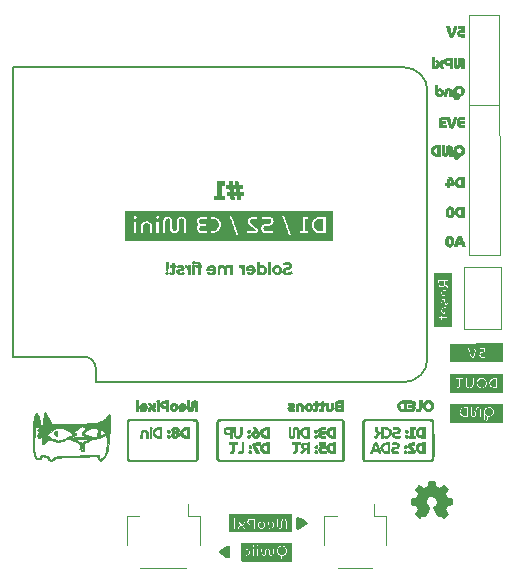
<source format=gbo>
G04 #@! TF.GenerationSoftware,KiCad,Pcbnew,5.1.5+dfsg1-2build2*
G04 #@! TF.CreationDate,2022-05-18T15:48:19-07:00*
G04 #@! TF.ProjectId,v3.0-Dev-Kit,76332e30-2d44-4657-962d-4b69742e6b69,rev?*
G04 #@! TF.SameCoordinates,Original*
G04 #@! TF.FileFunction,Legend,Bot*
G04 #@! TF.FilePolarity,Positive*
%FSLAX46Y46*%
G04 Gerber Fmt 4.6, Leading zero omitted, Abs format (unit mm)*
G04 Created by KiCad (PCBNEW 5.1.5+dfsg1-2build2) date 2022-05-18 15:48:19*
%MOMM*%
%LPD*%
G04 APERTURE LIST*
%ADD10C,0.120000*%
%ADD11C,0.150000*%
%ADD12C,0.010000*%
G04 APERTURE END LIST*
D10*
X20574000Y11684000D02*
X18034000Y11684000D01*
X17970500Y-1079500D02*
X18034000Y19304000D01*
X20637500Y-1079500D02*
X17970500Y-1079500D01*
X20574000Y19304000D02*
X20637500Y-1079500D01*
X18034000Y19304000D02*
X20574000Y19304000D01*
X20751000Y-7316200D02*
X20751000Y-2058400D01*
X20751000Y-2058400D02*
X17550600Y-2058400D01*
X17550600Y-2058400D02*
X17550600Y-7290800D01*
X17550600Y-7290800D02*
X17550600Y-7316200D01*
X17550600Y-7316200D02*
X20751000Y-7316200D01*
D11*
X-13586000Y-11806000D02*
X-13586000Y-11806000D01*
X-13586000Y-10646000D02*
X-13586000Y-11806000D01*
X-20586000Y-9656000D02*
X-14586000Y-9656000D01*
X-20586000Y6424000D02*
X-20586000Y14853999D01*
X-20586000Y-9656000D02*
X-20586000Y-1796000D01*
X12494000Y-11806000D02*
X-13586000Y-11806000D01*
X14494000Y12854000D02*
X14494000Y-9806000D01*
X-20586000Y14854000D02*
X12494000Y14854000D01*
X-20586000Y-1796000D02*
X-20586000Y6424000D01*
X-14586000Y-9656000D02*
G75*
G02X-13586000Y-10656000I0J-1000000D01*
G01*
X12494000Y14854000D02*
G75*
G02X14494000Y12854000I0J-2000000D01*
G01*
X14494000Y-9806000D02*
G75*
G02X12494000Y-11806000I-2000000J0D01*
G01*
D10*
X9822000Y-27577000D02*
X6942000Y-27577000D01*
X5772000Y-23107000D02*
X6822000Y-23107000D01*
X5772000Y-25607000D02*
X5772000Y-23107000D01*
X9942000Y-23107000D02*
X9942000Y-22117000D01*
X10992000Y-23107000D02*
X9942000Y-23107000D01*
X10992000Y-25607000D02*
X10992000Y-23107000D01*
X-5934000Y-27577000D02*
X-9814000Y-27577000D01*
X-10984000Y-23107000D02*
X-9934000Y-23107000D01*
X-10984000Y-25607000D02*
X-10984000Y-23107000D01*
X-5814000Y-23107000D02*
X-5814000Y-22117000D01*
X-4764000Y-23107000D02*
X-5814000Y-23107000D01*
X-4764000Y-25607000D02*
X-4764000Y-23107000D01*
D12*
G36*
X2946400Y-26922600D02*
G01*
X829733Y-26922600D01*
X506242Y-26922401D01*
X197419Y-26921825D01*
X-92973Y-26920902D01*
X-361168Y-26919661D01*
X-603401Y-26918133D01*
X-815908Y-26916347D01*
X-994923Y-26914333D01*
X-1136681Y-26912121D01*
X-1237418Y-26909742D01*
X-1293368Y-26907223D01*
X-1303867Y-26905666D01*
X-1308165Y-26876894D01*
X-1312062Y-26803792D01*
X-1315413Y-26692832D01*
X-1318075Y-26550483D01*
X-1319904Y-26383215D01*
X-1320756Y-26197500D01*
X-1320800Y-26143666D01*
X-1320800Y-25903353D01*
X-965200Y-25903353D01*
X-959753Y-25958512D01*
X-932709Y-25979688D01*
X-884651Y-25982800D01*
X-793089Y-26001039D01*
X-735809Y-26056344D01*
X-712019Y-26149597D01*
X-711200Y-26175796D01*
X-729375Y-26274324D01*
X-783415Y-26336989D01*
X-872596Y-26363046D01*
X-894652Y-26363800D01*
X-946459Y-26372002D01*
X-964199Y-26405817D01*
X-965200Y-26427300D01*
X-958684Y-26470024D01*
X-929214Y-26487677D01*
X-875039Y-26490800D01*
X-788117Y-26479031D01*
X-708816Y-26451466D01*
X-614258Y-26376950D01*
X-556399Y-26277116D01*
X-538773Y-26164209D01*
X-564914Y-26050472D01*
X-583083Y-26015930D01*
X-659995Y-25922404D01*
X-759901Y-25865181D01*
X-857250Y-25841137D01*
X-924615Y-25832146D01*
X-955785Y-25839299D01*
X-964714Y-25870641D01*
X-965200Y-25903353D01*
X-1320800Y-25903353D01*
X-1320800Y-25830400D01*
X-381000Y-25830400D01*
X-381000Y-26490800D01*
X-228600Y-26490800D01*
X-228600Y-25830400D01*
X-25400Y-25830400D01*
X-25400Y-26490800D01*
X152400Y-26490800D01*
X152400Y-25830400D01*
X355600Y-25830400D01*
X355600Y-26098769D01*
X358084Y-26215429D01*
X364790Y-26317046D01*
X374591Y-26390368D01*
X382660Y-26417702D01*
X441427Y-26477689D01*
X529745Y-26509232D01*
X632911Y-26508838D01*
X695302Y-26492015D01*
X753295Y-26456398D01*
X793781Y-26395653D01*
X820315Y-26301456D01*
X836451Y-26165485D01*
X836817Y-26160600D01*
X844960Y-26063686D01*
X854464Y-26006836D01*
X869668Y-25979400D01*
X894908Y-25970729D01*
X914400Y-25970100D01*
X945528Y-25972575D01*
X965182Y-25986749D01*
X977006Y-26022745D01*
X984638Y-26090684D01*
X990600Y-26181929D01*
X998448Y-26288466D01*
X1009210Y-26357717D01*
X1027038Y-26403180D01*
X1056082Y-26438353D01*
X1074566Y-26454979D01*
X1170536Y-26508546D01*
X1270862Y-26513420D01*
X1366677Y-26469958D01*
X1398953Y-26441953D01*
X1431980Y-26406857D01*
X1453395Y-26373169D01*
X1465714Y-26329282D01*
X1471447Y-26263591D01*
X1473110Y-26164488D01*
X1473200Y-26099053D01*
X1473200Y-26067813D01*
X1631518Y-26067813D01*
X1660544Y-26211105D01*
X1731812Y-26336499D01*
X1841368Y-26435417D01*
X1904319Y-26470028D01*
X1977196Y-26505335D01*
X2015197Y-26535555D01*
X2029678Y-26576644D01*
X2031999Y-26644560D01*
X2032000Y-26649401D01*
X2033905Y-26722219D01*
X2045269Y-26757674D01*
X2074561Y-26769190D01*
X2108200Y-26770200D01*
X2153565Y-26767349D01*
X2176021Y-26749997D01*
X2183616Y-26704936D01*
X2184400Y-26645169D01*
X2186751Y-26569639D01*
X2200032Y-26528424D01*
X2233585Y-26505065D01*
X2271712Y-26491323D01*
X2402534Y-26423656D01*
X2501496Y-26322785D01*
X2564766Y-26197877D01*
X2588511Y-26058099D01*
X2568896Y-25912617D01*
X2542792Y-25843100D01*
X2463626Y-25716200D01*
X2360417Y-25631640D01*
X2228185Y-25586381D01*
X2105534Y-25576400D01*
X1950402Y-25598707D01*
X1819493Y-25662803D01*
X1718522Y-25764451D01*
X1653202Y-25899414D01*
X1648684Y-25915198D01*
X1631518Y-26067813D01*
X1473200Y-26067813D01*
X1473200Y-25830400D01*
X1320800Y-25830400D01*
X1320800Y-26081289D01*
X1319015Y-26204500D01*
X1312765Y-26286494D01*
X1300709Y-26336757D01*
X1281503Y-26364777D01*
X1280570Y-26365566D01*
X1231504Y-26385212D01*
X1198020Y-26372405D01*
X1174496Y-26343873D01*
X1158181Y-26287074D01*
X1146929Y-26192802D01*
X1143000Y-26136608D01*
X1134661Y-26029171D01*
X1123101Y-25959714D01*
X1104705Y-25915416D01*
X1075859Y-25883459D01*
X1070336Y-25878879D01*
X981824Y-25837248D01*
X879017Y-25833088D01*
X781139Y-25865699D01*
X745481Y-25890741D01*
X710311Y-25925577D01*
X687940Y-25965152D01*
X674242Y-26022885D01*
X665090Y-26112195D01*
X661515Y-26163791D01*
X654040Y-26267389D01*
X645702Y-26330362D01*
X632831Y-26362805D01*
X611757Y-26374815D01*
X584200Y-26376500D01*
X556177Y-26374948D01*
X537647Y-26364335D01*
X526292Y-26335717D01*
X519798Y-26280155D01*
X515850Y-26188708D01*
X513490Y-26103450D01*
X506281Y-25830400D01*
X355600Y-25830400D01*
X152400Y-25830400D01*
X-25400Y-25830400D01*
X-228600Y-25830400D01*
X-381000Y-25830400D01*
X-1320800Y-25830400D01*
X-1320800Y-25637201D01*
X-394327Y-25637201D01*
X-380016Y-25679840D01*
X-333686Y-25721661D01*
X-273596Y-25723131D01*
X-233680Y-25698320D01*
X-205242Y-25642429D01*
X-208636Y-25621942D01*
X-39985Y-25621942D01*
X-29186Y-25670789D01*
X-26531Y-25675887D01*
X19223Y-25717753D01*
X80054Y-25726928D01*
X134384Y-25702676D01*
X150298Y-25681926D01*
X159613Y-25626584D01*
X137051Y-25580326D01*
X87166Y-25533093D01*
X35485Y-25535871D01*
X-10788Y-25574287D01*
X-39985Y-25621942D01*
X-208636Y-25621942D01*
X-214609Y-25585889D01*
X-252757Y-25544344D01*
X-310660Y-25533442D01*
X-326635Y-25537168D01*
X-381180Y-25576018D01*
X-394327Y-25637201D01*
X-1320800Y-25637201D01*
X-1320800Y-25398600D01*
X2946400Y-25398600D01*
X2946400Y-26922600D01*
G37*
X2946400Y-26922600D02*
X829733Y-26922600D01*
X506242Y-26922401D01*
X197419Y-26921825D01*
X-92973Y-26920902D01*
X-361168Y-26919661D01*
X-603401Y-26918133D01*
X-815908Y-26916347D01*
X-994923Y-26914333D01*
X-1136681Y-26912121D01*
X-1237418Y-26909742D01*
X-1293368Y-26907223D01*
X-1303867Y-26905666D01*
X-1308165Y-26876894D01*
X-1312062Y-26803792D01*
X-1315413Y-26692832D01*
X-1318075Y-26550483D01*
X-1319904Y-26383215D01*
X-1320756Y-26197500D01*
X-1320800Y-26143666D01*
X-1320800Y-25903353D01*
X-965200Y-25903353D01*
X-959753Y-25958512D01*
X-932709Y-25979688D01*
X-884651Y-25982800D01*
X-793089Y-26001039D01*
X-735809Y-26056344D01*
X-712019Y-26149597D01*
X-711200Y-26175796D01*
X-729375Y-26274324D01*
X-783415Y-26336989D01*
X-872596Y-26363046D01*
X-894652Y-26363800D01*
X-946459Y-26372002D01*
X-964199Y-26405817D01*
X-965200Y-26427300D01*
X-958684Y-26470024D01*
X-929214Y-26487677D01*
X-875039Y-26490800D01*
X-788117Y-26479031D01*
X-708816Y-26451466D01*
X-614258Y-26376950D01*
X-556399Y-26277116D01*
X-538773Y-26164209D01*
X-564914Y-26050472D01*
X-583083Y-26015930D01*
X-659995Y-25922404D01*
X-759901Y-25865181D01*
X-857250Y-25841137D01*
X-924615Y-25832146D01*
X-955785Y-25839299D01*
X-964714Y-25870641D01*
X-965200Y-25903353D01*
X-1320800Y-25903353D01*
X-1320800Y-25830400D01*
X-381000Y-25830400D01*
X-381000Y-26490800D01*
X-228600Y-26490800D01*
X-228600Y-25830400D01*
X-25400Y-25830400D01*
X-25400Y-26490800D01*
X152400Y-26490800D01*
X152400Y-25830400D01*
X355600Y-25830400D01*
X355600Y-26098769D01*
X358084Y-26215429D01*
X364790Y-26317046D01*
X374591Y-26390368D01*
X382660Y-26417702D01*
X441427Y-26477689D01*
X529745Y-26509232D01*
X632911Y-26508838D01*
X695302Y-26492015D01*
X753295Y-26456398D01*
X793781Y-26395653D01*
X820315Y-26301456D01*
X836451Y-26165485D01*
X836817Y-26160600D01*
X844960Y-26063686D01*
X854464Y-26006836D01*
X869668Y-25979400D01*
X894908Y-25970729D01*
X914400Y-25970100D01*
X945528Y-25972575D01*
X965182Y-25986749D01*
X977006Y-26022745D01*
X984638Y-26090684D01*
X990600Y-26181929D01*
X998448Y-26288466D01*
X1009210Y-26357717D01*
X1027038Y-26403180D01*
X1056082Y-26438353D01*
X1074566Y-26454979D01*
X1170536Y-26508546D01*
X1270862Y-26513420D01*
X1366677Y-26469958D01*
X1398953Y-26441953D01*
X1431980Y-26406857D01*
X1453395Y-26373169D01*
X1465714Y-26329282D01*
X1471447Y-26263591D01*
X1473110Y-26164488D01*
X1473200Y-26099053D01*
X1473200Y-26067813D01*
X1631518Y-26067813D01*
X1660544Y-26211105D01*
X1731812Y-26336499D01*
X1841368Y-26435417D01*
X1904319Y-26470028D01*
X1977196Y-26505335D01*
X2015197Y-26535555D01*
X2029678Y-26576644D01*
X2031999Y-26644560D01*
X2032000Y-26649401D01*
X2033905Y-26722219D01*
X2045269Y-26757674D01*
X2074561Y-26769190D01*
X2108200Y-26770200D01*
X2153565Y-26767349D01*
X2176021Y-26749997D01*
X2183616Y-26704936D01*
X2184400Y-26645169D01*
X2186751Y-26569639D01*
X2200032Y-26528424D01*
X2233585Y-26505065D01*
X2271712Y-26491323D01*
X2402534Y-26423656D01*
X2501496Y-26322785D01*
X2564766Y-26197877D01*
X2588511Y-26058099D01*
X2568896Y-25912617D01*
X2542792Y-25843100D01*
X2463626Y-25716200D01*
X2360417Y-25631640D01*
X2228185Y-25586381D01*
X2105534Y-25576400D01*
X1950402Y-25598707D01*
X1819493Y-25662803D01*
X1718522Y-25764451D01*
X1653202Y-25899414D01*
X1648684Y-25915198D01*
X1631518Y-26067813D01*
X1473200Y-26067813D01*
X1473200Y-25830400D01*
X1320800Y-25830400D01*
X1320800Y-26081289D01*
X1319015Y-26204500D01*
X1312765Y-26286494D01*
X1300709Y-26336757D01*
X1281503Y-26364777D01*
X1280570Y-26365566D01*
X1231504Y-26385212D01*
X1198020Y-26372405D01*
X1174496Y-26343873D01*
X1158181Y-26287074D01*
X1146929Y-26192802D01*
X1143000Y-26136608D01*
X1134661Y-26029171D01*
X1123101Y-25959714D01*
X1104705Y-25915416D01*
X1075859Y-25883459D01*
X1070336Y-25878879D01*
X981824Y-25837248D01*
X879017Y-25833088D01*
X781139Y-25865699D01*
X745481Y-25890741D01*
X710311Y-25925577D01*
X687940Y-25965152D01*
X674242Y-26022885D01*
X665090Y-26112195D01*
X661515Y-26163791D01*
X654040Y-26267389D01*
X645702Y-26330362D01*
X632831Y-26362805D01*
X611757Y-26374815D01*
X584200Y-26376500D01*
X556177Y-26374948D01*
X537647Y-26364335D01*
X526292Y-26335717D01*
X519798Y-26280155D01*
X515850Y-26188708D01*
X513490Y-26103450D01*
X506281Y-25830400D01*
X355600Y-25830400D01*
X152400Y-25830400D01*
X-25400Y-25830400D01*
X-228600Y-25830400D01*
X-381000Y-25830400D01*
X-1320800Y-25830400D01*
X-1320800Y-25637201D01*
X-394327Y-25637201D01*
X-380016Y-25679840D01*
X-333686Y-25721661D01*
X-273596Y-25723131D01*
X-233680Y-25698320D01*
X-205242Y-25642429D01*
X-208636Y-25621942D01*
X-39985Y-25621942D01*
X-29186Y-25670789D01*
X-26531Y-25675887D01*
X19223Y-25717753D01*
X80054Y-25726928D01*
X134384Y-25702676D01*
X150298Y-25681926D01*
X159613Y-25626584D01*
X137051Y-25580326D01*
X87166Y-25533093D01*
X35485Y-25535871D01*
X-10788Y-25574287D01*
X-39985Y-25621942D01*
X-208636Y-25621942D01*
X-214609Y-25585889D01*
X-252757Y-25544344D01*
X-310660Y-25533442D01*
X-326635Y-25537168D01*
X-381180Y-25576018D01*
X-394327Y-25637201D01*
X-1320800Y-25637201D01*
X-1320800Y-25398600D01*
X2946400Y-25398600D01*
X2946400Y-26922600D01*
G36*
X-2335478Y-25670760D02*
G01*
X-2318844Y-25685070D01*
X-2302380Y-25707602D01*
X-2290590Y-25742332D01*
X-2282730Y-25797107D01*
X-2278058Y-25879773D01*
X-2275832Y-25998176D01*
X-2275306Y-26145108D01*
X-2276583Y-26332589D01*
X-2283433Y-26472610D01*
X-2300387Y-26568502D01*
X-2331972Y-26623596D01*
X-2382719Y-26641221D01*
X-2457157Y-26624708D01*
X-2559815Y-26577387D01*
X-2695223Y-26502588D01*
X-2732498Y-26481261D01*
X-2877648Y-26397618D01*
X-2984693Y-26334531D01*
X-3059828Y-26287696D01*
X-3109249Y-26252806D01*
X-3139152Y-26225556D01*
X-3155731Y-26201640D01*
X-3163708Y-26181566D01*
X-3165266Y-26139210D01*
X-3140348Y-26093377D01*
X-3084482Y-26040155D01*
X-2993197Y-25975628D01*
X-2862021Y-25895883D01*
X-2790715Y-25855079D01*
X-2644963Y-25773635D01*
X-2536145Y-25715717D01*
X-2457524Y-25678897D01*
X-2402364Y-25660749D01*
X-2363927Y-25658846D01*
X-2335478Y-25670760D01*
G37*
X-2335478Y-25670760D02*
X-2318844Y-25685070D01*
X-2302380Y-25707602D01*
X-2290590Y-25742332D01*
X-2282730Y-25797107D01*
X-2278058Y-25879773D01*
X-2275832Y-25998176D01*
X-2275306Y-26145108D01*
X-2276583Y-26332589D01*
X-2283433Y-26472610D01*
X-2300387Y-26568502D01*
X-2331972Y-26623596D01*
X-2382719Y-26641221D01*
X-2457157Y-26624708D01*
X-2559815Y-26577387D01*
X-2695223Y-26502588D01*
X-2732498Y-26481261D01*
X-2877648Y-26397618D01*
X-2984693Y-26334531D01*
X-3059828Y-26287696D01*
X-3109249Y-26252806D01*
X-3139152Y-26225556D01*
X-3155731Y-26201640D01*
X-3163708Y-26181566D01*
X-3165266Y-26139210D01*
X-3140348Y-26093377D01*
X-3084482Y-26040155D01*
X-2993197Y-25975628D01*
X-2862021Y-25895883D01*
X-2790715Y-25855079D01*
X-2644963Y-25773635D01*
X-2536145Y-25715717D01*
X-2457524Y-25678897D01*
X-2402364Y-25660749D01*
X-2363927Y-25658846D01*
X-2335478Y-25670760D01*
G36*
X2921000Y-24433400D02*
G01*
X-2311400Y-24433400D01*
X-2311400Y-23239600D01*
X-1955800Y-23239600D01*
X-1955800Y-24204800D01*
X-1778000Y-24204800D01*
X-1778000Y-24160182D01*
X-1625600Y-24160182D01*
X-1612556Y-24191618D01*
X-1565784Y-24203936D01*
X-1536700Y-24204800D01*
X-1477000Y-24200601D01*
X-1452513Y-24178989D01*
X-1447800Y-24126930D01*
X-1433420Y-24030182D01*
X-1392639Y-23969682D01*
X-1335255Y-23950800D01*
X-1288447Y-23965321D01*
X-1238565Y-24013973D01*
X-1193800Y-24077800D01*
X-1141392Y-24152243D01*
X-1098681Y-24191034D01*
X-1053318Y-24204287D01*
X-1038753Y-24204800D01*
X-986364Y-24200691D01*
X-965200Y-24191097D01*
X-978320Y-24164465D01*
X-1012488Y-24108770D01*
X-1053831Y-24045787D01*
X-1142461Y-23914178D01*
X-1080034Y-23862639D01*
X-1009590Y-23774857D01*
X-970229Y-23662510D01*
X-965200Y-23606246D01*
X-971500Y-23575015D01*
X-832075Y-23575015D01*
X-831399Y-23635017D01*
X-811010Y-23705245D01*
X-750497Y-23814325D01*
X-657174Y-23885960D01*
X-529411Y-23921153D01*
X-453444Y-23925400D01*
X-304800Y-23925400D01*
X-304800Y-24204800D01*
X-127000Y-24204800D01*
X-127000Y-23870727D01*
X50800Y-23870727D01*
X56768Y-23959992D01*
X80963Y-24025425D01*
X129580Y-24089558D01*
X234628Y-24176472D01*
X352387Y-24214805D01*
X479288Y-24204099D01*
X601535Y-24150247D01*
X680007Y-24074522D01*
X726235Y-23986318D01*
X751101Y-23914636D01*
X756228Y-23867330D01*
X864157Y-23867330D01*
X866735Y-23893368D01*
X881357Y-23910239D01*
X917421Y-23920391D01*
X984327Y-23926274D01*
X1091473Y-23930337D01*
X1107849Y-23930830D01*
X1352099Y-23938100D01*
X1302569Y-23999160D01*
X1258457Y-24038305D01*
X1195362Y-24060869D01*
X1109119Y-24072155D01*
X1027306Y-24080925D01*
X984146Y-24093847D01*
X967528Y-24117003D01*
X965200Y-24144445D01*
X969754Y-24180231D01*
X992010Y-24198139D01*
X1044856Y-24204256D01*
X1093015Y-24204800D01*
X1188029Y-24197547D01*
X1277091Y-24179282D01*
X1304651Y-24169777D01*
X1408506Y-24105238D01*
X1471948Y-24013103D01*
X1497715Y-23888944D01*
X1498600Y-23855934D01*
X1494782Y-23769249D01*
X1477705Y-23710815D01*
X1438932Y-23658317D01*
X1414243Y-23632763D01*
X1310414Y-23557968D01*
X1199705Y-23527004D01*
X1091809Y-23538525D01*
X996417Y-23591184D01*
X923221Y-23683637D01*
X914144Y-23702193D01*
X883861Y-23780423D01*
X866071Y-23848563D01*
X864157Y-23867330D01*
X756228Y-23867330D01*
X756716Y-23862830D01*
X742585Y-23806131D01*
X721539Y-23752380D01*
X680205Y-23670963D01*
X626067Y-23616094D01*
X552192Y-23573360D01*
X429591Y-23530609D01*
X320198Y-23534212D01*
X215946Y-23585600D01*
X147304Y-23645118D01*
X89390Y-23708717D01*
X60732Y-23763311D01*
X51372Y-23832182D01*
X50800Y-23870727D01*
X-127000Y-23870727D01*
X-127000Y-23290400D01*
X1676400Y-23290400D01*
X1676400Y-23665748D01*
X1677829Y-23830945D01*
X1683761Y-23953408D01*
X1696659Y-24041160D01*
X1718984Y-24102224D01*
X1753202Y-24144625D01*
X1801774Y-24176388D01*
X1838408Y-24193493D01*
X1921684Y-24215662D01*
X2005827Y-24203533D01*
X2071298Y-24176268D01*
X2120369Y-24144516D01*
X2155789Y-24098945D01*
X2180215Y-24031065D01*
X2196306Y-23932392D01*
X2206720Y-23794438D01*
X2209533Y-23734900D01*
X2215372Y-23606429D01*
X2221310Y-23520016D01*
X2229430Y-23466960D01*
X2241815Y-23438557D01*
X2260548Y-23426103D01*
X2284576Y-23421337D01*
X2331058Y-23421127D01*
X2365055Y-23439683D01*
X2388404Y-23483203D01*
X2402946Y-23557880D01*
X2410519Y-23669912D01*
X2412962Y-23825494D01*
X2413000Y-23854054D01*
X2413000Y-24204800D01*
X2565400Y-24204800D01*
X2565400Y-23825748D01*
X2565066Y-23679153D01*
X2563193Y-23574153D01*
X2558467Y-23501544D01*
X2549578Y-23452122D01*
X2535213Y-23416681D01*
X2514060Y-23386019D01*
X2500368Y-23369412D01*
X2411820Y-23298435D01*
X2309290Y-23272468D01*
X2203434Y-23293842D01*
X2188238Y-23301114D01*
X2131772Y-23336917D01*
X2091522Y-23382548D01*
X2064256Y-23447189D01*
X2046742Y-23540023D01*
X2035747Y-23670232D01*
X2032000Y-23744940D01*
X2025057Y-23874925D01*
X2016652Y-23963111D01*
X2005165Y-24018496D01*
X1988975Y-24050082D01*
X1974850Y-24062310D01*
X1920030Y-24076615D01*
X1885950Y-24062241D01*
X1868256Y-24045178D01*
X1855505Y-24014474D01*
X1846664Y-23962096D01*
X1840699Y-23880015D01*
X1836576Y-23760197D01*
X1834470Y-23662320D01*
X1827441Y-23290400D01*
X1676400Y-23290400D01*
X-127000Y-23290400D01*
X-364544Y-23290400D01*
X-482602Y-23292066D01*
X-563693Y-23298700D01*
X-621589Y-23312757D01*
X-670060Y-23336691D01*
X-687492Y-23347953D01*
X-760049Y-23418025D01*
X-810108Y-23503277D01*
X-832075Y-23575015D01*
X-971500Y-23575015D01*
X-974277Y-23561252D01*
X-1011628Y-23545440D01*
X-1038077Y-23544400D01*
X-1088110Y-23551003D01*
X-1113234Y-23580756D01*
X-1125748Y-23635566D01*
X-1152284Y-23735960D01*
X-1190796Y-23787059D01*
X-1240497Y-23788734D01*
X-1300597Y-23740861D01*
X-1352355Y-23671856D01*
X-1404006Y-23598959D01*
X-1445604Y-23560567D01*
X-1490785Y-23546247D01*
X-1518325Y-23544856D01*
X-1601550Y-23544400D01*
X-1421522Y-23811100D01*
X-1498370Y-23874600D01*
X-1567213Y-23958869D01*
X-1612841Y-24068837D01*
X-1625600Y-24160182D01*
X-1778000Y-24160182D01*
X-1778000Y-23239600D01*
X-1955800Y-23239600D01*
X-2311400Y-23239600D01*
X-2311400Y-23011000D01*
X2921000Y-23011000D01*
X2921000Y-24433400D01*
G37*
X2921000Y-24433400D02*
X-2311400Y-24433400D01*
X-2311400Y-23239600D01*
X-1955800Y-23239600D01*
X-1955800Y-24204800D01*
X-1778000Y-24204800D01*
X-1778000Y-24160182D01*
X-1625600Y-24160182D01*
X-1612556Y-24191618D01*
X-1565784Y-24203936D01*
X-1536700Y-24204800D01*
X-1477000Y-24200601D01*
X-1452513Y-24178989D01*
X-1447800Y-24126930D01*
X-1433420Y-24030182D01*
X-1392639Y-23969682D01*
X-1335255Y-23950800D01*
X-1288447Y-23965321D01*
X-1238565Y-24013973D01*
X-1193800Y-24077800D01*
X-1141392Y-24152243D01*
X-1098681Y-24191034D01*
X-1053318Y-24204287D01*
X-1038753Y-24204800D01*
X-986364Y-24200691D01*
X-965200Y-24191097D01*
X-978320Y-24164465D01*
X-1012488Y-24108770D01*
X-1053831Y-24045787D01*
X-1142461Y-23914178D01*
X-1080034Y-23862639D01*
X-1009590Y-23774857D01*
X-970229Y-23662510D01*
X-965200Y-23606246D01*
X-971500Y-23575015D01*
X-832075Y-23575015D01*
X-831399Y-23635017D01*
X-811010Y-23705245D01*
X-750497Y-23814325D01*
X-657174Y-23885960D01*
X-529411Y-23921153D01*
X-453444Y-23925400D01*
X-304800Y-23925400D01*
X-304800Y-24204800D01*
X-127000Y-24204800D01*
X-127000Y-23870727D01*
X50800Y-23870727D01*
X56768Y-23959992D01*
X80963Y-24025425D01*
X129580Y-24089558D01*
X234628Y-24176472D01*
X352387Y-24214805D01*
X479288Y-24204099D01*
X601535Y-24150247D01*
X680007Y-24074522D01*
X726235Y-23986318D01*
X751101Y-23914636D01*
X756228Y-23867330D01*
X864157Y-23867330D01*
X866735Y-23893368D01*
X881357Y-23910239D01*
X917421Y-23920391D01*
X984327Y-23926274D01*
X1091473Y-23930337D01*
X1107849Y-23930830D01*
X1352099Y-23938100D01*
X1302569Y-23999160D01*
X1258457Y-24038305D01*
X1195362Y-24060869D01*
X1109119Y-24072155D01*
X1027306Y-24080925D01*
X984146Y-24093847D01*
X967528Y-24117003D01*
X965200Y-24144445D01*
X969754Y-24180231D01*
X992010Y-24198139D01*
X1044856Y-24204256D01*
X1093015Y-24204800D01*
X1188029Y-24197547D01*
X1277091Y-24179282D01*
X1304651Y-24169777D01*
X1408506Y-24105238D01*
X1471948Y-24013103D01*
X1497715Y-23888944D01*
X1498600Y-23855934D01*
X1494782Y-23769249D01*
X1477705Y-23710815D01*
X1438932Y-23658317D01*
X1414243Y-23632763D01*
X1310414Y-23557968D01*
X1199705Y-23527004D01*
X1091809Y-23538525D01*
X996417Y-23591184D01*
X923221Y-23683637D01*
X914144Y-23702193D01*
X883861Y-23780423D01*
X866071Y-23848563D01*
X864157Y-23867330D01*
X756228Y-23867330D01*
X756716Y-23862830D01*
X742585Y-23806131D01*
X721539Y-23752380D01*
X680205Y-23670963D01*
X626067Y-23616094D01*
X552192Y-23573360D01*
X429591Y-23530609D01*
X320198Y-23534212D01*
X215946Y-23585600D01*
X147304Y-23645118D01*
X89390Y-23708717D01*
X60732Y-23763311D01*
X51372Y-23832182D01*
X50800Y-23870727D01*
X-127000Y-23870727D01*
X-127000Y-23290400D01*
X1676400Y-23290400D01*
X1676400Y-23665748D01*
X1677829Y-23830945D01*
X1683761Y-23953408D01*
X1696659Y-24041160D01*
X1718984Y-24102224D01*
X1753202Y-24144625D01*
X1801774Y-24176388D01*
X1838408Y-24193493D01*
X1921684Y-24215662D01*
X2005827Y-24203533D01*
X2071298Y-24176268D01*
X2120369Y-24144516D01*
X2155789Y-24098945D01*
X2180215Y-24031065D01*
X2196306Y-23932392D01*
X2206720Y-23794438D01*
X2209533Y-23734900D01*
X2215372Y-23606429D01*
X2221310Y-23520016D01*
X2229430Y-23466960D01*
X2241815Y-23438557D01*
X2260548Y-23426103D01*
X2284576Y-23421337D01*
X2331058Y-23421127D01*
X2365055Y-23439683D01*
X2388404Y-23483203D01*
X2402946Y-23557880D01*
X2410519Y-23669912D01*
X2412962Y-23825494D01*
X2413000Y-23854054D01*
X2413000Y-24204800D01*
X2565400Y-24204800D01*
X2565400Y-23825748D01*
X2565066Y-23679153D01*
X2563193Y-23574153D01*
X2558467Y-23501544D01*
X2549578Y-23452122D01*
X2535213Y-23416681D01*
X2514060Y-23386019D01*
X2500368Y-23369412D01*
X2411820Y-23298435D01*
X2309290Y-23272468D01*
X2203434Y-23293842D01*
X2188238Y-23301114D01*
X2131772Y-23336917D01*
X2091522Y-23382548D01*
X2064256Y-23447189D01*
X2046742Y-23540023D01*
X2035747Y-23670232D01*
X2032000Y-23744940D01*
X2025057Y-23874925D01*
X2016652Y-23963111D01*
X2005165Y-24018496D01*
X1988975Y-24050082D01*
X1974850Y-24062310D01*
X1920030Y-24076615D01*
X1885950Y-24062241D01*
X1868256Y-24045178D01*
X1855505Y-24014474D01*
X1846664Y-23962096D01*
X1840699Y-23880015D01*
X1836576Y-23760197D01*
X1834470Y-23662320D01*
X1827441Y-23290400D01*
X1676400Y-23290400D01*
X-127000Y-23290400D01*
X-364544Y-23290400D01*
X-482602Y-23292066D01*
X-563693Y-23298700D01*
X-621589Y-23312757D01*
X-670060Y-23336691D01*
X-687492Y-23347953D01*
X-760049Y-23418025D01*
X-810108Y-23503277D01*
X-832075Y-23575015D01*
X-971500Y-23575015D01*
X-974277Y-23561252D01*
X-1011628Y-23545440D01*
X-1038077Y-23544400D01*
X-1088110Y-23551003D01*
X-1113234Y-23580756D01*
X-1125748Y-23635566D01*
X-1152284Y-23735960D01*
X-1190796Y-23787059D01*
X-1240497Y-23788734D01*
X-1300597Y-23740861D01*
X-1352355Y-23671856D01*
X-1404006Y-23598959D01*
X-1445604Y-23560567D01*
X-1490785Y-23546247D01*
X-1518325Y-23544856D01*
X-1601550Y-23544400D01*
X-1421522Y-23811100D01*
X-1498370Y-23874600D01*
X-1567213Y-23958869D01*
X-1612841Y-24068837D01*
X-1625600Y-24160182D01*
X-1778000Y-24160182D01*
X-1778000Y-23239600D01*
X-1955800Y-23239600D01*
X-2311400Y-23239600D01*
X-2311400Y-23011000D01*
X2921000Y-23011000D01*
X2921000Y-24433400D01*
G36*
X3510164Y-23244659D02*
G01*
X3564231Y-23261730D01*
X3635434Y-23293650D01*
X3729273Y-23343257D01*
X3851251Y-23413390D01*
X4006869Y-23506885D01*
X4118892Y-23575511D01*
X4198459Y-23630290D01*
X4244735Y-23679984D01*
X4255549Y-23728995D01*
X4228735Y-23781721D01*
X4162121Y-23842563D01*
X4053541Y-23915921D01*
X3908864Y-24001600D01*
X3758296Y-24086600D01*
X3644391Y-24147455D01*
X3560577Y-24186685D01*
X3500278Y-24206813D01*
X3456920Y-24210360D01*
X3423930Y-24199847D01*
X3412010Y-24192157D01*
X3393921Y-24173721D01*
X3380777Y-24143587D01*
X3371545Y-24093729D01*
X3365192Y-24016119D01*
X3360682Y-23902730D01*
X3357451Y-23768522D01*
X3355407Y-23588259D01*
X3358544Y-23452767D01*
X3368087Y-23356173D01*
X3385260Y-23292603D01*
X3411289Y-23256183D01*
X3447397Y-23241039D01*
X3467732Y-23239600D01*
X3510164Y-23244659D01*
G37*
X3510164Y-23244659D02*
X3564231Y-23261730D01*
X3635434Y-23293650D01*
X3729273Y-23343257D01*
X3851251Y-23413390D01*
X4006869Y-23506885D01*
X4118892Y-23575511D01*
X4198459Y-23630290D01*
X4244735Y-23679984D01*
X4255549Y-23728995D01*
X4228735Y-23781721D01*
X4162121Y-23842563D01*
X4053541Y-23915921D01*
X3908864Y-24001600D01*
X3758296Y-24086600D01*
X3644391Y-24147455D01*
X3560577Y-24186685D01*
X3500278Y-24206813D01*
X3456920Y-24210360D01*
X3423930Y-24199847D01*
X3412010Y-24192157D01*
X3393921Y-24173721D01*
X3380777Y-24143587D01*
X3371545Y-24093729D01*
X3365192Y-24016119D01*
X3360682Y-23902730D01*
X3357451Y-23768522D01*
X3355407Y-23588259D01*
X3358544Y-23452767D01*
X3368087Y-23356173D01*
X3385260Y-23292603D01*
X3411289Y-23256183D01*
X3447397Y-23241039D01*
X3467732Y-23239600D01*
X3510164Y-23244659D01*
G36*
X15112122Y-20361416D02*
G01*
X15128934Y-20459472D01*
X15144615Y-20540388D01*
X15156177Y-20588930D01*
X15157532Y-20592903D01*
X15186429Y-20621872D01*
X15248166Y-20661788D01*
X15322277Y-20700505D01*
X15473103Y-20771834D01*
X15664610Y-20646817D01*
X15752096Y-20591293D01*
X15824257Y-20548433D01*
X15870146Y-20524611D01*
X15879347Y-20521800D01*
X15912456Y-20539156D01*
X15967550Y-20583915D01*
X16033320Y-20645112D01*
X16098456Y-20711782D01*
X16151649Y-20772959D01*
X16178911Y-20812240D01*
X16195219Y-20851214D01*
X16193596Y-20888444D01*
X16170019Y-20938544D01*
X16124415Y-21010169D01*
X16057580Y-21112048D01*
X16015566Y-21183500D01*
X15995349Y-21236582D01*
X15993905Y-21283357D01*
X16008208Y-21335882D01*
X16029050Y-21390389D01*
X16061333Y-21467761D01*
X16088991Y-21525411D01*
X16101728Y-21545542D01*
X16135288Y-21561335D01*
X16203365Y-21582482D01*
X16284062Y-21602710D01*
X16378081Y-21624004D01*
X16459280Y-21642458D01*
X16503650Y-21652602D01*
X16530306Y-21661757D01*
X16547061Y-21681036D01*
X16556204Y-21720528D01*
X16560021Y-21790323D01*
X16560799Y-21900511D01*
X16560800Y-21904677D01*
X16560800Y-22143587D01*
X16351250Y-22189943D01*
X16141700Y-22236300D01*
X16058116Y-22407006D01*
X15974532Y-22577713D01*
X16089866Y-22749635D01*
X16143832Y-22834661D01*
X16184287Y-22907127D01*
X16204235Y-22954228D01*
X16205200Y-22960723D01*
X16187658Y-22996468D01*
X16142222Y-23054038D01*
X16079675Y-23122509D01*
X16010800Y-23190955D01*
X15946381Y-23248451D01*
X15897202Y-23284069D01*
X15879815Y-23290400D01*
X15844851Y-23276998D01*
X15780695Y-23241464D01*
X15699767Y-23190806D01*
X15679720Y-23177506D01*
X15595224Y-23121806D01*
X15540097Y-23090919D01*
X15501707Y-23081083D01*
X15467421Y-23088536D01*
X15434384Y-23104458D01*
X15379976Y-23128932D01*
X15347853Y-23125975D01*
X15317426Y-23095021D01*
X15293671Y-23054261D01*
X15255929Y-22976292D01*
X15208809Y-22871179D01*
X15156923Y-22748987D01*
X15139798Y-22707263D01*
X15002077Y-22368787D01*
X15096892Y-22292724D01*
X15206220Y-22175989D01*
X15270569Y-22041109D01*
X15288279Y-21895164D01*
X15257684Y-21745236D01*
X15236922Y-21696543D01*
X15154048Y-21578276D01*
X15043235Y-21495980D01*
X14914261Y-21451594D01*
X14776907Y-21447060D01*
X14640949Y-21484318D01*
X14527242Y-21555708D01*
X14435567Y-21657717D01*
X14385709Y-21778662D01*
X14372771Y-21906626D01*
X14378201Y-22005775D01*
X14399364Y-22085319D01*
X14443571Y-22161165D01*
X14518134Y-22249220D01*
X14541798Y-22274400D01*
X14650524Y-22388700D01*
X14507112Y-22718914D01*
X14440821Y-22871625D01*
X14391212Y-22983504D01*
X14354212Y-23060086D01*
X14325744Y-23106905D01*
X14301735Y-23129493D01*
X14278109Y-23133387D01*
X14250793Y-23124119D01*
X14219787Y-23109148D01*
X14175833Y-23090019D01*
X14140167Y-23085082D01*
X14099584Y-23098068D01*
X14040880Y-23132707D01*
X13970349Y-23179624D01*
X13889108Y-23232082D01*
X13822805Y-23270923D01*
X13783533Y-23289159D01*
X13779849Y-23289716D01*
X13745894Y-23273903D01*
X13692457Y-23235246D01*
X13674027Y-23219866D01*
X13606144Y-23155705D01*
X13533223Y-23078897D01*
X13512096Y-23054824D01*
X13430238Y-22958948D01*
X13518185Y-22826224D01*
X13586112Y-22722898D01*
X13629074Y-22649855D01*
X13649589Y-22594649D01*
X13650169Y-22544835D01*
X13633333Y-22487971D01*
X13601868Y-22412256D01*
X13561515Y-22325912D01*
X13520211Y-22268377D01*
X13465601Y-22231321D01*
X13385326Y-22206414D01*
X13267029Y-22185327D01*
X13264646Y-22184957D01*
X13182902Y-22167221D01*
X13129541Y-22137855D01*
X13098688Y-22087147D01*
X13084466Y-22005385D01*
X13081000Y-21882859D01*
X13081000Y-21669899D01*
X13277850Y-21627741D01*
X13375200Y-21606439D01*
X13455065Y-21588134D01*
X13502851Y-21576192D01*
X13507421Y-21574815D01*
X13534444Y-21547291D01*
X13571431Y-21488009D01*
X13610452Y-21412754D01*
X13643577Y-21337314D01*
X13662877Y-21277474D01*
X13664951Y-21261209D01*
X13650807Y-21218164D01*
X13610294Y-21139970D01*
X13546783Y-21032662D01*
X13468482Y-20909651D01*
X13453050Y-20880567D01*
X13453061Y-20852504D01*
X13473701Y-20816010D01*
X13520156Y-20761635D01*
X13590433Y-20687401D01*
X13662699Y-20614191D01*
X13722360Y-20557543D01*
X13760478Y-20525772D01*
X13768419Y-20521800D01*
X13797314Y-20534311D01*
X13858002Y-20567680D01*
X13939314Y-20615659D01*
X13972774Y-20636100D01*
X14060470Y-20688157D01*
X14133460Y-20727798D01*
X14179831Y-20748689D01*
X14187694Y-20750400D01*
X14226241Y-20741202D01*
X14293876Y-20717549D01*
X14347537Y-20696244D01*
X14405438Y-20670960D01*
X14446693Y-20645280D01*
X14476361Y-20609801D01*
X14499498Y-20555121D01*
X14521161Y-20471836D01*
X14546409Y-20350542D01*
X14554059Y-20312250D01*
X14583201Y-20166200D01*
X15080630Y-20166200D01*
X15112122Y-20361416D01*
G37*
X15112122Y-20361416D02*
X15128934Y-20459472D01*
X15144615Y-20540388D01*
X15156177Y-20588930D01*
X15157532Y-20592903D01*
X15186429Y-20621872D01*
X15248166Y-20661788D01*
X15322277Y-20700505D01*
X15473103Y-20771834D01*
X15664610Y-20646817D01*
X15752096Y-20591293D01*
X15824257Y-20548433D01*
X15870146Y-20524611D01*
X15879347Y-20521800D01*
X15912456Y-20539156D01*
X15967550Y-20583915D01*
X16033320Y-20645112D01*
X16098456Y-20711782D01*
X16151649Y-20772959D01*
X16178911Y-20812240D01*
X16195219Y-20851214D01*
X16193596Y-20888444D01*
X16170019Y-20938544D01*
X16124415Y-21010169D01*
X16057580Y-21112048D01*
X16015566Y-21183500D01*
X15995349Y-21236582D01*
X15993905Y-21283357D01*
X16008208Y-21335882D01*
X16029050Y-21390389D01*
X16061333Y-21467761D01*
X16088991Y-21525411D01*
X16101728Y-21545542D01*
X16135288Y-21561335D01*
X16203365Y-21582482D01*
X16284062Y-21602710D01*
X16378081Y-21624004D01*
X16459280Y-21642458D01*
X16503650Y-21652602D01*
X16530306Y-21661757D01*
X16547061Y-21681036D01*
X16556204Y-21720528D01*
X16560021Y-21790323D01*
X16560799Y-21900511D01*
X16560800Y-21904677D01*
X16560800Y-22143587D01*
X16351250Y-22189943D01*
X16141700Y-22236300D01*
X16058116Y-22407006D01*
X15974532Y-22577713D01*
X16089866Y-22749635D01*
X16143832Y-22834661D01*
X16184287Y-22907127D01*
X16204235Y-22954228D01*
X16205200Y-22960723D01*
X16187658Y-22996468D01*
X16142222Y-23054038D01*
X16079675Y-23122509D01*
X16010800Y-23190955D01*
X15946381Y-23248451D01*
X15897202Y-23284069D01*
X15879815Y-23290400D01*
X15844851Y-23276998D01*
X15780695Y-23241464D01*
X15699767Y-23190806D01*
X15679720Y-23177506D01*
X15595224Y-23121806D01*
X15540097Y-23090919D01*
X15501707Y-23081083D01*
X15467421Y-23088536D01*
X15434384Y-23104458D01*
X15379976Y-23128932D01*
X15347853Y-23125975D01*
X15317426Y-23095021D01*
X15293671Y-23054261D01*
X15255929Y-22976292D01*
X15208809Y-22871179D01*
X15156923Y-22748987D01*
X15139798Y-22707263D01*
X15002077Y-22368787D01*
X15096892Y-22292724D01*
X15206220Y-22175989D01*
X15270569Y-22041109D01*
X15288279Y-21895164D01*
X15257684Y-21745236D01*
X15236922Y-21696543D01*
X15154048Y-21578276D01*
X15043235Y-21495980D01*
X14914261Y-21451594D01*
X14776907Y-21447060D01*
X14640949Y-21484318D01*
X14527242Y-21555708D01*
X14435567Y-21657717D01*
X14385709Y-21778662D01*
X14372771Y-21906626D01*
X14378201Y-22005775D01*
X14399364Y-22085319D01*
X14443571Y-22161165D01*
X14518134Y-22249220D01*
X14541798Y-22274400D01*
X14650524Y-22388700D01*
X14507112Y-22718914D01*
X14440821Y-22871625D01*
X14391212Y-22983504D01*
X14354212Y-23060086D01*
X14325744Y-23106905D01*
X14301735Y-23129493D01*
X14278109Y-23133387D01*
X14250793Y-23124119D01*
X14219787Y-23109148D01*
X14175833Y-23090019D01*
X14140167Y-23085082D01*
X14099584Y-23098068D01*
X14040880Y-23132707D01*
X13970349Y-23179624D01*
X13889108Y-23232082D01*
X13822805Y-23270923D01*
X13783533Y-23289159D01*
X13779849Y-23289716D01*
X13745894Y-23273903D01*
X13692457Y-23235246D01*
X13674027Y-23219866D01*
X13606144Y-23155705D01*
X13533223Y-23078897D01*
X13512096Y-23054824D01*
X13430238Y-22958948D01*
X13518185Y-22826224D01*
X13586112Y-22722898D01*
X13629074Y-22649855D01*
X13649589Y-22594649D01*
X13650169Y-22544835D01*
X13633333Y-22487971D01*
X13601868Y-22412256D01*
X13561515Y-22325912D01*
X13520211Y-22268377D01*
X13465601Y-22231321D01*
X13385326Y-22206414D01*
X13267029Y-22185327D01*
X13264646Y-22184957D01*
X13182902Y-22167221D01*
X13129541Y-22137855D01*
X13098688Y-22087147D01*
X13084466Y-22005385D01*
X13081000Y-21882859D01*
X13081000Y-21669899D01*
X13277850Y-21627741D01*
X13375200Y-21606439D01*
X13455065Y-21588134D01*
X13502851Y-21576192D01*
X13507421Y-21574815D01*
X13534444Y-21547291D01*
X13571431Y-21488009D01*
X13610452Y-21412754D01*
X13643577Y-21337314D01*
X13662877Y-21277474D01*
X13664951Y-21261209D01*
X13650807Y-21218164D01*
X13610294Y-21139970D01*
X13546783Y-21032662D01*
X13468482Y-20909651D01*
X13453050Y-20880567D01*
X13453061Y-20852504D01*
X13473701Y-20816010D01*
X13520156Y-20761635D01*
X13590433Y-20687401D01*
X13662699Y-20614191D01*
X13722360Y-20557543D01*
X13760478Y-20525772D01*
X13768419Y-20521800D01*
X13797314Y-20534311D01*
X13858002Y-20567680D01*
X13939314Y-20615659D01*
X13972774Y-20636100D01*
X14060470Y-20688157D01*
X14133460Y-20727798D01*
X14179831Y-20748689D01*
X14187694Y-20750400D01*
X14226241Y-20741202D01*
X14293876Y-20717549D01*
X14347537Y-20696244D01*
X14405438Y-20670960D01*
X14446693Y-20645280D01*
X14476361Y-20609801D01*
X14499498Y-20555121D01*
X14521161Y-20471836D01*
X14546409Y-20350542D01*
X14554059Y-20312250D01*
X14583201Y-20166200D01*
X15080630Y-20166200D01*
X15112122Y-20361416D01*
G36*
X-7804306Y-14903770D02*
G01*
X-7473397Y-14904368D01*
X-7148365Y-14905492D01*
X-6833240Y-14907142D01*
X-6532054Y-14909315D01*
X-6248837Y-14912011D01*
X-5987620Y-14915228D01*
X-5752434Y-14918965D01*
X-5547311Y-14923221D01*
X-5376281Y-14927993D01*
X-5243375Y-14933282D01*
X-5152623Y-14939086D01*
X-5108058Y-14945402D01*
X-5105681Y-14946354D01*
X-5075420Y-14961437D01*
X-5049438Y-14975563D01*
X-5027409Y-14992483D01*
X-5009007Y-15015946D01*
X-4993909Y-15049702D01*
X-4981787Y-15097503D01*
X-4972318Y-15163096D01*
X-4965175Y-15250233D01*
X-4960033Y-15362663D01*
X-4956568Y-15504137D01*
X-4954453Y-15678404D01*
X-4953364Y-15889214D01*
X-4952975Y-16140317D01*
X-4952961Y-16435464D01*
X-4953000Y-16706421D01*
X-4953335Y-17071505D01*
X-4954357Y-17387541D01*
X-4956098Y-17656275D01*
X-4958587Y-17879454D01*
X-4961853Y-18058826D01*
X-4965927Y-18196137D01*
X-4970839Y-18293135D01*
X-4976617Y-18351566D01*
X-4981373Y-18370819D01*
X-5023967Y-18430700D01*
X-5063923Y-18470185D01*
X-5074747Y-18477013D01*
X-5091281Y-18483099D01*
X-5116334Y-18488485D01*
X-5152717Y-18493215D01*
X-5203241Y-18497332D01*
X-5270716Y-18500879D01*
X-5357952Y-18503899D01*
X-5467759Y-18506435D01*
X-5602949Y-18508531D01*
X-5766330Y-18510230D01*
X-5960714Y-18511575D01*
X-6188911Y-18512610D01*
X-6453731Y-18513376D01*
X-6757985Y-18513918D01*
X-7104483Y-18514279D01*
X-7496035Y-18514502D01*
X-7935451Y-18514631D01*
X-7956150Y-18514635D01*
X-10794199Y-18515200D01*
X-10877150Y-18441093D01*
X-10960100Y-18366986D01*
X-10967002Y-16751799D01*
X-10968471Y-16412783D01*
X-10969552Y-16120891D01*
X-10969919Y-15872445D01*
X-10969246Y-15663769D01*
X-10967207Y-15491186D01*
X-10963476Y-15351020D01*
X-10957728Y-15239594D01*
X-10950280Y-15160090D01*
X-10845800Y-15160090D01*
X-10845800Y-16723345D01*
X-10845762Y-17043938D01*
X-10845564Y-17317592D01*
X-10845085Y-17548169D01*
X-10844205Y-17739531D01*
X-10842801Y-17895537D01*
X-10840752Y-18020051D01*
X-10837936Y-18116934D01*
X-10834233Y-18190045D01*
X-10829519Y-18243249D01*
X-10823675Y-18280404D01*
X-10816577Y-18305374D01*
X-10808106Y-18322019D01*
X-10798138Y-18334200D01*
X-10795000Y-18337400D01*
X-10786268Y-18345348D01*
X-10774978Y-18352421D01*
X-10758277Y-18358670D01*
X-10733313Y-18364145D01*
X-10697234Y-18368898D01*
X-10647189Y-18372980D01*
X-10580326Y-18376442D01*
X-10493791Y-18379335D01*
X-10384734Y-18381709D01*
X-10250302Y-18383617D01*
X-10087644Y-18385109D01*
X-9893906Y-18386236D01*
X-9666238Y-18387049D01*
X-9401787Y-18387600D01*
X-9097701Y-18387940D01*
X-8751129Y-18388119D01*
X-8359217Y-18388188D01*
X-7958551Y-18388200D01*
X-7520514Y-18388155D01*
X-7130462Y-18387993D01*
X-6785580Y-18387671D01*
X-6483051Y-18387149D01*
X-6220062Y-18386384D01*
X-5993796Y-18385334D01*
X-5801438Y-18383958D01*
X-5640173Y-18382214D01*
X-5507186Y-18380059D01*
X-5399661Y-18377454D01*
X-5314784Y-18374354D01*
X-5249738Y-18370720D01*
X-5201709Y-18366508D01*
X-5167880Y-18361677D01*
X-5145438Y-18356186D01*
X-5131567Y-18349992D01*
X-5126451Y-18346163D01*
X-5116949Y-18335485D01*
X-5108839Y-18319430D01*
X-5102010Y-18294188D01*
X-5096356Y-18255946D01*
X-5091767Y-18200892D01*
X-5088135Y-18125215D01*
X-5085351Y-18025104D01*
X-5083308Y-17896746D01*
X-5081896Y-17736329D01*
X-5081007Y-17540043D01*
X-5080534Y-17304074D01*
X-5080366Y-17024613D01*
X-5080389Y-16726913D01*
X-5080751Y-16448067D01*
X-5081661Y-16184069D01*
X-5083067Y-15939337D01*
X-5084916Y-15718288D01*
X-5087156Y-15525341D01*
X-5089735Y-15364913D01*
X-5092599Y-15241423D01*
X-5095697Y-15159289D01*
X-5098976Y-15122927D01*
X-5099439Y-15121752D01*
X-5109366Y-15108311D01*
X-5122070Y-15096343D01*
X-5140394Y-15085760D01*
X-5167178Y-15076480D01*
X-5205265Y-15068415D01*
X-5257496Y-15061481D01*
X-5326713Y-15055592D01*
X-5415757Y-15050663D01*
X-5527470Y-15046608D01*
X-5664694Y-15043344D01*
X-5830270Y-15040783D01*
X-6027039Y-15038840D01*
X-6257844Y-15037431D01*
X-6525527Y-15036470D01*
X-6832927Y-15035872D01*
X-7182888Y-15035551D01*
X-7578251Y-15035422D01*
X-7975085Y-15035400D01*
X-10721110Y-15035400D01*
X-10845800Y-15160090D01*
X-10950280Y-15160090D01*
X-10949637Y-15153231D01*
X-10938877Y-15088255D01*
X-10925121Y-15040988D01*
X-10908045Y-15007754D01*
X-10887322Y-14984877D01*
X-10862626Y-14968680D01*
X-10833632Y-14955485D01*
X-10806829Y-14944499D01*
X-10766338Y-14938133D01*
X-10679321Y-14932312D01*
X-10549809Y-14927032D01*
X-10381835Y-14922294D01*
X-10179427Y-14918095D01*
X-9946618Y-14914434D01*
X-9687439Y-14911310D01*
X-9405919Y-14908722D01*
X-9106091Y-14906668D01*
X-8791984Y-14905147D01*
X-8467631Y-14904158D01*
X-8137061Y-14903699D01*
X-7804306Y-14903770D01*
G37*
X-7804306Y-14903770D02*
X-7473397Y-14904368D01*
X-7148365Y-14905492D01*
X-6833240Y-14907142D01*
X-6532054Y-14909315D01*
X-6248837Y-14912011D01*
X-5987620Y-14915228D01*
X-5752434Y-14918965D01*
X-5547311Y-14923221D01*
X-5376281Y-14927993D01*
X-5243375Y-14933282D01*
X-5152623Y-14939086D01*
X-5108058Y-14945402D01*
X-5105681Y-14946354D01*
X-5075420Y-14961437D01*
X-5049438Y-14975563D01*
X-5027409Y-14992483D01*
X-5009007Y-15015946D01*
X-4993909Y-15049702D01*
X-4981787Y-15097503D01*
X-4972318Y-15163096D01*
X-4965175Y-15250233D01*
X-4960033Y-15362663D01*
X-4956568Y-15504137D01*
X-4954453Y-15678404D01*
X-4953364Y-15889214D01*
X-4952975Y-16140317D01*
X-4952961Y-16435464D01*
X-4953000Y-16706421D01*
X-4953335Y-17071505D01*
X-4954357Y-17387541D01*
X-4956098Y-17656275D01*
X-4958587Y-17879454D01*
X-4961853Y-18058826D01*
X-4965927Y-18196137D01*
X-4970839Y-18293135D01*
X-4976617Y-18351566D01*
X-4981373Y-18370819D01*
X-5023967Y-18430700D01*
X-5063923Y-18470185D01*
X-5074747Y-18477013D01*
X-5091281Y-18483099D01*
X-5116334Y-18488485D01*
X-5152717Y-18493215D01*
X-5203241Y-18497332D01*
X-5270716Y-18500879D01*
X-5357952Y-18503899D01*
X-5467759Y-18506435D01*
X-5602949Y-18508531D01*
X-5766330Y-18510230D01*
X-5960714Y-18511575D01*
X-6188911Y-18512610D01*
X-6453731Y-18513376D01*
X-6757985Y-18513918D01*
X-7104483Y-18514279D01*
X-7496035Y-18514502D01*
X-7935451Y-18514631D01*
X-7956150Y-18514635D01*
X-10794199Y-18515200D01*
X-10877150Y-18441093D01*
X-10960100Y-18366986D01*
X-10967002Y-16751799D01*
X-10968471Y-16412783D01*
X-10969552Y-16120891D01*
X-10969919Y-15872445D01*
X-10969246Y-15663769D01*
X-10967207Y-15491186D01*
X-10963476Y-15351020D01*
X-10957728Y-15239594D01*
X-10950280Y-15160090D01*
X-10845800Y-15160090D01*
X-10845800Y-16723345D01*
X-10845762Y-17043938D01*
X-10845564Y-17317592D01*
X-10845085Y-17548169D01*
X-10844205Y-17739531D01*
X-10842801Y-17895537D01*
X-10840752Y-18020051D01*
X-10837936Y-18116934D01*
X-10834233Y-18190045D01*
X-10829519Y-18243249D01*
X-10823675Y-18280404D01*
X-10816577Y-18305374D01*
X-10808106Y-18322019D01*
X-10798138Y-18334200D01*
X-10795000Y-18337400D01*
X-10786268Y-18345348D01*
X-10774978Y-18352421D01*
X-10758277Y-18358670D01*
X-10733313Y-18364145D01*
X-10697234Y-18368898D01*
X-10647189Y-18372980D01*
X-10580326Y-18376442D01*
X-10493791Y-18379335D01*
X-10384734Y-18381709D01*
X-10250302Y-18383617D01*
X-10087644Y-18385109D01*
X-9893906Y-18386236D01*
X-9666238Y-18387049D01*
X-9401787Y-18387600D01*
X-9097701Y-18387940D01*
X-8751129Y-18388119D01*
X-8359217Y-18388188D01*
X-7958551Y-18388200D01*
X-7520514Y-18388155D01*
X-7130462Y-18387993D01*
X-6785580Y-18387671D01*
X-6483051Y-18387149D01*
X-6220062Y-18386384D01*
X-5993796Y-18385334D01*
X-5801438Y-18383958D01*
X-5640173Y-18382214D01*
X-5507186Y-18380059D01*
X-5399661Y-18377454D01*
X-5314784Y-18374354D01*
X-5249738Y-18370720D01*
X-5201709Y-18366508D01*
X-5167880Y-18361677D01*
X-5145438Y-18356186D01*
X-5131567Y-18349992D01*
X-5126451Y-18346163D01*
X-5116949Y-18335485D01*
X-5108839Y-18319430D01*
X-5102010Y-18294188D01*
X-5096356Y-18255946D01*
X-5091767Y-18200892D01*
X-5088135Y-18125215D01*
X-5085351Y-18025104D01*
X-5083308Y-17896746D01*
X-5081896Y-17736329D01*
X-5081007Y-17540043D01*
X-5080534Y-17304074D01*
X-5080366Y-17024613D01*
X-5080389Y-16726913D01*
X-5080751Y-16448067D01*
X-5081661Y-16184069D01*
X-5083067Y-15939337D01*
X-5084916Y-15718288D01*
X-5087156Y-15525341D01*
X-5089735Y-15364913D01*
X-5092599Y-15241423D01*
X-5095697Y-15159289D01*
X-5098976Y-15122927D01*
X-5099439Y-15121752D01*
X-5109366Y-15108311D01*
X-5122070Y-15096343D01*
X-5140394Y-15085760D01*
X-5167178Y-15076480D01*
X-5205265Y-15068415D01*
X-5257496Y-15061481D01*
X-5326713Y-15055592D01*
X-5415757Y-15050663D01*
X-5527470Y-15046608D01*
X-5664694Y-15043344D01*
X-5830270Y-15040783D01*
X-6027039Y-15038840D01*
X-6257844Y-15037431D01*
X-6525527Y-15036470D01*
X-6832927Y-15035872D01*
X-7182888Y-15035551D01*
X-7578251Y-15035422D01*
X-7975085Y-15035400D01*
X-10721110Y-15035400D01*
X-10845800Y-15160090D01*
X-10950280Y-15160090D01*
X-10949637Y-15153231D01*
X-10938877Y-15088255D01*
X-10925121Y-15040988D01*
X-10908045Y-15007754D01*
X-10887322Y-14984877D01*
X-10862626Y-14968680D01*
X-10833632Y-14955485D01*
X-10806829Y-14944499D01*
X-10766338Y-14938133D01*
X-10679321Y-14932312D01*
X-10549809Y-14927032D01*
X-10381835Y-14922294D01*
X-10179427Y-14918095D01*
X-9946618Y-14914434D01*
X-9687439Y-14911310D01*
X-9405919Y-14908722D01*
X-9106091Y-14906668D01*
X-8791984Y-14905147D01*
X-8467631Y-14904158D01*
X-8137061Y-14903699D01*
X-7804306Y-14903770D01*
G36*
X2613863Y-14908522D02*
G01*
X3177843Y-14908639D01*
X3694986Y-14908858D01*
X4167274Y-14909193D01*
X4596688Y-14909657D01*
X4985210Y-14910264D01*
X5334821Y-14911028D01*
X5647504Y-14911961D01*
X5925239Y-14913079D01*
X6170008Y-14914394D01*
X6383793Y-14915920D01*
X6568576Y-14917670D01*
X6726337Y-14919659D01*
X6859059Y-14921899D01*
X6968723Y-14924404D01*
X7057310Y-14927189D01*
X7126803Y-14930266D01*
X7179182Y-14933649D01*
X7216430Y-14937351D01*
X7240528Y-14941387D01*
X7250828Y-14944499D01*
X7283535Y-14957953D01*
X7311680Y-14971438D01*
X7335589Y-14988630D01*
X7355588Y-15013207D01*
X7372003Y-15048845D01*
X7385159Y-15099220D01*
X7395383Y-15168010D01*
X7403000Y-15258891D01*
X7408336Y-15375539D01*
X7411718Y-15521632D01*
X7413470Y-15700845D01*
X7413918Y-15916857D01*
X7413389Y-16173343D01*
X7412209Y-16473980D01*
X7411001Y-16751799D01*
X7404100Y-18366986D01*
X7238198Y-18515200D01*
X-3221893Y-18515200D01*
X-3298017Y-18439075D01*
X-3344061Y-18383827D01*
X-3371338Y-18321116D01*
X-3387463Y-18231598D01*
X-3390504Y-18204125D01*
X-3393394Y-18149476D01*
X-3395844Y-18049186D01*
X-3397826Y-17908413D01*
X-3399314Y-17732316D01*
X-3400281Y-17526051D01*
X-3400701Y-17294778D01*
X-3400546Y-17043652D01*
X-3399790Y-16777834D01*
X-3399501Y-16716149D01*
X-3251200Y-16716149D01*
X-3251108Y-17040644D01*
X-3250764Y-17318118D01*
X-3250072Y-17552352D01*
X-3248933Y-17747125D01*
X-3247251Y-17906217D01*
X-3244926Y-18033407D01*
X-3241862Y-18132476D01*
X-3237961Y-18207202D01*
X-3233125Y-18261366D01*
X-3227256Y-18298747D01*
X-3220256Y-18323124D01*
X-3212029Y-18338279D01*
X-3209164Y-18341749D01*
X-3202893Y-18347165D01*
X-3192910Y-18352143D01*
X-3177150Y-18356701D01*
X-3153544Y-18360859D01*
X-3120025Y-18364635D01*
X-3074527Y-18368047D01*
X-3014983Y-18371113D01*
X-2939326Y-18373853D01*
X-2845488Y-18376283D01*
X-2731403Y-18378423D01*
X-2595004Y-18380291D01*
X-2434224Y-18381906D01*
X-2246995Y-18383285D01*
X-2031251Y-18384448D01*
X-1784925Y-18385412D01*
X-1505950Y-18386196D01*
X-1192259Y-18386819D01*
X-841784Y-18387299D01*
X-452459Y-18387653D01*
X-22218Y-18387902D01*
X451008Y-18388062D01*
X969286Y-18388153D01*
X1534681Y-18388192D01*
X2010536Y-18388200D01*
X2613639Y-18388194D01*
X3168015Y-18388166D01*
X3675741Y-18388094D01*
X4138890Y-18387958D01*
X4559537Y-18387738D01*
X4939757Y-18387414D01*
X5281623Y-18386966D01*
X5587210Y-18386374D01*
X5858594Y-18385617D01*
X6097847Y-18384675D01*
X6307045Y-18383528D01*
X6488263Y-18382157D01*
X6643574Y-18380540D01*
X6775053Y-18378658D01*
X6884774Y-18376490D01*
X6974813Y-18374017D01*
X7047244Y-18371218D01*
X7104140Y-18368073D01*
X7147576Y-18364562D01*
X7179628Y-18360665D01*
X7202369Y-18356361D01*
X7217874Y-18351630D01*
X7228217Y-18346453D01*
X7235473Y-18340809D01*
X7239000Y-18337400D01*
X7249416Y-18325784D01*
X7258303Y-18310807D01*
X7265780Y-18288609D01*
X7271970Y-18255327D01*
X7276994Y-18207101D01*
X7280974Y-18140068D01*
X7284030Y-18050368D01*
X7286286Y-17934139D01*
X7287862Y-17787520D01*
X7288879Y-17606648D01*
X7289460Y-17387664D01*
X7289726Y-17126705D01*
X7289798Y-16819911D01*
X7289800Y-16723345D01*
X7289800Y-15160090D01*
X7227454Y-15097745D01*
X7165109Y-15035400D01*
X2007754Y-15035400D01*
X1405884Y-15035405D01*
X852735Y-15035433D01*
X346229Y-15035506D01*
X-115713Y-15035642D01*
X-535169Y-15035864D01*
X-914219Y-15036189D01*
X-1254940Y-15036640D01*
X-1559412Y-15037236D01*
X-1829713Y-15037998D01*
X-2067922Y-15038945D01*
X-2276116Y-15040099D01*
X-2456376Y-15041478D01*
X-2610780Y-15043105D01*
X-2741405Y-15044998D01*
X-2850331Y-15047179D01*
X-2939637Y-15049667D01*
X-3011401Y-15052482D01*
X-3067702Y-15055646D01*
X-3110618Y-15059178D01*
X-3142228Y-15063099D01*
X-3164610Y-15067428D01*
X-3179844Y-15072186D01*
X-3190008Y-15077394D01*
X-3197180Y-15083072D01*
X-3200400Y-15086200D01*
X-3210769Y-15097757D01*
X-3219621Y-15112659D01*
X-3227077Y-15134747D01*
X-3233258Y-15167860D01*
X-3238281Y-15215839D01*
X-3242268Y-15282525D01*
X-3245337Y-15371760D01*
X-3247609Y-15487382D01*
X-3249204Y-15633234D01*
X-3250240Y-15813155D01*
X-3250838Y-16030987D01*
X-3251117Y-16290569D01*
X-3251197Y-16595744D01*
X-3251200Y-16716149D01*
X-3399501Y-16716149D01*
X-3398884Y-16584800D01*
X-3397166Y-16267440D01*
X-3395497Y-15996906D01*
X-3393499Y-15769223D01*
X-3390791Y-15580419D01*
X-3386993Y-15426520D01*
X-3381723Y-15303553D01*
X-3374604Y-15207545D01*
X-3365253Y-15134522D01*
X-3353292Y-15080512D01*
X-3338339Y-15041540D01*
X-3320016Y-15013635D01*
X-3297941Y-14992822D01*
X-3271734Y-14975129D01*
X-3243229Y-14957935D01*
X-3232957Y-14952178D01*
X-3220415Y-14946887D01*
X-3203516Y-14942042D01*
X-3180170Y-14937624D01*
X-3148288Y-14933612D01*
X-3105780Y-14929988D01*
X-3050558Y-14926731D01*
X-2980532Y-14923822D01*
X-2893614Y-14921241D01*
X-2787714Y-14918968D01*
X-2660743Y-14916984D01*
X-2510611Y-14915269D01*
X-2335231Y-14913803D01*
X-2132512Y-14912566D01*
X-1900366Y-14911540D01*
X-1636703Y-14910704D01*
X-1339434Y-14910038D01*
X-1006471Y-14909523D01*
X-635723Y-14909139D01*
X-225103Y-14908867D01*
X227481Y-14908686D01*
X724115Y-14908577D01*
X1266890Y-14908521D01*
X1857895Y-14908497D01*
X2001065Y-14908494D01*
X2613863Y-14908522D01*
G37*
X2613863Y-14908522D02*
X3177843Y-14908639D01*
X3694986Y-14908858D01*
X4167274Y-14909193D01*
X4596688Y-14909657D01*
X4985210Y-14910264D01*
X5334821Y-14911028D01*
X5647504Y-14911961D01*
X5925239Y-14913079D01*
X6170008Y-14914394D01*
X6383793Y-14915920D01*
X6568576Y-14917670D01*
X6726337Y-14919659D01*
X6859059Y-14921899D01*
X6968723Y-14924404D01*
X7057310Y-14927189D01*
X7126803Y-14930266D01*
X7179182Y-14933649D01*
X7216430Y-14937351D01*
X7240528Y-14941387D01*
X7250828Y-14944499D01*
X7283535Y-14957953D01*
X7311680Y-14971438D01*
X7335589Y-14988630D01*
X7355588Y-15013207D01*
X7372003Y-15048845D01*
X7385159Y-15099220D01*
X7395383Y-15168010D01*
X7403000Y-15258891D01*
X7408336Y-15375539D01*
X7411718Y-15521632D01*
X7413470Y-15700845D01*
X7413918Y-15916857D01*
X7413389Y-16173343D01*
X7412209Y-16473980D01*
X7411001Y-16751799D01*
X7404100Y-18366986D01*
X7238198Y-18515200D01*
X-3221893Y-18515200D01*
X-3298017Y-18439075D01*
X-3344061Y-18383827D01*
X-3371338Y-18321116D01*
X-3387463Y-18231598D01*
X-3390504Y-18204125D01*
X-3393394Y-18149476D01*
X-3395844Y-18049186D01*
X-3397826Y-17908413D01*
X-3399314Y-17732316D01*
X-3400281Y-17526051D01*
X-3400701Y-17294778D01*
X-3400546Y-17043652D01*
X-3399790Y-16777834D01*
X-3399501Y-16716149D01*
X-3251200Y-16716149D01*
X-3251108Y-17040644D01*
X-3250764Y-17318118D01*
X-3250072Y-17552352D01*
X-3248933Y-17747125D01*
X-3247251Y-17906217D01*
X-3244926Y-18033407D01*
X-3241862Y-18132476D01*
X-3237961Y-18207202D01*
X-3233125Y-18261366D01*
X-3227256Y-18298747D01*
X-3220256Y-18323124D01*
X-3212029Y-18338279D01*
X-3209164Y-18341749D01*
X-3202893Y-18347165D01*
X-3192910Y-18352143D01*
X-3177150Y-18356701D01*
X-3153544Y-18360859D01*
X-3120025Y-18364635D01*
X-3074527Y-18368047D01*
X-3014983Y-18371113D01*
X-2939326Y-18373853D01*
X-2845488Y-18376283D01*
X-2731403Y-18378423D01*
X-2595004Y-18380291D01*
X-2434224Y-18381906D01*
X-2246995Y-18383285D01*
X-2031251Y-18384448D01*
X-1784925Y-18385412D01*
X-1505950Y-18386196D01*
X-1192259Y-18386819D01*
X-841784Y-18387299D01*
X-452459Y-18387653D01*
X-22218Y-18387902D01*
X451008Y-18388062D01*
X969286Y-18388153D01*
X1534681Y-18388192D01*
X2010536Y-18388200D01*
X2613639Y-18388194D01*
X3168015Y-18388166D01*
X3675741Y-18388094D01*
X4138890Y-18387958D01*
X4559537Y-18387738D01*
X4939757Y-18387414D01*
X5281623Y-18386966D01*
X5587210Y-18386374D01*
X5858594Y-18385617D01*
X6097847Y-18384675D01*
X6307045Y-18383528D01*
X6488263Y-18382157D01*
X6643574Y-18380540D01*
X6775053Y-18378658D01*
X6884774Y-18376490D01*
X6974813Y-18374017D01*
X7047244Y-18371218D01*
X7104140Y-18368073D01*
X7147576Y-18364562D01*
X7179628Y-18360665D01*
X7202369Y-18356361D01*
X7217874Y-18351630D01*
X7228217Y-18346453D01*
X7235473Y-18340809D01*
X7239000Y-18337400D01*
X7249416Y-18325784D01*
X7258303Y-18310807D01*
X7265780Y-18288609D01*
X7271970Y-18255327D01*
X7276994Y-18207101D01*
X7280974Y-18140068D01*
X7284030Y-18050368D01*
X7286286Y-17934139D01*
X7287862Y-17787520D01*
X7288879Y-17606648D01*
X7289460Y-17387664D01*
X7289726Y-17126705D01*
X7289798Y-16819911D01*
X7289800Y-16723345D01*
X7289800Y-15160090D01*
X7227454Y-15097745D01*
X7165109Y-15035400D01*
X2007754Y-15035400D01*
X1405884Y-15035405D01*
X852735Y-15035433D01*
X346229Y-15035506D01*
X-115713Y-15035642D01*
X-535169Y-15035864D01*
X-914219Y-15036189D01*
X-1254940Y-15036640D01*
X-1559412Y-15037236D01*
X-1829713Y-15037998D01*
X-2067922Y-15038945D01*
X-2276116Y-15040099D01*
X-2456376Y-15041478D01*
X-2610780Y-15043105D01*
X-2741405Y-15044998D01*
X-2850331Y-15047179D01*
X-2939637Y-15049667D01*
X-3011401Y-15052482D01*
X-3067702Y-15055646D01*
X-3110618Y-15059178D01*
X-3142228Y-15063099D01*
X-3164610Y-15067428D01*
X-3179844Y-15072186D01*
X-3190008Y-15077394D01*
X-3197180Y-15083072D01*
X-3200400Y-15086200D01*
X-3210769Y-15097757D01*
X-3219621Y-15112659D01*
X-3227077Y-15134747D01*
X-3233258Y-15167860D01*
X-3238281Y-15215839D01*
X-3242268Y-15282525D01*
X-3245337Y-15371760D01*
X-3247609Y-15487382D01*
X-3249204Y-15633234D01*
X-3250240Y-15813155D01*
X-3250838Y-16030987D01*
X-3251117Y-16290569D01*
X-3251197Y-16595744D01*
X-3251200Y-16716149D01*
X-3399501Y-16716149D01*
X-3398884Y-16584800D01*
X-3397166Y-16267440D01*
X-3395497Y-15996906D01*
X-3393499Y-15769223D01*
X-3390791Y-15580419D01*
X-3386993Y-15426520D01*
X-3381723Y-15303553D01*
X-3374604Y-15207545D01*
X-3365253Y-15134522D01*
X-3353292Y-15080512D01*
X-3338339Y-15041540D01*
X-3320016Y-15013635D01*
X-3297941Y-14992822D01*
X-3271734Y-14975129D01*
X-3243229Y-14957935D01*
X-3232957Y-14952178D01*
X-3220415Y-14946887D01*
X-3203516Y-14942042D01*
X-3180170Y-14937624D01*
X-3148288Y-14933612D01*
X-3105780Y-14929988D01*
X-3050558Y-14926731D01*
X-2980532Y-14923822D01*
X-2893614Y-14921241D01*
X-2787714Y-14918968D01*
X-2660743Y-14916984D01*
X-2510611Y-14915269D01*
X-2335231Y-14913803D01*
X-2132512Y-14912566D01*
X-1900366Y-14911540D01*
X-1636703Y-14910704D01*
X-1339434Y-14910038D01*
X-1006471Y-14909523D01*
X-635723Y-14909139D01*
X-225103Y-14908867D01*
X227481Y-14908686D01*
X724115Y-14908577D01*
X1266890Y-14908521D01*
X1857895Y-14908497D01*
X2001065Y-14908494D01*
X2613863Y-14908522D01*
G36*
X11717101Y-14908463D02*
G01*
X11992638Y-14908494D01*
X12428113Y-14908530D01*
X12815674Y-14908638D01*
X13158208Y-14908870D01*
X13458603Y-14909274D01*
X13719745Y-14909901D01*
X13944521Y-14910800D01*
X14135817Y-14912022D01*
X14296520Y-14913617D01*
X14429518Y-14915634D01*
X14537696Y-14918123D01*
X14623941Y-14921135D01*
X14691141Y-14924718D01*
X14742183Y-14928924D01*
X14779951Y-14933803D01*
X14807335Y-14939403D01*
X14827219Y-14945775D01*
X14842492Y-14952969D01*
X14851028Y-14957935D01*
X14881205Y-14976137D01*
X14906965Y-14993723D01*
X14928678Y-15014629D01*
X14946716Y-15042794D01*
X14961450Y-15082153D01*
X14973249Y-15136644D01*
X14982484Y-15210203D01*
X14989527Y-15306768D01*
X14994747Y-15430275D01*
X14998516Y-15584661D01*
X15001205Y-15773863D01*
X15003183Y-16001818D01*
X15004822Y-16272463D01*
X15006493Y-16589735D01*
X15006601Y-16610200D01*
X15007767Y-16884787D01*
X15008316Y-17147655D01*
X15008275Y-17393792D01*
X15007673Y-17618182D01*
X15006535Y-17815813D01*
X15004890Y-17981670D01*
X15002763Y-18110741D01*
X15000183Y-18198010D01*
X14997827Y-18234223D01*
X14979254Y-18330900D01*
X14945699Y-18398679D01*
X14904689Y-18443773D01*
X14828227Y-18515200D01*
X11991765Y-18515200D01*
X11547681Y-18515144D01*
X11151630Y-18514952D01*
X10800843Y-18514586D01*
X10492554Y-18514007D01*
X10223994Y-18513179D01*
X9992396Y-18512062D01*
X9794993Y-18510620D01*
X9629016Y-18508813D01*
X9491699Y-18506605D01*
X9380274Y-18503957D01*
X9291973Y-18500831D01*
X9224029Y-18497190D01*
X9173673Y-18492995D01*
X9138139Y-18488209D01*
X9114660Y-18482794D01*
X9100466Y-18476711D01*
X9098706Y-18475558D01*
X9072299Y-18456884D01*
X9049656Y-18438076D01*
X9030486Y-18415309D01*
X9014502Y-18384760D01*
X9001413Y-18342602D01*
X8990930Y-18285013D01*
X8982765Y-18208167D01*
X8976627Y-18108241D01*
X8972229Y-17981409D01*
X8969280Y-17823848D01*
X8967492Y-17631732D01*
X8966575Y-17401237D01*
X8966240Y-17128540D01*
X8966198Y-16809815D01*
X8966200Y-16723250D01*
X8966322Y-16397596D01*
X8966751Y-16118897D01*
X8967581Y-15883307D01*
X8968905Y-15686982D01*
X8970816Y-15526078D01*
X8973407Y-15396748D01*
X8976773Y-15295149D01*
X8981005Y-15217434D01*
X8986168Y-15160090D01*
X9093200Y-15160090D01*
X9093200Y-16699615D01*
X9093298Y-17025951D01*
X9093727Y-17305298D01*
X9094682Y-17541467D01*
X9096360Y-17738269D01*
X9098960Y-17899514D01*
X9102677Y-18029013D01*
X9107709Y-18130577D01*
X9114254Y-18208017D01*
X9122508Y-18265143D01*
X9132669Y-18305767D01*
X9144933Y-18333698D01*
X9159499Y-18352749D01*
X9176562Y-18366730D01*
X9179552Y-18368761D01*
X9208201Y-18371259D01*
X9284356Y-18373666D01*
X9404721Y-18375959D01*
X9566003Y-18378116D01*
X9764906Y-18380115D01*
X9998135Y-18381934D01*
X10262398Y-18383549D01*
X10554398Y-18384940D01*
X10870841Y-18386082D01*
X11208432Y-18386955D01*
X11563878Y-18387535D01*
X11933882Y-18387800D01*
X11986799Y-18387811D01*
X12424304Y-18387827D01*
X12813828Y-18387719D01*
X13158189Y-18387445D01*
X13460206Y-18386964D01*
X13722699Y-18386233D01*
X13948484Y-18385212D01*
X14140383Y-18383859D01*
X14301212Y-18382133D01*
X14433791Y-18379991D01*
X14540938Y-18377393D01*
X14625473Y-18374296D01*
X14690213Y-18370659D01*
X14737979Y-18366441D01*
X14771587Y-18361601D01*
X14793857Y-18356095D01*
X14807609Y-18349884D01*
X14812549Y-18346163D01*
X14822034Y-18335499D01*
X14830134Y-18319456D01*
X14836960Y-18294229D01*
X14842619Y-18256016D01*
X14847220Y-18201012D01*
X14850873Y-18125415D01*
X14853685Y-18025420D01*
X14855766Y-17897224D01*
X14857224Y-17737024D01*
X14858167Y-17541015D01*
X14858705Y-17305395D01*
X14858946Y-17026359D01*
X14859000Y-16720563D01*
X14858961Y-16397744D01*
X14858768Y-16121890D01*
X14858299Y-15889166D01*
X14857437Y-15695737D01*
X14856061Y-15537768D01*
X14854052Y-15411425D01*
X14851293Y-15312871D01*
X14847662Y-15238273D01*
X14843041Y-15183795D01*
X14837311Y-15145603D01*
X14830353Y-15119860D01*
X14822046Y-15102733D01*
X14812274Y-15090387D01*
X14808200Y-15086200D01*
X14799443Y-15078229D01*
X14788120Y-15071139D01*
X14771372Y-15064879D01*
X14746338Y-15059395D01*
X14710156Y-15054637D01*
X14659967Y-15050554D01*
X14592911Y-15047094D01*
X14506126Y-15044204D01*
X14396752Y-15041835D01*
X14261928Y-15039934D01*
X14098795Y-15038449D01*
X13904492Y-15037330D01*
X13676157Y-15036525D01*
X13410932Y-15035981D01*
X13105954Y-15035649D01*
X12758364Y-15035475D01*
X12365302Y-15035409D01*
X11987645Y-15035400D01*
X9217890Y-15035400D01*
X9093200Y-15160090D01*
X8986168Y-15160090D01*
X8986198Y-15159760D01*
X8992444Y-15118281D01*
X8999838Y-15089153D01*
X9006262Y-15072951D01*
X9017366Y-15047702D01*
X9027242Y-15025169D01*
X9038687Y-15005199D01*
X9054496Y-14987637D01*
X9077467Y-14972328D01*
X9110397Y-14959121D01*
X9156081Y-14947859D01*
X9217316Y-14938389D01*
X9296899Y-14930558D01*
X9397627Y-14924211D01*
X9522295Y-14919194D01*
X9673701Y-14915353D01*
X9854641Y-14912534D01*
X10067911Y-14910584D01*
X10316309Y-14909347D01*
X10602630Y-14908671D01*
X10929671Y-14908401D01*
X11300229Y-14908383D01*
X11717101Y-14908463D01*
G37*
X11717101Y-14908463D02*
X11992638Y-14908494D01*
X12428113Y-14908530D01*
X12815674Y-14908638D01*
X13158208Y-14908870D01*
X13458603Y-14909274D01*
X13719745Y-14909901D01*
X13944521Y-14910800D01*
X14135817Y-14912022D01*
X14296520Y-14913617D01*
X14429518Y-14915634D01*
X14537696Y-14918123D01*
X14623941Y-14921135D01*
X14691141Y-14924718D01*
X14742183Y-14928924D01*
X14779951Y-14933803D01*
X14807335Y-14939403D01*
X14827219Y-14945775D01*
X14842492Y-14952969D01*
X14851028Y-14957935D01*
X14881205Y-14976137D01*
X14906965Y-14993723D01*
X14928678Y-15014629D01*
X14946716Y-15042794D01*
X14961450Y-15082153D01*
X14973249Y-15136644D01*
X14982484Y-15210203D01*
X14989527Y-15306768D01*
X14994747Y-15430275D01*
X14998516Y-15584661D01*
X15001205Y-15773863D01*
X15003183Y-16001818D01*
X15004822Y-16272463D01*
X15006493Y-16589735D01*
X15006601Y-16610200D01*
X15007767Y-16884787D01*
X15008316Y-17147655D01*
X15008275Y-17393792D01*
X15007673Y-17618182D01*
X15006535Y-17815813D01*
X15004890Y-17981670D01*
X15002763Y-18110741D01*
X15000183Y-18198010D01*
X14997827Y-18234223D01*
X14979254Y-18330900D01*
X14945699Y-18398679D01*
X14904689Y-18443773D01*
X14828227Y-18515200D01*
X11991765Y-18515200D01*
X11547681Y-18515144D01*
X11151630Y-18514952D01*
X10800843Y-18514586D01*
X10492554Y-18514007D01*
X10223994Y-18513179D01*
X9992396Y-18512062D01*
X9794993Y-18510620D01*
X9629016Y-18508813D01*
X9491699Y-18506605D01*
X9380274Y-18503957D01*
X9291973Y-18500831D01*
X9224029Y-18497190D01*
X9173673Y-18492995D01*
X9138139Y-18488209D01*
X9114660Y-18482794D01*
X9100466Y-18476711D01*
X9098706Y-18475558D01*
X9072299Y-18456884D01*
X9049656Y-18438076D01*
X9030486Y-18415309D01*
X9014502Y-18384760D01*
X9001413Y-18342602D01*
X8990930Y-18285013D01*
X8982765Y-18208167D01*
X8976627Y-18108241D01*
X8972229Y-17981409D01*
X8969280Y-17823848D01*
X8967492Y-17631732D01*
X8966575Y-17401237D01*
X8966240Y-17128540D01*
X8966198Y-16809815D01*
X8966200Y-16723250D01*
X8966322Y-16397596D01*
X8966751Y-16118897D01*
X8967581Y-15883307D01*
X8968905Y-15686982D01*
X8970816Y-15526078D01*
X8973407Y-15396748D01*
X8976773Y-15295149D01*
X8981005Y-15217434D01*
X8986168Y-15160090D01*
X9093200Y-15160090D01*
X9093200Y-16699615D01*
X9093298Y-17025951D01*
X9093727Y-17305298D01*
X9094682Y-17541467D01*
X9096360Y-17738269D01*
X9098960Y-17899514D01*
X9102677Y-18029013D01*
X9107709Y-18130577D01*
X9114254Y-18208017D01*
X9122508Y-18265143D01*
X9132669Y-18305767D01*
X9144933Y-18333698D01*
X9159499Y-18352749D01*
X9176562Y-18366730D01*
X9179552Y-18368761D01*
X9208201Y-18371259D01*
X9284356Y-18373666D01*
X9404721Y-18375959D01*
X9566003Y-18378116D01*
X9764906Y-18380115D01*
X9998135Y-18381934D01*
X10262398Y-18383549D01*
X10554398Y-18384940D01*
X10870841Y-18386082D01*
X11208432Y-18386955D01*
X11563878Y-18387535D01*
X11933882Y-18387800D01*
X11986799Y-18387811D01*
X12424304Y-18387827D01*
X12813828Y-18387719D01*
X13158189Y-18387445D01*
X13460206Y-18386964D01*
X13722699Y-18386233D01*
X13948484Y-18385212D01*
X14140383Y-18383859D01*
X14301212Y-18382133D01*
X14433791Y-18379991D01*
X14540938Y-18377393D01*
X14625473Y-18374296D01*
X14690213Y-18370659D01*
X14737979Y-18366441D01*
X14771587Y-18361601D01*
X14793857Y-18356095D01*
X14807609Y-18349884D01*
X14812549Y-18346163D01*
X14822034Y-18335499D01*
X14830134Y-18319456D01*
X14836960Y-18294229D01*
X14842619Y-18256016D01*
X14847220Y-18201012D01*
X14850873Y-18125415D01*
X14853685Y-18025420D01*
X14855766Y-17897224D01*
X14857224Y-17737024D01*
X14858167Y-17541015D01*
X14858705Y-17305395D01*
X14858946Y-17026359D01*
X14859000Y-16720563D01*
X14858961Y-16397744D01*
X14858768Y-16121890D01*
X14858299Y-15889166D01*
X14857437Y-15695737D01*
X14856061Y-15537768D01*
X14854052Y-15411425D01*
X14851293Y-15312871D01*
X14847662Y-15238273D01*
X14843041Y-15183795D01*
X14837311Y-15145603D01*
X14830353Y-15119860D01*
X14822046Y-15102733D01*
X14812274Y-15090387D01*
X14808200Y-15086200D01*
X14799443Y-15078229D01*
X14788120Y-15071139D01*
X14771372Y-15064879D01*
X14746338Y-15059395D01*
X14710156Y-15054637D01*
X14659967Y-15050554D01*
X14592911Y-15047094D01*
X14506126Y-15044204D01*
X14396752Y-15041835D01*
X14261928Y-15039934D01*
X14098795Y-15038449D01*
X13904492Y-15037330D01*
X13676157Y-15036525D01*
X13410932Y-15035981D01*
X13105954Y-15035649D01*
X12758364Y-15035475D01*
X12365302Y-15035409D01*
X11987645Y-15035400D01*
X9217890Y-15035400D01*
X9093200Y-15160090D01*
X8986168Y-15160090D01*
X8986198Y-15159760D01*
X8992444Y-15118281D01*
X8999838Y-15089153D01*
X9006262Y-15072951D01*
X9017366Y-15047702D01*
X9027242Y-15025169D01*
X9038687Y-15005199D01*
X9054496Y-14987637D01*
X9077467Y-14972328D01*
X9110397Y-14959121D01*
X9156081Y-14947859D01*
X9217316Y-14938389D01*
X9296899Y-14930558D01*
X9397627Y-14924211D01*
X9522295Y-14919194D01*
X9673701Y-14915353D01*
X9854641Y-14912534D01*
X10067911Y-14910584D01*
X10316309Y-14909347D01*
X10602630Y-14908671D01*
X10929671Y-14908401D01*
X11300229Y-14908383D01*
X11717101Y-14908463D01*
G36*
X-17850053Y-14386199D02*
G01*
X-17817098Y-14423821D01*
X-17774568Y-14493903D01*
X-17718508Y-14602480D01*
X-17690104Y-14660750D01*
X-17580281Y-14884950D01*
X-17489292Y-15062668D01*
X-17416829Y-15194476D01*
X-17362582Y-15280945D01*
X-17339976Y-15309854D01*
X-17316196Y-15329506D01*
X-17280226Y-15343937D01*
X-17223483Y-15354473D01*
X-17137382Y-15362443D01*
X-17013338Y-15369172D01*
X-16934905Y-15372466D01*
X-16803134Y-15375596D01*
X-16633395Y-15376438D01*
X-16438463Y-15375112D01*
X-16231112Y-15371734D01*
X-16024117Y-15366425D01*
X-15925800Y-15363121D01*
X-15714726Y-15355537D01*
X-15468939Y-15346941D01*
X-15204503Y-15337879D01*
X-14937479Y-15328898D01*
X-14683933Y-15320545D01*
X-14528800Y-15315547D01*
X-14252925Y-15305514D01*
X-14021109Y-15293807D01*
X-13826617Y-15279332D01*
X-13662712Y-15260996D01*
X-13522658Y-15237708D01*
X-13399718Y-15208373D01*
X-13287156Y-15171899D01*
X-13178235Y-15127193D01*
X-13081000Y-15080656D01*
X-12967606Y-15020080D01*
X-12883603Y-14963800D01*
X-12811148Y-14897424D01*
X-12732394Y-14806563D01*
X-12716092Y-14786396D01*
X-12642849Y-14699185D01*
X-12573645Y-14623645D01*
X-12519503Y-14571553D01*
X-12503462Y-14559208D01*
X-12456451Y-14532582D01*
X-12428806Y-14537024D01*
X-12406294Y-14563401D01*
X-12377188Y-14629545D01*
X-12357903Y-14735962D01*
X-12348452Y-14884173D01*
X-12348848Y-15075701D01*
X-12359107Y-15312067D01*
X-12379240Y-15594792D01*
X-12409262Y-15925397D01*
X-12419365Y-16026000D01*
X-12437998Y-16218404D01*
X-12456788Y-16430351D01*
X-12474136Y-16642591D01*
X-12488445Y-16835873D01*
X-12495250Y-16940400D01*
X-12514486Y-17187396D01*
X-12541316Y-17395561D01*
X-12578234Y-17576607D01*
X-12627735Y-17742245D01*
X-12692315Y-17904188D01*
X-12707875Y-17938497D01*
X-12788359Y-18086081D01*
X-12883069Y-18216796D01*
X-12985337Y-18324573D01*
X-13088499Y-18403343D01*
X-13185888Y-18447038D01*
X-13269597Y-18449908D01*
X-13355837Y-18404676D01*
X-13409540Y-18327049D01*
X-13423228Y-18228821D01*
X-13421058Y-18211048D01*
X-13405927Y-18116425D01*
X-13656214Y-18100721D01*
X-13774172Y-18096762D01*
X-13925715Y-18096702D01*
X-14093799Y-18100294D01*
X-14261378Y-18107289D01*
X-14312900Y-18110255D01*
X-14445649Y-18117246D01*
X-14618260Y-18124428D01*
X-14819802Y-18131452D01*
X-15039339Y-18137972D01*
X-15265939Y-18143639D01*
X-15488668Y-18148107D01*
X-15519400Y-18148625D01*
X-15751162Y-18153772D01*
X-15980795Y-18161368D01*
X-16202623Y-18171015D01*
X-16410967Y-18182312D01*
X-16600148Y-18194861D01*
X-16764489Y-18208263D01*
X-16898311Y-18222120D01*
X-16995937Y-18236032D01*
X-17051687Y-18249600D01*
X-17062551Y-18257029D01*
X-17078910Y-18287939D01*
X-17111208Y-18343045D01*
X-17119713Y-18357083D01*
X-17193089Y-18439983D01*
X-17288544Y-18480697D01*
X-17409900Y-18480279D01*
X-17496226Y-18460870D01*
X-17558034Y-18431925D01*
X-17603410Y-18378067D01*
X-17630743Y-18323510D01*
X-17679296Y-18239509D01*
X-17744900Y-18181053D01*
X-17839233Y-18140592D01*
X-17954883Y-18113948D01*
X-18066356Y-18098894D01*
X-18137375Y-18103913D01*
X-18175025Y-18131175D01*
X-18186391Y-18182851D01*
X-18186400Y-18184852D01*
X-18200344Y-18253597D01*
X-18246151Y-18297378D01*
X-18329786Y-18319680D01*
X-18425254Y-18324406D01*
X-18553241Y-18319144D01*
X-18646225Y-18298818D01*
X-18713298Y-18255766D01*
X-18763550Y-18182329D01*
X-18806074Y-18070847D01*
X-18831852Y-17981800D01*
X-18913497Y-17591655D01*
X-18946878Y-17200504D01*
X-18941906Y-17074301D01*
X-18846494Y-17074301D01*
X-18841688Y-17173275D01*
X-18828768Y-17303554D01*
X-18809587Y-17453539D01*
X-18785995Y-17611631D01*
X-18759846Y-17766231D01*
X-18732991Y-17905740D01*
X-18707280Y-18018560D01*
X-18684567Y-18093092D01*
X-18683385Y-18095986D01*
X-18627706Y-18177140D01*
X-18541581Y-18221725D01*
X-18420911Y-18231714D01*
X-18403781Y-18230672D01*
X-18337562Y-18222405D01*
X-18306356Y-18201600D01*
X-18294387Y-18154637D01*
X-18292284Y-18134421D01*
X-18278772Y-18069581D01*
X-18256946Y-18028968D01*
X-18254184Y-18026860D01*
X-18204468Y-18013558D01*
X-18120016Y-18007887D01*
X-18016225Y-18009261D01*
X-17908490Y-18017094D01*
X-17812206Y-18030799D01*
X-17752705Y-18045968D01*
X-17643394Y-18094801D01*
X-17575536Y-18152737D01*
X-17539795Y-18227866D01*
X-17538943Y-18231177D01*
X-17507723Y-18311195D01*
X-17456828Y-18351491D01*
X-17372501Y-18362795D01*
X-17370244Y-18362800D01*
X-17310594Y-18359234D01*
X-17272481Y-18340640D01*
X-17240595Y-18295173D01*
X-17214321Y-18242150D01*
X-17157135Y-18121500D01*
X-16700218Y-18078926D01*
X-16506114Y-18063897D01*
X-16277798Y-18051225D01*
X-16031833Y-18041604D01*
X-15784779Y-18035728D01*
X-15633700Y-18034254D01*
X-15436010Y-18032422D01*
X-15230778Y-18028500D01*
X-15031539Y-18022888D01*
X-14851829Y-18015987D01*
X-14705180Y-18008198D01*
X-14668500Y-18005662D01*
X-14496547Y-17994742D01*
X-14312691Y-17986350D01*
X-14124319Y-17980495D01*
X-13938816Y-17977181D01*
X-13763570Y-17976417D01*
X-13605966Y-17978208D01*
X-13473391Y-17982560D01*
X-13373233Y-17989481D01*
X-13312876Y-17998978D01*
X-13300210Y-18004453D01*
X-13277768Y-18038056D01*
X-13280253Y-18091817D01*
X-13288576Y-18125606D01*
X-13303134Y-18220068D01*
X-13292092Y-18292410D01*
X-13257999Y-18332538D01*
X-13235133Y-18337400D01*
X-13189047Y-18318499D01*
X-13122651Y-18268321D01*
X-13045538Y-18196650D01*
X-12967305Y-18113274D01*
X-12897549Y-18027976D01*
X-12845864Y-17950544D01*
X-12834738Y-17929087D01*
X-12750343Y-17709743D01*
X-12686609Y-17453353D01*
X-12642746Y-17156140D01*
X-12623114Y-16916227D01*
X-12615984Y-16775825D01*
X-12611959Y-16653791D01*
X-12611152Y-16558853D01*
X-12613677Y-16499744D01*
X-12617493Y-16484356D01*
X-12646214Y-16460060D01*
X-12697554Y-16414267D01*
X-12727445Y-16387069D01*
X-12818390Y-16303780D01*
X-13128886Y-16430192D01*
X-13315305Y-16504474D01*
X-13463710Y-16559289D01*
X-13582076Y-16596741D01*
X-13678380Y-16618934D01*
X-13760600Y-16627972D01*
X-13836712Y-16625960D01*
X-13861035Y-16623332D01*
X-13942143Y-16616155D01*
X-13983627Y-16621543D01*
X-13995399Y-16640807D01*
X-13995400Y-16641105D01*
X-14017611Y-16673645D01*
X-14079738Y-16721928D01*
X-14175027Y-16781643D01*
X-14296722Y-16848476D01*
X-14404009Y-16901996D01*
X-14494147Y-16948971D01*
X-14576350Y-16998114D01*
X-14617273Y-17026883D01*
X-14688628Y-17083780D01*
X-14619529Y-17201687D01*
X-14581544Y-17279513D01*
X-14560329Y-17348966D01*
X-14558666Y-17377647D01*
X-14584996Y-17427982D01*
X-14633782Y-17444185D01*
X-14688115Y-17424234D01*
X-14714791Y-17396329D01*
X-14753287Y-17341368D01*
X-14794096Y-17420284D01*
X-14835534Y-17477833D01*
X-14889614Y-17498305D01*
X-14910453Y-17499200D01*
X-14954636Y-17497626D01*
X-14977286Y-17486320D01*
X-14979630Y-17455402D01*
X-14962898Y-17394992D01*
X-14933853Y-17310970D01*
X-14907124Y-17223406D01*
X-14891323Y-17148614D01*
X-14889403Y-17110998D01*
X-14917063Y-17069225D01*
X-14984325Y-17015117D01*
X-15082872Y-16953201D01*
X-15204387Y-16888003D01*
X-15340551Y-16824052D01*
X-15483047Y-16765873D01*
X-15595600Y-16726659D01*
X-15716474Y-16686582D01*
X-15795696Y-16655656D01*
X-15840752Y-16630139D01*
X-15855458Y-16611054D01*
X-15506700Y-16611054D01*
X-15303500Y-16693485D01*
X-15187105Y-16743761D01*
X-15068160Y-16800083D01*
X-14970246Y-16851225D01*
X-14960600Y-16856729D01*
X-14875944Y-16904805D01*
X-14821399Y-16929657D01*
X-14783009Y-16933333D01*
X-14746819Y-16917880D01*
X-14710522Y-16893436D01*
X-14655553Y-16859133D01*
X-14571765Y-16811310D01*
X-14475683Y-16759350D01*
X-14458950Y-16750590D01*
X-14373833Y-16703735D01*
X-14309560Y-16663524D01*
X-14276854Y-16636837D01*
X-14274800Y-16632453D01*
X-14299049Y-16626298D01*
X-14367190Y-16620831D01*
X-14472319Y-16616296D01*
X-14607530Y-16612938D01*
X-14765920Y-16611003D01*
X-14890750Y-16610627D01*
X-15506700Y-16611054D01*
X-15855458Y-16611054D01*
X-15859128Y-16606292D01*
X-15860667Y-16594233D01*
X-15865101Y-16574614D01*
X-15885534Y-16571103D01*
X-15929888Y-16585955D01*
X-16006085Y-16621425D01*
X-16072139Y-16654428D01*
X-16200164Y-16714096D01*
X-16344494Y-16773699D01*
X-16477314Y-16821866D01*
X-16497768Y-16828418D01*
X-16604672Y-16860346D01*
X-16682282Y-16877568D01*
X-16749377Y-16881789D01*
X-16824740Y-16874713D01*
X-16891318Y-16864146D01*
X-17026176Y-16831344D01*
X-17170595Y-16780359D01*
X-17251389Y-16744040D01*
X-17341644Y-16699736D01*
X-17400601Y-16675844D01*
X-17442325Y-16669910D01*
X-17480880Y-16679481D01*
X-17520002Y-16697180D01*
X-17596462Y-16739686D01*
X-17692550Y-16801404D01*
X-17793728Y-16872043D01*
X-17885452Y-16941311D01*
X-17953182Y-16998918D01*
X-17969020Y-17014963D01*
X-18025713Y-17061722D01*
X-18070182Y-17062354D01*
X-18102844Y-17016051D01*
X-18124120Y-16922009D01*
X-18134426Y-16779421D01*
X-18135600Y-16694484D01*
X-18136044Y-16582499D01*
X-18138862Y-16512513D01*
X-18146287Y-16475726D01*
X-18160552Y-16463336D01*
X-18183887Y-16466542D01*
X-18192750Y-16469157D01*
X-18332922Y-16499945D01*
X-18440956Y-16496557D01*
X-18522468Y-16458812D01*
X-18522950Y-16458433D01*
X-18577245Y-16397215D01*
X-18588950Y-16328573D01*
X-18575819Y-16294397D01*
X-17729300Y-16294397D01*
X-17468900Y-16461965D01*
X-17361528Y-16530414D01*
X-17264202Y-16591287D01*
X-17187944Y-16637765D01*
X-17145000Y-16662401D01*
X-16973671Y-16729019D01*
X-16795790Y-16752633D01*
X-16604808Y-16733229D01*
X-16394171Y-16670792D01*
X-16367960Y-16660682D01*
X-16295877Y-16629467D01*
X-16198683Y-16583487D01*
X-16084802Y-16527164D01*
X-16073100Y-16521201D01*
X-15789875Y-16521201D01*
X-15786453Y-16520453D01*
X-15744057Y-16513824D01*
X-15661296Y-16505570D01*
X-15548543Y-16496565D01*
X-15416170Y-16487684D01*
X-15354653Y-16484057D01*
X-15182926Y-16476683D01*
X-14993294Y-16472309D01*
X-14808220Y-16471252D01*
X-14650162Y-16473825D01*
X-14643100Y-16474064D01*
X-14312900Y-16485606D01*
X-14516758Y-16384743D01*
X-14614376Y-16333386D01*
X-14698363Y-16283675D01*
X-14755009Y-16243925D01*
X-14766254Y-16233450D01*
X-14795149Y-16194455D01*
X-14795528Y-16157689D01*
X-14790955Y-16147604D01*
X-14659451Y-16147604D01*
X-14520781Y-16211090D01*
X-14408232Y-16259827D01*
X-14277635Y-16312062D01*
X-14142167Y-16362977D01*
X-14015005Y-16407757D01*
X-13909327Y-16441587D01*
X-13843000Y-16458784D01*
X-13787317Y-16467106D01*
X-13733408Y-16467239D01*
X-13671182Y-16456923D01*
X-13590546Y-16433903D01*
X-13481408Y-16395919D01*
X-13360400Y-16350828D01*
X-13233073Y-16303266D01*
X-13105014Y-16256342D01*
X-12994466Y-16216699D01*
X-12941300Y-16198207D01*
X-12858482Y-16168294D01*
X-12795294Y-16142293D01*
X-12768180Y-16127680D01*
X-12772245Y-16101339D01*
X-12811395Y-16056665D01*
X-12876742Y-16000764D01*
X-12959398Y-15940742D01*
X-13050478Y-15883705D01*
X-13119100Y-15847096D01*
X-13361680Y-15752068D01*
X-13605083Y-15704780D01*
X-13803757Y-15699700D01*
X-13920294Y-15707816D01*
X-14011176Y-15724640D01*
X-14099972Y-15756378D01*
X-14199979Y-15804033D01*
X-14312494Y-15868353D01*
X-14427936Y-15946320D01*
X-14521878Y-16021397D01*
X-14524276Y-16023586D01*
X-14659451Y-16147604D01*
X-14790955Y-16147604D01*
X-14772250Y-16106357D01*
X-14734251Y-16053934D01*
X-14668851Y-15983343D01*
X-14588569Y-15907835D01*
X-14567646Y-15889749D01*
X-14402684Y-15749802D01*
X-14504968Y-15662250D01*
X-14619414Y-15585295D01*
X-14727319Y-15554346D01*
X-14814561Y-15566701D01*
X-14856268Y-15589820D01*
X-14929402Y-15637221D01*
X-15024874Y-15702539D01*
X-15133598Y-15779410D01*
X-15246485Y-15861469D01*
X-15354447Y-15942351D01*
X-15390479Y-15970049D01*
X-15452057Y-16017772D01*
X-15344954Y-16077967D01*
X-15279618Y-16120026D01*
X-15246583Y-16158495D01*
X-15248603Y-16197655D01*
X-15288431Y-16241786D01*
X-15368822Y-16295169D01*
X-15492530Y-16362086D01*
X-15544800Y-16388607D01*
X-15648681Y-16441520D01*
X-15728589Y-16483676D01*
X-15777872Y-16511447D01*
X-15789875Y-16521201D01*
X-16073100Y-16521201D01*
X-15962659Y-16464924D01*
X-15840678Y-16401188D01*
X-15727284Y-16340381D01*
X-15630901Y-16286926D01*
X-15559954Y-16245245D01*
X-15522868Y-16219764D01*
X-15519400Y-16215136D01*
X-15539325Y-16198609D01*
X-15593961Y-16159497D01*
X-15675606Y-16103169D01*
X-15776554Y-16034996D01*
X-15807468Y-16014357D01*
X-16027125Y-15876704D01*
X-16220293Y-15775790D01*
X-16393688Y-15709906D01*
X-16554024Y-15677343D01*
X-16708016Y-15676393D01*
X-16862378Y-15705347D01*
X-16933879Y-15727721D01*
X-17130408Y-15814766D01*
X-17330275Y-15936854D01*
X-17516072Y-16082656D01*
X-17595900Y-16158507D01*
X-17729300Y-16294397D01*
X-18575819Y-16294397D01*
X-18557441Y-16246565D01*
X-18491200Y-16155922D01*
X-18422511Y-16062682D01*
X-18391572Y-15992278D01*
X-18398842Y-15947693D01*
X-18444783Y-15931908D01*
X-18456676Y-15932318D01*
X-18514435Y-15926154D01*
X-18531064Y-15894858D01*
X-18506977Y-15836006D01*
X-18479922Y-15795664D01*
X-18428258Y-15724567D01*
X-18425805Y-15721200D01*
X-18129708Y-15721200D01*
X-18127059Y-15767410D01*
X-18120466Y-15772856D01*
X-18118092Y-15765650D01*
X-18114141Y-15701229D01*
X-18118092Y-15676750D01*
X-18125454Y-15668844D01*
X-18129462Y-15703966D01*
X-18129708Y-15721200D01*
X-18425805Y-15721200D01*
X-18381507Y-15660414D01*
X-18374303Y-15650557D01*
X-18348271Y-15604228D01*
X-18346599Y-15577934D01*
X-18377041Y-15573231D01*
X-18445038Y-15573669D01*
X-18537627Y-15579036D01*
X-18568086Y-15581560D01*
X-18774892Y-15599867D01*
X-18757623Y-15920883D01*
X-18751254Y-16083718D01*
X-18752707Y-16220661D01*
X-18763240Y-16354290D01*
X-18784110Y-16507179D01*
X-18793577Y-16566301D01*
X-18814625Y-16709833D01*
X-18831686Y-16855234D01*
X-18842911Y-16984744D01*
X-18846494Y-17074301D01*
X-18941906Y-17074301D01*
X-18931655Y-16814140D01*
X-18910150Y-16651347D01*
X-18896319Y-16546040D01*
X-18886427Y-16422623D01*
X-18880199Y-16273586D01*
X-18877361Y-16091417D01*
X-18877638Y-15868604D01*
X-18878400Y-15781671D01*
X-18879939Y-15568986D01*
X-18879421Y-15398206D01*
X-18876443Y-15260464D01*
X-18870602Y-15146890D01*
X-18861495Y-15048617D01*
X-18848718Y-14956776D01*
X-18838139Y-14895700D01*
X-18802351Y-14727267D01*
X-18763642Y-14591414D01*
X-18723876Y-14493057D01*
X-18684916Y-14437110D01*
X-18659987Y-14425800D01*
X-18603984Y-14449634D01*
X-18544975Y-14515702D01*
X-18486404Y-14615847D01*
X-18431717Y-14741914D01*
X-18384361Y-14885746D01*
X-18347781Y-15039188D01*
X-18325423Y-15194085D01*
X-18323049Y-15223272D01*
X-18305902Y-15467200D01*
X-18227101Y-15466811D01*
X-18162055Y-15460864D01*
X-18119924Y-15447761D01*
X-18103376Y-15414740D01*
X-18086836Y-15345701D01*
X-18073778Y-15255304D01*
X-18073361Y-15251300D01*
X-18060643Y-15140479D01*
X-18043533Y-15010089D01*
X-18023686Y-14870812D01*
X-18002757Y-14733332D01*
X-17982403Y-14608333D01*
X-17964278Y-14506498D01*
X-17950037Y-14438510D01*
X-17944474Y-14419450D01*
X-17907315Y-14382258D01*
X-17877391Y-14375000D01*
X-17850053Y-14386199D01*
G37*
X-17850053Y-14386199D02*
X-17817098Y-14423821D01*
X-17774568Y-14493903D01*
X-17718508Y-14602480D01*
X-17690104Y-14660750D01*
X-17580281Y-14884950D01*
X-17489292Y-15062668D01*
X-17416829Y-15194476D01*
X-17362582Y-15280945D01*
X-17339976Y-15309854D01*
X-17316196Y-15329506D01*
X-17280226Y-15343937D01*
X-17223483Y-15354473D01*
X-17137382Y-15362443D01*
X-17013338Y-15369172D01*
X-16934905Y-15372466D01*
X-16803134Y-15375596D01*
X-16633395Y-15376438D01*
X-16438463Y-15375112D01*
X-16231112Y-15371734D01*
X-16024117Y-15366425D01*
X-15925800Y-15363121D01*
X-15714726Y-15355537D01*
X-15468939Y-15346941D01*
X-15204503Y-15337879D01*
X-14937479Y-15328898D01*
X-14683933Y-15320545D01*
X-14528800Y-15315547D01*
X-14252925Y-15305514D01*
X-14021109Y-15293807D01*
X-13826617Y-15279332D01*
X-13662712Y-15260996D01*
X-13522658Y-15237708D01*
X-13399718Y-15208373D01*
X-13287156Y-15171899D01*
X-13178235Y-15127193D01*
X-13081000Y-15080656D01*
X-12967606Y-15020080D01*
X-12883603Y-14963800D01*
X-12811148Y-14897424D01*
X-12732394Y-14806563D01*
X-12716092Y-14786396D01*
X-12642849Y-14699185D01*
X-12573645Y-14623645D01*
X-12519503Y-14571553D01*
X-12503462Y-14559208D01*
X-12456451Y-14532582D01*
X-12428806Y-14537024D01*
X-12406294Y-14563401D01*
X-12377188Y-14629545D01*
X-12357903Y-14735962D01*
X-12348452Y-14884173D01*
X-12348848Y-15075701D01*
X-12359107Y-15312067D01*
X-12379240Y-15594792D01*
X-12409262Y-15925397D01*
X-12419365Y-16026000D01*
X-12437998Y-16218404D01*
X-12456788Y-16430351D01*
X-12474136Y-16642591D01*
X-12488445Y-16835873D01*
X-12495250Y-16940400D01*
X-12514486Y-17187396D01*
X-12541316Y-17395561D01*
X-12578234Y-17576607D01*
X-12627735Y-17742245D01*
X-12692315Y-17904188D01*
X-12707875Y-17938497D01*
X-12788359Y-18086081D01*
X-12883069Y-18216796D01*
X-12985337Y-18324573D01*
X-13088499Y-18403343D01*
X-13185888Y-18447038D01*
X-13269597Y-18449908D01*
X-13355837Y-18404676D01*
X-13409540Y-18327049D01*
X-13423228Y-18228821D01*
X-13421058Y-18211048D01*
X-13405927Y-18116425D01*
X-13656214Y-18100721D01*
X-13774172Y-18096762D01*
X-13925715Y-18096702D01*
X-14093799Y-18100294D01*
X-14261378Y-18107289D01*
X-14312900Y-18110255D01*
X-14445649Y-18117246D01*
X-14618260Y-18124428D01*
X-14819802Y-18131452D01*
X-15039339Y-18137972D01*
X-15265939Y-18143639D01*
X-15488668Y-18148107D01*
X-15519400Y-18148625D01*
X-15751162Y-18153772D01*
X-15980795Y-18161368D01*
X-16202623Y-18171015D01*
X-16410967Y-18182312D01*
X-16600148Y-18194861D01*
X-16764489Y-18208263D01*
X-16898311Y-18222120D01*
X-16995937Y-18236032D01*
X-17051687Y-18249600D01*
X-17062551Y-18257029D01*
X-17078910Y-18287939D01*
X-17111208Y-18343045D01*
X-17119713Y-18357083D01*
X-17193089Y-18439983D01*
X-17288544Y-18480697D01*
X-17409900Y-18480279D01*
X-17496226Y-18460870D01*
X-17558034Y-18431925D01*
X-17603410Y-18378067D01*
X-17630743Y-18323510D01*
X-17679296Y-18239509D01*
X-17744900Y-18181053D01*
X-17839233Y-18140592D01*
X-17954883Y-18113948D01*
X-18066356Y-18098894D01*
X-18137375Y-18103913D01*
X-18175025Y-18131175D01*
X-18186391Y-18182851D01*
X-18186400Y-18184852D01*
X-18200344Y-18253597D01*
X-18246151Y-18297378D01*
X-18329786Y-18319680D01*
X-18425254Y-18324406D01*
X-18553241Y-18319144D01*
X-18646225Y-18298818D01*
X-18713298Y-18255766D01*
X-18763550Y-18182329D01*
X-18806074Y-18070847D01*
X-18831852Y-17981800D01*
X-18913497Y-17591655D01*
X-18946878Y-17200504D01*
X-18941906Y-17074301D01*
X-18846494Y-17074301D01*
X-18841688Y-17173275D01*
X-18828768Y-17303554D01*
X-18809587Y-17453539D01*
X-18785995Y-17611631D01*
X-18759846Y-17766231D01*
X-18732991Y-17905740D01*
X-18707280Y-18018560D01*
X-18684567Y-18093092D01*
X-18683385Y-18095986D01*
X-18627706Y-18177140D01*
X-18541581Y-18221725D01*
X-18420911Y-18231714D01*
X-18403781Y-18230672D01*
X-18337562Y-18222405D01*
X-18306356Y-18201600D01*
X-18294387Y-18154637D01*
X-18292284Y-18134421D01*
X-18278772Y-18069581D01*
X-18256946Y-18028968D01*
X-18254184Y-18026860D01*
X-18204468Y-18013558D01*
X-18120016Y-18007887D01*
X-18016225Y-18009261D01*
X-17908490Y-18017094D01*
X-17812206Y-18030799D01*
X-17752705Y-18045968D01*
X-17643394Y-18094801D01*
X-17575536Y-18152737D01*
X-17539795Y-18227866D01*
X-17538943Y-18231177D01*
X-17507723Y-18311195D01*
X-17456828Y-18351491D01*
X-17372501Y-18362795D01*
X-17370244Y-18362800D01*
X-17310594Y-18359234D01*
X-17272481Y-18340640D01*
X-17240595Y-18295173D01*
X-17214321Y-18242150D01*
X-17157135Y-18121500D01*
X-16700218Y-18078926D01*
X-16506114Y-18063897D01*
X-16277798Y-18051225D01*
X-16031833Y-18041604D01*
X-15784779Y-18035728D01*
X-15633700Y-18034254D01*
X-15436010Y-18032422D01*
X-15230778Y-18028500D01*
X-15031539Y-18022888D01*
X-14851829Y-18015987D01*
X-14705180Y-18008198D01*
X-14668500Y-18005662D01*
X-14496547Y-17994742D01*
X-14312691Y-17986350D01*
X-14124319Y-17980495D01*
X-13938816Y-17977181D01*
X-13763570Y-17976417D01*
X-13605966Y-17978208D01*
X-13473391Y-17982560D01*
X-13373233Y-17989481D01*
X-13312876Y-17998978D01*
X-13300210Y-18004453D01*
X-13277768Y-18038056D01*
X-13280253Y-18091817D01*
X-13288576Y-18125606D01*
X-13303134Y-18220068D01*
X-13292092Y-18292410D01*
X-13257999Y-18332538D01*
X-13235133Y-18337400D01*
X-13189047Y-18318499D01*
X-13122651Y-18268321D01*
X-13045538Y-18196650D01*
X-12967305Y-18113274D01*
X-12897549Y-18027976D01*
X-12845864Y-17950544D01*
X-12834738Y-17929087D01*
X-12750343Y-17709743D01*
X-12686609Y-17453353D01*
X-12642746Y-17156140D01*
X-12623114Y-16916227D01*
X-12615984Y-16775825D01*
X-12611959Y-16653791D01*
X-12611152Y-16558853D01*
X-12613677Y-16499744D01*
X-12617493Y-16484356D01*
X-12646214Y-16460060D01*
X-12697554Y-16414267D01*
X-12727445Y-16387069D01*
X-12818390Y-16303780D01*
X-13128886Y-16430192D01*
X-13315305Y-16504474D01*
X-13463710Y-16559289D01*
X-13582076Y-16596741D01*
X-13678380Y-16618934D01*
X-13760600Y-16627972D01*
X-13836712Y-16625960D01*
X-13861035Y-16623332D01*
X-13942143Y-16616155D01*
X-13983627Y-16621543D01*
X-13995399Y-16640807D01*
X-13995400Y-16641105D01*
X-14017611Y-16673645D01*
X-14079738Y-16721928D01*
X-14175027Y-16781643D01*
X-14296722Y-16848476D01*
X-14404009Y-16901996D01*
X-14494147Y-16948971D01*
X-14576350Y-16998114D01*
X-14617273Y-17026883D01*
X-14688628Y-17083780D01*
X-14619529Y-17201687D01*
X-14581544Y-17279513D01*
X-14560329Y-17348966D01*
X-14558666Y-17377647D01*
X-14584996Y-17427982D01*
X-14633782Y-17444185D01*
X-14688115Y-17424234D01*
X-14714791Y-17396329D01*
X-14753287Y-17341368D01*
X-14794096Y-17420284D01*
X-14835534Y-17477833D01*
X-14889614Y-17498305D01*
X-14910453Y-17499200D01*
X-14954636Y-17497626D01*
X-14977286Y-17486320D01*
X-14979630Y-17455402D01*
X-14962898Y-17394992D01*
X-14933853Y-17310970D01*
X-14907124Y-17223406D01*
X-14891323Y-17148614D01*
X-14889403Y-17110998D01*
X-14917063Y-17069225D01*
X-14984325Y-17015117D01*
X-15082872Y-16953201D01*
X-15204387Y-16888003D01*
X-15340551Y-16824052D01*
X-15483047Y-16765873D01*
X-15595600Y-16726659D01*
X-15716474Y-16686582D01*
X-15795696Y-16655656D01*
X-15840752Y-16630139D01*
X-15855458Y-16611054D01*
X-15506700Y-16611054D01*
X-15303500Y-16693485D01*
X-15187105Y-16743761D01*
X-15068160Y-16800083D01*
X-14970246Y-16851225D01*
X-14960600Y-16856729D01*
X-14875944Y-16904805D01*
X-14821399Y-16929657D01*
X-14783009Y-16933333D01*
X-14746819Y-16917880D01*
X-14710522Y-16893436D01*
X-14655553Y-16859133D01*
X-14571765Y-16811310D01*
X-14475683Y-16759350D01*
X-14458950Y-16750590D01*
X-14373833Y-16703735D01*
X-14309560Y-16663524D01*
X-14276854Y-16636837D01*
X-14274800Y-16632453D01*
X-14299049Y-16626298D01*
X-14367190Y-16620831D01*
X-14472319Y-16616296D01*
X-14607530Y-16612938D01*
X-14765920Y-16611003D01*
X-14890750Y-16610627D01*
X-15506700Y-16611054D01*
X-15855458Y-16611054D01*
X-15859128Y-16606292D01*
X-15860667Y-16594233D01*
X-15865101Y-16574614D01*
X-15885534Y-16571103D01*
X-15929888Y-16585955D01*
X-16006085Y-16621425D01*
X-16072139Y-16654428D01*
X-16200164Y-16714096D01*
X-16344494Y-16773699D01*
X-16477314Y-16821866D01*
X-16497768Y-16828418D01*
X-16604672Y-16860346D01*
X-16682282Y-16877568D01*
X-16749377Y-16881789D01*
X-16824740Y-16874713D01*
X-16891318Y-16864146D01*
X-17026176Y-16831344D01*
X-17170595Y-16780359D01*
X-17251389Y-16744040D01*
X-17341644Y-16699736D01*
X-17400601Y-16675844D01*
X-17442325Y-16669910D01*
X-17480880Y-16679481D01*
X-17520002Y-16697180D01*
X-17596462Y-16739686D01*
X-17692550Y-16801404D01*
X-17793728Y-16872043D01*
X-17885452Y-16941311D01*
X-17953182Y-16998918D01*
X-17969020Y-17014963D01*
X-18025713Y-17061722D01*
X-18070182Y-17062354D01*
X-18102844Y-17016051D01*
X-18124120Y-16922009D01*
X-18134426Y-16779421D01*
X-18135600Y-16694484D01*
X-18136044Y-16582499D01*
X-18138862Y-16512513D01*
X-18146287Y-16475726D01*
X-18160552Y-16463336D01*
X-18183887Y-16466542D01*
X-18192750Y-16469157D01*
X-18332922Y-16499945D01*
X-18440956Y-16496557D01*
X-18522468Y-16458812D01*
X-18522950Y-16458433D01*
X-18577245Y-16397215D01*
X-18588950Y-16328573D01*
X-18575819Y-16294397D01*
X-17729300Y-16294397D01*
X-17468900Y-16461965D01*
X-17361528Y-16530414D01*
X-17264202Y-16591287D01*
X-17187944Y-16637765D01*
X-17145000Y-16662401D01*
X-16973671Y-16729019D01*
X-16795790Y-16752633D01*
X-16604808Y-16733229D01*
X-16394171Y-16670792D01*
X-16367960Y-16660682D01*
X-16295877Y-16629467D01*
X-16198683Y-16583487D01*
X-16084802Y-16527164D01*
X-16073100Y-16521201D01*
X-15789875Y-16521201D01*
X-15786453Y-16520453D01*
X-15744057Y-16513824D01*
X-15661296Y-16505570D01*
X-15548543Y-16496565D01*
X-15416170Y-16487684D01*
X-15354653Y-16484057D01*
X-15182926Y-16476683D01*
X-14993294Y-16472309D01*
X-14808220Y-16471252D01*
X-14650162Y-16473825D01*
X-14643100Y-16474064D01*
X-14312900Y-16485606D01*
X-14516758Y-16384743D01*
X-14614376Y-16333386D01*
X-14698363Y-16283675D01*
X-14755009Y-16243925D01*
X-14766254Y-16233450D01*
X-14795149Y-16194455D01*
X-14795528Y-16157689D01*
X-14790955Y-16147604D01*
X-14659451Y-16147604D01*
X-14520781Y-16211090D01*
X-14408232Y-16259827D01*
X-14277635Y-16312062D01*
X-14142167Y-16362977D01*
X-14015005Y-16407757D01*
X-13909327Y-16441587D01*
X-13843000Y-16458784D01*
X-13787317Y-16467106D01*
X-13733408Y-16467239D01*
X-13671182Y-16456923D01*
X-13590546Y-16433903D01*
X-13481408Y-16395919D01*
X-13360400Y-16350828D01*
X-13233073Y-16303266D01*
X-13105014Y-16256342D01*
X-12994466Y-16216699D01*
X-12941300Y-16198207D01*
X-12858482Y-16168294D01*
X-12795294Y-16142293D01*
X-12768180Y-16127680D01*
X-12772245Y-16101339D01*
X-12811395Y-16056665D01*
X-12876742Y-16000764D01*
X-12959398Y-15940742D01*
X-13050478Y-15883705D01*
X-13119100Y-15847096D01*
X-13361680Y-15752068D01*
X-13605083Y-15704780D01*
X-13803757Y-15699700D01*
X-13920294Y-15707816D01*
X-14011176Y-15724640D01*
X-14099972Y-15756378D01*
X-14199979Y-15804033D01*
X-14312494Y-15868353D01*
X-14427936Y-15946320D01*
X-14521878Y-16021397D01*
X-14524276Y-16023586D01*
X-14659451Y-16147604D01*
X-14790955Y-16147604D01*
X-14772250Y-16106357D01*
X-14734251Y-16053934D01*
X-14668851Y-15983343D01*
X-14588569Y-15907835D01*
X-14567646Y-15889749D01*
X-14402684Y-15749802D01*
X-14504968Y-15662250D01*
X-14619414Y-15585295D01*
X-14727319Y-15554346D01*
X-14814561Y-15566701D01*
X-14856268Y-15589820D01*
X-14929402Y-15637221D01*
X-15024874Y-15702539D01*
X-15133598Y-15779410D01*
X-15246485Y-15861469D01*
X-15354447Y-15942351D01*
X-15390479Y-15970049D01*
X-15452057Y-16017772D01*
X-15344954Y-16077967D01*
X-15279618Y-16120026D01*
X-15246583Y-16158495D01*
X-15248603Y-16197655D01*
X-15288431Y-16241786D01*
X-15368822Y-16295169D01*
X-15492530Y-16362086D01*
X-15544800Y-16388607D01*
X-15648681Y-16441520D01*
X-15728589Y-16483676D01*
X-15777872Y-16511447D01*
X-15789875Y-16521201D01*
X-16073100Y-16521201D01*
X-15962659Y-16464924D01*
X-15840678Y-16401188D01*
X-15727284Y-16340381D01*
X-15630901Y-16286926D01*
X-15559954Y-16245245D01*
X-15522868Y-16219764D01*
X-15519400Y-16215136D01*
X-15539325Y-16198609D01*
X-15593961Y-16159497D01*
X-15675606Y-16103169D01*
X-15776554Y-16034996D01*
X-15807468Y-16014357D01*
X-16027125Y-15876704D01*
X-16220293Y-15775790D01*
X-16393688Y-15709906D01*
X-16554024Y-15677343D01*
X-16708016Y-15676393D01*
X-16862378Y-15705347D01*
X-16933879Y-15727721D01*
X-17130408Y-15814766D01*
X-17330275Y-15936854D01*
X-17516072Y-16082656D01*
X-17595900Y-16158507D01*
X-17729300Y-16294397D01*
X-18575819Y-16294397D01*
X-18557441Y-16246565D01*
X-18491200Y-16155922D01*
X-18422511Y-16062682D01*
X-18391572Y-15992278D01*
X-18398842Y-15947693D01*
X-18444783Y-15931908D01*
X-18456676Y-15932318D01*
X-18514435Y-15926154D01*
X-18531064Y-15894858D01*
X-18506977Y-15836006D01*
X-18479922Y-15795664D01*
X-18428258Y-15724567D01*
X-18425805Y-15721200D01*
X-18129708Y-15721200D01*
X-18127059Y-15767410D01*
X-18120466Y-15772856D01*
X-18118092Y-15765650D01*
X-18114141Y-15701229D01*
X-18118092Y-15676750D01*
X-18125454Y-15668844D01*
X-18129462Y-15703966D01*
X-18129708Y-15721200D01*
X-18425805Y-15721200D01*
X-18381507Y-15660414D01*
X-18374303Y-15650557D01*
X-18348271Y-15604228D01*
X-18346599Y-15577934D01*
X-18377041Y-15573231D01*
X-18445038Y-15573669D01*
X-18537627Y-15579036D01*
X-18568086Y-15581560D01*
X-18774892Y-15599867D01*
X-18757623Y-15920883D01*
X-18751254Y-16083718D01*
X-18752707Y-16220661D01*
X-18763240Y-16354290D01*
X-18784110Y-16507179D01*
X-18793577Y-16566301D01*
X-18814625Y-16709833D01*
X-18831686Y-16855234D01*
X-18842911Y-16984744D01*
X-18846494Y-17074301D01*
X-18941906Y-17074301D01*
X-18931655Y-16814140D01*
X-18910150Y-16651347D01*
X-18896319Y-16546040D01*
X-18886427Y-16422623D01*
X-18880199Y-16273586D01*
X-18877361Y-16091417D01*
X-18877638Y-15868604D01*
X-18878400Y-15781671D01*
X-18879939Y-15568986D01*
X-18879421Y-15398206D01*
X-18876443Y-15260464D01*
X-18870602Y-15146890D01*
X-18861495Y-15048617D01*
X-18848718Y-14956776D01*
X-18838139Y-14895700D01*
X-18802351Y-14727267D01*
X-18763642Y-14591414D01*
X-18723876Y-14493057D01*
X-18684916Y-14437110D01*
X-18659987Y-14425800D01*
X-18603984Y-14449634D01*
X-18544975Y-14515702D01*
X-18486404Y-14615847D01*
X-18431717Y-14741914D01*
X-18384361Y-14885746D01*
X-18347781Y-15039188D01*
X-18325423Y-15194085D01*
X-18323049Y-15223272D01*
X-18305902Y-15467200D01*
X-18227101Y-15466811D01*
X-18162055Y-15460864D01*
X-18119924Y-15447761D01*
X-18103376Y-15414740D01*
X-18086836Y-15345701D01*
X-18073778Y-15255304D01*
X-18073361Y-15251300D01*
X-18060643Y-15140479D01*
X-18043533Y-15010089D01*
X-18023686Y-14870812D01*
X-18002757Y-14733332D01*
X-17982403Y-14608333D01*
X-17964278Y-14506498D01*
X-17950037Y-14438510D01*
X-17944474Y-14419450D01*
X-17907315Y-14382258D01*
X-17877391Y-14375000D01*
X-17850053Y-14386199D01*
G36*
X20828000Y-15162400D02*
G01*
X16383000Y-15162400D01*
X16383000Y-14260403D01*
X17122934Y-14260403D01*
X17132259Y-14403909D01*
X17176750Y-14527786D01*
X17246592Y-14629759D01*
X17341405Y-14702966D01*
X17467484Y-14750235D01*
X17631124Y-14774394D01*
X17735550Y-14778800D01*
X17907000Y-14781400D01*
X17907000Y-13841600D01*
X18110200Y-13841600D01*
X18110764Y-14228950D01*
X18111769Y-14382224D01*
X18114830Y-14493107D01*
X18120794Y-14569994D01*
X18130506Y-14621279D01*
X18144811Y-14655357D01*
X18155214Y-14670141D01*
X18246510Y-14748749D01*
X18349059Y-14780742D01*
X18454413Y-14765319D01*
X18547949Y-14707328D01*
X18630900Y-14633257D01*
X18643600Y-14319978D01*
X18656300Y-14006700D01*
X18729743Y-13998316D01*
X18791426Y-14002930D01*
X18824604Y-14023716D01*
X18832340Y-14060263D01*
X18838888Y-14137443D01*
X18843691Y-14245094D01*
X18846187Y-14373054D01*
X18846411Y-14419450D01*
X18846800Y-14781400D01*
X18999200Y-14781400D01*
X18998839Y-14533324D01*
X19179843Y-14533324D01*
X19181206Y-14599593D01*
X19184974Y-14736588D01*
X19189478Y-14832301D01*
X19196612Y-14896240D01*
X19208274Y-14937911D01*
X19226358Y-14966819D01*
X19252760Y-14992470D01*
X19260966Y-14999560D01*
X19353853Y-15051190D01*
X19452337Y-15058850D01*
X19543211Y-15022587D01*
X19571854Y-14998454D01*
X19624936Y-14912961D01*
X19634200Y-14849300D01*
X19638619Y-14792096D01*
X19661724Y-14763877D01*
X19718282Y-14749101D01*
X19731459Y-14746940D01*
X19858725Y-14703139D01*
X19970157Y-14621293D01*
X20056139Y-14512421D01*
X20107055Y-14387543D01*
X20116800Y-14305302D01*
X20100612Y-14199558D01*
X20058977Y-14086726D01*
X20002288Y-13994101D01*
X19995181Y-13985876D01*
X19888263Y-13902951D01*
X19759075Y-13856651D01*
X19619947Y-13846569D01*
X19483211Y-13872298D01*
X19361197Y-13933432D01*
X19280990Y-14009430D01*
X19238139Y-14074900D01*
X19208155Y-14150820D01*
X19189482Y-14246394D01*
X19180563Y-14370827D01*
X19179843Y-14533324D01*
X18998839Y-14533324D01*
X18998635Y-14394050D01*
X18997628Y-14240733D01*
X18994559Y-14129800D01*
X18988584Y-14052850D01*
X18978857Y-14001482D01*
X18964531Y-13967294D01*
X18954185Y-13952522D01*
X18863543Y-13874581D01*
X18760854Y-13842763D01*
X18655211Y-13857921D01*
X18561450Y-13915671D01*
X18478500Y-13989742D01*
X18453100Y-14616300D01*
X18379656Y-14624683D01*
X18317973Y-14620069D01*
X18284795Y-14599283D01*
X18277059Y-14562736D01*
X18270511Y-14485556D01*
X18265708Y-14377905D01*
X18263212Y-14249945D01*
X18262988Y-14203550D01*
X18262600Y-13841600D01*
X18110200Y-13841600D01*
X17907000Y-13841600D01*
X17907000Y-13834553D01*
X17680999Y-13847439D01*
X17549122Y-13858705D01*
X17451835Y-13877224D01*
X17373069Y-13906512D01*
X17345217Y-13920884D01*
X17231877Y-14010013D01*
X17156961Y-14126145D01*
X17122934Y-14260403D01*
X16383000Y-14260403D01*
X16383000Y-13638400D01*
X20828000Y-13638400D01*
X20828000Y-15162400D01*
G37*
X20828000Y-15162400D02*
X16383000Y-15162400D01*
X16383000Y-14260403D01*
X17122934Y-14260403D01*
X17132259Y-14403909D01*
X17176750Y-14527786D01*
X17246592Y-14629759D01*
X17341405Y-14702966D01*
X17467484Y-14750235D01*
X17631124Y-14774394D01*
X17735550Y-14778800D01*
X17907000Y-14781400D01*
X17907000Y-13841600D01*
X18110200Y-13841600D01*
X18110764Y-14228950D01*
X18111769Y-14382224D01*
X18114830Y-14493107D01*
X18120794Y-14569994D01*
X18130506Y-14621279D01*
X18144811Y-14655357D01*
X18155214Y-14670141D01*
X18246510Y-14748749D01*
X18349059Y-14780742D01*
X18454413Y-14765319D01*
X18547949Y-14707328D01*
X18630900Y-14633257D01*
X18643600Y-14319978D01*
X18656300Y-14006700D01*
X18729743Y-13998316D01*
X18791426Y-14002930D01*
X18824604Y-14023716D01*
X18832340Y-14060263D01*
X18838888Y-14137443D01*
X18843691Y-14245094D01*
X18846187Y-14373054D01*
X18846411Y-14419450D01*
X18846800Y-14781400D01*
X18999200Y-14781400D01*
X18998839Y-14533324D01*
X19179843Y-14533324D01*
X19181206Y-14599593D01*
X19184974Y-14736588D01*
X19189478Y-14832301D01*
X19196612Y-14896240D01*
X19208274Y-14937911D01*
X19226358Y-14966819D01*
X19252760Y-14992470D01*
X19260966Y-14999560D01*
X19353853Y-15051190D01*
X19452337Y-15058850D01*
X19543211Y-15022587D01*
X19571854Y-14998454D01*
X19624936Y-14912961D01*
X19634200Y-14849300D01*
X19638619Y-14792096D01*
X19661724Y-14763877D01*
X19718282Y-14749101D01*
X19731459Y-14746940D01*
X19858725Y-14703139D01*
X19970157Y-14621293D01*
X20056139Y-14512421D01*
X20107055Y-14387543D01*
X20116800Y-14305302D01*
X20100612Y-14199558D01*
X20058977Y-14086726D01*
X20002288Y-13994101D01*
X19995181Y-13985876D01*
X19888263Y-13902951D01*
X19759075Y-13856651D01*
X19619947Y-13846569D01*
X19483211Y-13872298D01*
X19361197Y-13933432D01*
X19280990Y-14009430D01*
X19238139Y-14074900D01*
X19208155Y-14150820D01*
X19189482Y-14246394D01*
X19180563Y-14370827D01*
X19179843Y-14533324D01*
X18998839Y-14533324D01*
X18998635Y-14394050D01*
X18997628Y-14240733D01*
X18994559Y-14129800D01*
X18988584Y-14052850D01*
X18978857Y-14001482D01*
X18964531Y-13967294D01*
X18954185Y-13952522D01*
X18863543Y-13874581D01*
X18760854Y-13842763D01*
X18655211Y-13857921D01*
X18561450Y-13915671D01*
X18478500Y-13989742D01*
X18453100Y-14616300D01*
X18379656Y-14624683D01*
X18317973Y-14620069D01*
X18284795Y-14599283D01*
X18277059Y-14562736D01*
X18270511Y-14485556D01*
X18265708Y-14377905D01*
X18263212Y-14249945D01*
X18262988Y-14203550D01*
X18262600Y-13841600D01*
X18110200Y-13841600D01*
X17907000Y-13841600D01*
X17907000Y-13834553D01*
X17680999Y-13847439D01*
X17549122Y-13858705D01*
X17451835Y-13877224D01*
X17373069Y-13906512D01*
X17345217Y-13920884D01*
X17231877Y-14010013D01*
X17156961Y-14126145D01*
X17122934Y-14260403D01*
X16383000Y-14260403D01*
X16383000Y-13638400D01*
X20828000Y-13638400D01*
X20828000Y-15162400D01*
G36*
X-6910716Y-13590588D02*
G01*
X-6852331Y-13605505D01*
X-6800434Y-13641275D01*
X-6753412Y-13686211D01*
X-6694235Y-13751299D01*
X-6664814Y-13806369D01*
X-6655272Y-13873175D01*
X-6654800Y-13903373D01*
X-6663299Y-13993866D01*
X-6684545Y-14076312D01*
X-6693330Y-14096431D01*
X-6759611Y-14174588D01*
X-6857272Y-14231069D01*
X-6969167Y-14259222D01*
X-7078150Y-14252395D01*
X-7088084Y-14249576D01*
X-7210427Y-14195062D01*
X-7290150Y-14116679D01*
X-7331738Y-14008275D01*
X-7338539Y-13927765D01*
X-7144249Y-13927765D01*
X-7124753Y-14003937D01*
X-7079358Y-14064396D01*
X-7012446Y-14094503D01*
X-6995607Y-14095600D01*
X-6939255Y-14075930D01*
X-6884288Y-14027456D01*
X-6883808Y-14026849D01*
X-6845118Y-13943116D01*
X-6855451Y-13859165D01*
X-6912697Y-13784450D01*
X-6974966Y-13745977D01*
X-7031991Y-13750338D01*
X-7088020Y-13786841D01*
X-7133465Y-13850520D01*
X-7144249Y-13927765D01*
X-7338539Y-13927765D01*
X-7340600Y-13903373D01*
X-7335684Y-13827314D01*
X-7314349Y-13770609D01*
X-7266715Y-13711505D01*
X-7241989Y-13686211D01*
X-7180715Y-13629353D01*
X-7129255Y-13599928D01*
X-7065495Y-13589011D01*
X-6997700Y-13587600D01*
X-6910716Y-13590588D01*
G37*
X-6910716Y-13590588D02*
X-6852331Y-13605505D01*
X-6800434Y-13641275D01*
X-6753412Y-13686211D01*
X-6694235Y-13751299D01*
X-6664814Y-13806369D01*
X-6655272Y-13873175D01*
X-6654800Y-13903373D01*
X-6663299Y-13993866D01*
X-6684545Y-14076312D01*
X-6693330Y-14096431D01*
X-6759611Y-14174588D01*
X-6857272Y-14231069D01*
X-6969167Y-14259222D01*
X-7078150Y-14252395D01*
X-7088084Y-14249576D01*
X-7210427Y-14195062D01*
X-7290150Y-14116679D01*
X-7331738Y-14008275D01*
X-7338539Y-13927765D01*
X-7144249Y-13927765D01*
X-7124753Y-14003937D01*
X-7079358Y-14064396D01*
X-7012446Y-14094503D01*
X-6995607Y-14095600D01*
X-6939255Y-14075930D01*
X-6884288Y-14027456D01*
X-6883808Y-14026849D01*
X-6845118Y-13943116D01*
X-6855451Y-13859165D01*
X-6912697Y-13784450D01*
X-6974966Y-13745977D01*
X-7031991Y-13750338D01*
X-7088020Y-13786841D01*
X-7133465Y-13850520D01*
X-7144249Y-13927765D01*
X-7338539Y-13927765D01*
X-7340600Y-13903373D01*
X-7335684Y-13827314D01*
X-7314349Y-13770609D01*
X-7266715Y-13711505D01*
X-7241989Y-13686211D01*
X-7180715Y-13629353D01*
X-7129255Y-13599928D01*
X-7065495Y-13589011D01*
X-6997700Y-13587600D01*
X-6910716Y-13590588D01*
G36*
X-5140507Y-13368942D02*
G01*
X-5095967Y-13392623D01*
X-5052180Y-13427431D01*
X-5020605Y-13471183D01*
X-4999341Y-13532195D01*
X-4986486Y-13618780D01*
X-4980140Y-13739252D01*
X-4978401Y-13901926D01*
X-4978400Y-13906753D01*
X-4978400Y-14248000D01*
X-5180167Y-14248000D01*
X-5187234Y-13898750D01*
X-5190376Y-13759568D01*
X-5194165Y-13663089D01*
X-5200057Y-13601222D01*
X-5209503Y-13565875D01*
X-5223959Y-13548959D01*
X-5244878Y-13542383D01*
X-5251450Y-13541383D01*
X-5278725Y-13539902D01*
X-5295573Y-13551254D01*
X-5304513Y-13584929D01*
X-5308063Y-13650416D01*
X-5308742Y-13757206D01*
X-5308742Y-13757283D01*
X-5311866Y-13872411D01*
X-5320041Y-13980034D01*
X-5331686Y-14061204D01*
X-5335402Y-14076790D01*
X-5385413Y-14172879D01*
X-5467354Y-14234695D01*
X-5572276Y-14258125D01*
X-5689600Y-14239604D01*
X-5753667Y-14209835D01*
X-5800871Y-14164769D01*
X-5833528Y-14097321D01*
X-5853951Y-14000408D01*
X-5864457Y-13866945D01*
X-5867361Y-13695550D01*
X-5867400Y-13359000D01*
X-5665634Y-13359000D01*
X-5658567Y-13707934D01*
X-5655184Y-13847924D01*
X-5650861Y-13945139D01*
X-5644368Y-14007605D01*
X-5634478Y-14043345D01*
X-5619962Y-14060386D01*
X-5603744Y-14066033D01*
X-5565558Y-14065155D01*
X-5539338Y-14040777D01*
X-5523057Y-13986103D01*
X-5514683Y-13894335D01*
X-5512189Y-13759450D01*
X-5511128Y-13644016D01*
X-5506525Y-13566660D01*
X-5495592Y-13514663D01*
X-5475546Y-13475309D01*
X-5443600Y-13435880D01*
X-5440565Y-13432475D01*
X-5352738Y-13369318D01*
X-5247852Y-13347578D01*
X-5140507Y-13368942D01*
G37*
X-5140507Y-13368942D02*
X-5095967Y-13392623D01*
X-5052180Y-13427431D01*
X-5020605Y-13471183D01*
X-4999341Y-13532195D01*
X-4986486Y-13618780D01*
X-4980140Y-13739252D01*
X-4978401Y-13901926D01*
X-4978400Y-13906753D01*
X-4978400Y-14248000D01*
X-5180167Y-14248000D01*
X-5187234Y-13898750D01*
X-5190376Y-13759568D01*
X-5194165Y-13663089D01*
X-5200057Y-13601222D01*
X-5209503Y-13565875D01*
X-5223959Y-13548959D01*
X-5244878Y-13542383D01*
X-5251450Y-13541383D01*
X-5278725Y-13539902D01*
X-5295573Y-13551254D01*
X-5304513Y-13584929D01*
X-5308063Y-13650416D01*
X-5308742Y-13757206D01*
X-5308742Y-13757283D01*
X-5311866Y-13872411D01*
X-5320041Y-13980034D01*
X-5331686Y-14061204D01*
X-5335402Y-14076790D01*
X-5385413Y-14172879D01*
X-5467354Y-14234695D01*
X-5572276Y-14258125D01*
X-5689600Y-14239604D01*
X-5753667Y-14209835D01*
X-5800871Y-14164769D01*
X-5833528Y-14097321D01*
X-5853951Y-14000408D01*
X-5864457Y-13866945D01*
X-5867361Y-13695550D01*
X-5867400Y-13359000D01*
X-5665634Y-13359000D01*
X-5658567Y-13707934D01*
X-5655184Y-13847924D01*
X-5650861Y-13945139D01*
X-5644368Y-14007605D01*
X-5634478Y-14043345D01*
X-5619962Y-14060386D01*
X-5603744Y-14066033D01*
X-5565558Y-14065155D01*
X-5539338Y-14040777D01*
X-5523057Y-13986103D01*
X-5514683Y-13894335D01*
X-5512189Y-13759450D01*
X-5511128Y-13644016D01*
X-5506525Y-13566660D01*
X-5495592Y-13514663D01*
X-5475546Y-13475309D01*
X-5443600Y-13435880D01*
X-5440565Y-13432475D01*
X-5352738Y-13369318D01*
X-5247852Y-13347578D01*
X-5140507Y-13368942D01*
G36*
X4547525Y-13607394D02*
G01*
X4651202Y-13665018D01*
X4715197Y-13746762D01*
X4745368Y-13840055D01*
X4754869Y-13948483D01*
X4742903Y-14048316D01*
X4726787Y-14091139D01*
X4657291Y-14171653D01*
X4555888Y-14228930D01*
X4438386Y-14257162D01*
X4320594Y-14250541D01*
X4304345Y-14246319D01*
X4198998Y-14191841D01*
X4121667Y-14104853D01*
X4076771Y-13997464D01*
X4073034Y-13943691D01*
X4267130Y-13943691D01*
X4289820Y-14018814D01*
X4323651Y-14056059D01*
X4400144Y-14091715D01*
X4465526Y-14079210D01*
X4519356Y-14028674D01*
X4564487Y-13947877D01*
X4561396Y-13875375D01*
X4509705Y-13802395D01*
X4509654Y-13802345D01*
X4441742Y-13751058D01*
X4381614Y-13746883D01*
X4319572Y-13789236D01*
X4318000Y-13790800D01*
X4276385Y-13861221D01*
X4267130Y-13943691D01*
X4073034Y-13943691D01*
X4068731Y-13881781D01*
X4101968Y-13769914D01*
X4119648Y-13740370D01*
X4200572Y-13650108D01*
X4297983Y-13601605D01*
X4414511Y-13587974D01*
X4547525Y-13607394D01*
G37*
X4547525Y-13607394D02*
X4651202Y-13665018D01*
X4715197Y-13746762D01*
X4745368Y-13840055D01*
X4754869Y-13948483D01*
X4742903Y-14048316D01*
X4726787Y-14091139D01*
X4657291Y-14171653D01*
X4555888Y-14228930D01*
X4438386Y-14257162D01*
X4320594Y-14250541D01*
X4304345Y-14246319D01*
X4198998Y-14191841D01*
X4121667Y-14104853D01*
X4076771Y-13997464D01*
X4073034Y-13943691D01*
X4267130Y-13943691D01*
X4289820Y-14018814D01*
X4323651Y-14056059D01*
X4400144Y-14091715D01*
X4465526Y-14079210D01*
X4519356Y-14028674D01*
X4564487Y-13947877D01*
X4561396Y-13875375D01*
X4509705Y-13802395D01*
X4509654Y-13802345D01*
X4441742Y-13751058D01*
X4381614Y-13746883D01*
X4319572Y-13789236D01*
X4318000Y-13790800D01*
X4276385Y-13861221D01*
X4267130Y-13943691D01*
X4073034Y-13943691D01*
X4068731Y-13881781D01*
X4101968Y-13769914D01*
X4119648Y-13740370D01*
X4200572Y-13650108D01*
X4297983Y-13601605D01*
X4414511Y-13587974D01*
X4547525Y-13607394D01*
G36*
X6070600Y-13815306D02*
G01*
X6071778Y-13925538D01*
X6076796Y-13995962D01*
X6087875Y-14037544D01*
X6107237Y-14061249D01*
X6122359Y-14070713D01*
X6197560Y-14086469D01*
X6263496Y-14057519D01*
X6300655Y-14002873D01*
X6312945Y-13945403D01*
X6321584Y-13856993D01*
X6324600Y-13763746D01*
X6324600Y-13587600D01*
X6502400Y-13587600D01*
X6502400Y-13817461D01*
X6496848Y-13970259D01*
X6480404Y-14077447D01*
X6465497Y-14118683D01*
X6403042Y-14189056D01*
X6308545Y-14237708D01*
X6198055Y-14259279D01*
X6087623Y-14248411D01*
X6081900Y-14246774D01*
X6009051Y-14211212D01*
X5942468Y-14157951D01*
X5942200Y-14157667D01*
X5913132Y-14121906D01*
X5894095Y-14080973D01*
X5882397Y-14022779D01*
X5875346Y-13935234D01*
X5871369Y-13839610D01*
X5862639Y-13587600D01*
X6070600Y-13587600D01*
X6070600Y-13815306D01*
G37*
X6070600Y-13815306D02*
X6071778Y-13925538D01*
X6076796Y-13995962D01*
X6087875Y-14037544D01*
X6107237Y-14061249D01*
X6122359Y-14070713D01*
X6197560Y-14086469D01*
X6263496Y-14057519D01*
X6300655Y-14002873D01*
X6312945Y-13945403D01*
X6321584Y-13856993D01*
X6324600Y-13763746D01*
X6324600Y-13587600D01*
X6502400Y-13587600D01*
X6502400Y-13817461D01*
X6496848Y-13970259D01*
X6480404Y-14077447D01*
X6465497Y-14118683D01*
X6403042Y-14189056D01*
X6308545Y-14237708D01*
X6198055Y-14259279D01*
X6087623Y-14248411D01*
X6081900Y-14246774D01*
X6009051Y-14211212D01*
X5942468Y-14157951D01*
X5942200Y-14157667D01*
X5913132Y-14121906D01*
X5894095Y-14080973D01*
X5882397Y-14022779D01*
X5875346Y-13935234D01*
X5871369Y-13839610D01*
X5862639Y-13587600D01*
X6070600Y-13587600D01*
X6070600Y-13815306D01*
G36*
X14643873Y-13356952D02*
G01*
X14785007Y-13411386D01*
X14891464Y-13501734D01*
X14960405Y-13624322D01*
X14988987Y-13775478D01*
X14989628Y-13804026D01*
X14967552Y-13956122D01*
X14905210Y-14082321D01*
X14808429Y-14178081D01*
X14683038Y-14238856D01*
X14534865Y-14260105D01*
X14419204Y-14248738D01*
X14291842Y-14202654D01*
X14191597Y-14116542D01*
X14128750Y-14018881D01*
X14079303Y-13874277D01*
X14075467Y-13739418D01*
X14279653Y-13739418D01*
X14280658Y-13844606D01*
X14311745Y-13944409D01*
X14362617Y-14012211D01*
X14451178Y-14058260D01*
X14555323Y-14069059D01*
X14653502Y-14043478D01*
X14678231Y-14028780D01*
X14752133Y-13948788D01*
X14788908Y-13847549D01*
X14787263Y-13739774D01*
X14745908Y-13640173D01*
X14715575Y-13603503D01*
X14625168Y-13545337D01*
X14522633Y-13529413D01*
X14421588Y-13554181D01*
X14335652Y-13618091D01*
X14311628Y-13649475D01*
X14279653Y-13739418D01*
X14075467Y-13739418D01*
X14075324Y-13734423D01*
X14111520Y-13606117D01*
X14182599Y-13496158D01*
X14283271Y-13411348D01*
X14408243Y-13358485D01*
X14552224Y-13344369D01*
X14643873Y-13356952D01*
G37*
X14643873Y-13356952D02*
X14785007Y-13411386D01*
X14891464Y-13501734D01*
X14960405Y-13624322D01*
X14988987Y-13775478D01*
X14989628Y-13804026D01*
X14967552Y-13956122D01*
X14905210Y-14082321D01*
X14808429Y-14178081D01*
X14683038Y-14238856D01*
X14534865Y-14260105D01*
X14419204Y-14248738D01*
X14291842Y-14202654D01*
X14191597Y-14116542D01*
X14128750Y-14018881D01*
X14079303Y-13874277D01*
X14075467Y-13739418D01*
X14279653Y-13739418D01*
X14280658Y-13844606D01*
X14311745Y-13944409D01*
X14362617Y-14012211D01*
X14451178Y-14058260D01*
X14555323Y-14069059D01*
X14653502Y-14043478D01*
X14678231Y-14028780D01*
X14752133Y-13948788D01*
X14788908Y-13847549D01*
X14787263Y-13739774D01*
X14745908Y-13640173D01*
X14715575Y-13603503D01*
X14625168Y-13545337D01*
X14522633Y-13529413D01*
X14421588Y-13554181D01*
X14335652Y-13618091D01*
X14311628Y-13649475D01*
X14279653Y-13739418D01*
X14075467Y-13739418D01*
X14075324Y-13734423D01*
X14111520Y-13606117D01*
X14182599Y-13496158D01*
X14283271Y-13411348D01*
X14408243Y-13358485D01*
X14552224Y-13344369D01*
X14643873Y-13356952D01*
G36*
X-10007600Y-14248000D02*
G01*
X-10185400Y-14248000D01*
X-10185400Y-13333600D01*
X-10007600Y-13333600D01*
X-10007600Y-14248000D01*
G37*
X-10007600Y-14248000D02*
X-10185400Y-14248000D01*
X-10185400Y-13333600D01*
X-10007600Y-13333600D01*
X-10007600Y-14248000D01*
G36*
X-9471163Y-13607336D02*
G01*
X-9368648Y-13664411D01*
X-9302375Y-13755619D01*
X-9275280Y-13877757D01*
X-9277169Y-13947663D01*
X-9309011Y-14071468D01*
X-9378102Y-14162072D01*
X-9485333Y-14220122D01*
X-9631589Y-14246264D01*
X-9689285Y-14248000D01*
X-9829800Y-14248000D01*
X-9829800Y-14070200D01*
X-9704878Y-14070200D01*
X-9588272Y-14063805D01*
X-9519704Y-14044733D01*
X-9499600Y-14016682D01*
X-9522990Y-14006149D01*
X-9585146Y-13998217D01*
X-9674052Y-13994227D01*
X-9702800Y-13994000D01*
X-9906000Y-13994000D01*
X-9906000Y-13916984D01*
X-9889406Y-13810602D01*
X-9884352Y-13798895D01*
X-9696314Y-13798895D01*
X-9692979Y-13824323D01*
X-9642830Y-13838942D01*
X-9589298Y-13841600D01*
X-9518830Y-13838059D01*
X-9489560Y-13825129D01*
X-9490044Y-13804466D01*
X-9530163Y-13762025D01*
X-9594122Y-13749169D01*
X-9651041Y-13764886D01*
X-9696314Y-13798895D01*
X-9884352Y-13798895D01*
X-9845923Y-13709891D01*
X-9785003Y-13635791D01*
X-9776032Y-13629019D01*
X-9712768Y-13602557D01*
X-9629151Y-13588367D01*
X-9606987Y-13587600D01*
X-9471163Y-13607336D01*
G37*
X-9471163Y-13607336D02*
X-9368648Y-13664411D01*
X-9302375Y-13755619D01*
X-9275280Y-13877757D01*
X-9277169Y-13947663D01*
X-9309011Y-14071468D01*
X-9378102Y-14162072D01*
X-9485333Y-14220122D01*
X-9631589Y-14246264D01*
X-9689285Y-14248000D01*
X-9829800Y-14248000D01*
X-9829800Y-14070200D01*
X-9704878Y-14070200D01*
X-9588272Y-14063805D01*
X-9519704Y-14044733D01*
X-9499600Y-14016682D01*
X-9522990Y-14006149D01*
X-9585146Y-13998217D01*
X-9674052Y-13994227D01*
X-9702800Y-13994000D01*
X-9906000Y-13994000D01*
X-9906000Y-13916984D01*
X-9889406Y-13810602D01*
X-9884352Y-13798895D01*
X-9696314Y-13798895D01*
X-9692979Y-13824323D01*
X-9642830Y-13838942D01*
X-9589298Y-13841600D01*
X-9518830Y-13838059D01*
X-9489560Y-13825129D01*
X-9490044Y-13804466D01*
X-9530163Y-13762025D01*
X-9594122Y-13749169D01*
X-9651041Y-13764886D01*
X-9696314Y-13798895D01*
X-9884352Y-13798895D01*
X-9845923Y-13709891D01*
X-9785003Y-13635791D01*
X-9776032Y-13629019D01*
X-9712768Y-13602557D01*
X-9629151Y-13588367D01*
X-9606987Y-13587600D01*
X-9471163Y-13607336D01*
G36*
X-8591874Y-13590421D02*
G01*
X-8567490Y-13608177D01*
X-8560251Y-13654802D01*
X-8559800Y-13699951D01*
X-8572169Y-13798316D01*
X-8615614Y-13878178D01*
X-8625780Y-13890714D01*
X-8691759Y-13969125D01*
X-8613080Y-14091736D01*
X-8570352Y-14161038D01*
X-8541777Y-14212585D01*
X-8534400Y-14231173D01*
X-8556919Y-14241814D01*
X-8613018Y-14247631D01*
X-8633668Y-14248000D01*
X-8695200Y-14243554D01*
X-8737911Y-14222710D01*
X-8778697Y-14174209D01*
X-8805118Y-14133745D01*
X-8850256Y-14069615D01*
X-8888320Y-14028140D01*
X-8903970Y-14019445D01*
X-8953048Y-14042228D01*
X-8984201Y-14103051D01*
X-8991600Y-14164180D01*
X-8995003Y-14217867D01*
X-9014961Y-14241728D01*
X-9066096Y-14247828D01*
X-9093200Y-14248000D01*
X-9158246Y-14245344D01*
X-9187152Y-14228670D01*
X-9194569Y-14184917D01*
X-9194800Y-14157430D01*
X-9177416Y-14043233D01*
X-9120526Y-13940117D01*
X-9087450Y-13900720D01*
X-9037248Y-13845541D01*
X-9116024Y-13731044D01*
X-9159635Y-13665221D01*
X-9188242Y-13617371D01*
X-9194800Y-13602073D01*
X-9172308Y-13592844D01*
X-9116404Y-13587875D01*
X-9097506Y-13587600D01*
X-9037037Y-13592527D01*
X-8992181Y-13614394D01*
X-8946360Y-13663831D01*
X-8917206Y-13703183D01*
X-8867033Y-13764843D01*
X-8824520Y-13802870D01*
X-8804951Y-13809408D01*
X-8781786Y-13780880D01*
X-8758636Y-13720506D01*
X-8751772Y-13693824D01*
X-8733162Y-13626895D01*
X-8708302Y-13596213D01*
X-8663031Y-13587843D01*
X-8643822Y-13587600D01*
X-8591874Y-13590421D01*
G37*
X-8591874Y-13590421D02*
X-8567490Y-13608177D01*
X-8560251Y-13654802D01*
X-8559800Y-13699951D01*
X-8572169Y-13798316D01*
X-8615614Y-13878178D01*
X-8625780Y-13890714D01*
X-8691759Y-13969125D01*
X-8613080Y-14091736D01*
X-8570352Y-14161038D01*
X-8541777Y-14212585D01*
X-8534400Y-14231173D01*
X-8556919Y-14241814D01*
X-8613018Y-14247631D01*
X-8633668Y-14248000D01*
X-8695200Y-14243554D01*
X-8737911Y-14222710D01*
X-8778697Y-14174209D01*
X-8805118Y-14133745D01*
X-8850256Y-14069615D01*
X-8888320Y-14028140D01*
X-8903970Y-14019445D01*
X-8953048Y-14042228D01*
X-8984201Y-14103051D01*
X-8991600Y-14164180D01*
X-8995003Y-14217867D01*
X-9014961Y-14241728D01*
X-9066096Y-14247828D01*
X-9093200Y-14248000D01*
X-9158246Y-14245344D01*
X-9187152Y-14228670D01*
X-9194569Y-14184917D01*
X-9194800Y-14157430D01*
X-9177416Y-14043233D01*
X-9120526Y-13940117D01*
X-9087450Y-13900720D01*
X-9037248Y-13845541D01*
X-9116024Y-13731044D01*
X-9159635Y-13665221D01*
X-9188242Y-13617371D01*
X-9194800Y-13602073D01*
X-9172308Y-13592844D01*
X-9116404Y-13587875D01*
X-9097506Y-13587600D01*
X-9037037Y-13592527D01*
X-8992181Y-13614394D01*
X-8946360Y-13663831D01*
X-8917206Y-13703183D01*
X-8867033Y-13764843D01*
X-8824520Y-13802870D01*
X-8804951Y-13809408D01*
X-8781786Y-13780880D01*
X-8758636Y-13720506D01*
X-8751772Y-13693824D01*
X-8733162Y-13626895D01*
X-8708302Y-13596213D01*
X-8663031Y-13587843D01*
X-8643822Y-13587600D01*
X-8591874Y-13590421D01*
G36*
X-8229600Y-14248000D02*
G01*
X-8432800Y-14248000D01*
X-8432800Y-13587600D01*
X-8229600Y-13587600D01*
X-8229600Y-14248000D01*
G37*
X-8229600Y-14248000D02*
X-8432800Y-14248000D01*
X-8432800Y-13587600D01*
X-8229600Y-13587600D01*
X-8229600Y-14248000D01*
G36*
X-7442200Y-14248000D02*
G01*
X-7645400Y-14248000D01*
X-7645400Y-13994000D01*
X-7800340Y-13994000D01*
X-7890525Y-13991325D01*
X-7949658Y-13978683D01*
X-7997395Y-13949143D01*
X-8039637Y-13909643D01*
X-8116933Y-13802451D01*
X-8145036Y-13686415D01*
X-8137839Y-13646385D01*
X-7942562Y-13646385D01*
X-7942072Y-13703416D01*
X-7910660Y-13759748D01*
X-7870166Y-13797982D01*
X-7808649Y-13814207D01*
X-7758260Y-13816200D01*
X-7645400Y-13816200D01*
X-7645400Y-13536800D01*
X-7747000Y-13536800D01*
X-7849863Y-13554760D01*
X-7899400Y-13587600D01*
X-7942562Y-13646385D01*
X-8137839Y-13646385D01*
X-8123190Y-13564920D01*
X-8118885Y-13554162D01*
X-8071013Y-13470802D01*
X-8003425Y-13413324D01*
X-7907943Y-13378117D01*
X-7776389Y-13361569D01*
X-7677150Y-13359094D01*
X-7442200Y-13359000D01*
X-7442200Y-14248000D01*
G37*
X-7442200Y-14248000D02*
X-7645400Y-14248000D01*
X-7645400Y-13994000D01*
X-7800340Y-13994000D01*
X-7890525Y-13991325D01*
X-7949658Y-13978683D01*
X-7997395Y-13949143D01*
X-8039637Y-13909643D01*
X-8116933Y-13802451D01*
X-8145036Y-13686415D01*
X-8137839Y-13646385D01*
X-7942562Y-13646385D01*
X-7942072Y-13703416D01*
X-7910660Y-13759748D01*
X-7870166Y-13797982D01*
X-7808649Y-13814207D01*
X-7758260Y-13816200D01*
X-7645400Y-13816200D01*
X-7645400Y-13536800D01*
X-7747000Y-13536800D01*
X-7849863Y-13554760D01*
X-7899400Y-13587600D01*
X-7942562Y-13646385D01*
X-8137839Y-13646385D01*
X-8123190Y-13564920D01*
X-8118885Y-13554162D01*
X-8071013Y-13470802D01*
X-8003425Y-13413324D01*
X-7907943Y-13378117D01*
X-7776389Y-13361569D01*
X-7677150Y-13359094D01*
X-7442200Y-13359000D01*
X-7442200Y-14248000D01*
G36*
X-6183145Y-13595261D02*
G01*
X-6112984Y-13623328D01*
X-6074245Y-13651931D01*
X-5994706Y-13749602D01*
X-5956427Y-13866718D01*
X-5961087Y-13990882D01*
X-6010364Y-14109696D01*
X-6011919Y-14112089D01*
X-6085305Y-14180785D01*
X-6195707Y-14227269D01*
X-6332693Y-14247469D01*
X-6360189Y-14248000D01*
X-6502400Y-14248000D01*
X-6502400Y-14070200D01*
X-6365811Y-14070200D01*
X-6260427Y-14061644D01*
X-6201432Y-14036199D01*
X-6197600Y-14032100D01*
X-6187700Y-14013281D01*
X-6201713Y-14001847D01*
X-6247708Y-13996038D01*
X-6333751Y-13994093D01*
X-6372290Y-13994000D01*
X-6578600Y-13994000D01*
X-6578600Y-13877160D01*
X-6572200Y-13795467D01*
X-6572096Y-13795229D01*
X-6364250Y-13795229D01*
X-6362902Y-13824314D01*
X-6313775Y-13839712D01*
X-6273800Y-13841600D01*
X-6201350Y-13835246D01*
X-6177110Y-13816383D01*
X-6177946Y-13811664D01*
X-6215580Y-13762850D01*
X-6272945Y-13743348D01*
X-6316739Y-13754644D01*
X-6364250Y-13795229D01*
X-6572096Y-13795229D01*
X-6545651Y-13734948D01*
X-6492240Y-13673960D01*
X-6430969Y-13620090D01*
X-6373419Y-13594703D01*
X-6294553Y-13587691D01*
X-6278289Y-13587600D01*
X-6183145Y-13595261D01*
G37*
X-6183145Y-13595261D02*
X-6112984Y-13623328D01*
X-6074245Y-13651931D01*
X-5994706Y-13749602D01*
X-5956427Y-13866718D01*
X-5961087Y-13990882D01*
X-6010364Y-14109696D01*
X-6011919Y-14112089D01*
X-6085305Y-14180785D01*
X-6195707Y-14227269D01*
X-6332693Y-14247469D01*
X-6360189Y-14248000D01*
X-6502400Y-14248000D01*
X-6502400Y-14070200D01*
X-6365811Y-14070200D01*
X-6260427Y-14061644D01*
X-6201432Y-14036199D01*
X-6197600Y-14032100D01*
X-6187700Y-14013281D01*
X-6201713Y-14001847D01*
X-6247708Y-13996038D01*
X-6333751Y-13994093D01*
X-6372290Y-13994000D01*
X-6578600Y-13994000D01*
X-6578600Y-13877160D01*
X-6572200Y-13795467D01*
X-6572096Y-13795229D01*
X-6364250Y-13795229D01*
X-6362902Y-13824314D01*
X-6313775Y-13839712D01*
X-6273800Y-13841600D01*
X-6201350Y-13835246D01*
X-6177110Y-13816383D01*
X-6177946Y-13811664D01*
X-6215580Y-13762850D01*
X-6272945Y-13743348D01*
X-6316739Y-13754644D01*
X-6364250Y-13795229D01*
X-6572096Y-13795229D01*
X-6545651Y-13734948D01*
X-6492240Y-13673960D01*
X-6430969Y-13620090D01*
X-6373419Y-13594703D01*
X-6294553Y-13587691D01*
X-6278289Y-13587600D01*
X-6183145Y-13595261D01*
G36*
X2898088Y-13591561D02*
G01*
X3004129Y-13598158D01*
X3072365Y-13608562D01*
X3115788Y-13626301D01*
X3147391Y-13654906D01*
X3152088Y-13660565D01*
X3187358Y-13731764D01*
X3199850Y-13817051D01*
X3189118Y-13896273D01*
X3158398Y-13946439D01*
X3110217Y-13968300D01*
X3032115Y-13986640D01*
X2976248Y-13994000D01*
X2877384Y-14008584D01*
X2827726Y-14027325D01*
X2826319Y-14046356D01*
X2872206Y-14061808D01*
X2964431Y-14069814D01*
X2995083Y-14070200D01*
X3175000Y-14070200D01*
X3175000Y-14248000D01*
X2970645Y-14248000D01*
X2865516Y-14246395D01*
X2797156Y-14239404D01*
X2751578Y-14223754D01*
X2714793Y-14196177D01*
X2703945Y-14185654D01*
X2655046Y-14107022D01*
X2641311Y-14015878D01*
X2663609Y-13930776D01*
X2690311Y-13894488D01*
X2752373Y-13858468D01*
X2849581Y-13832689D01*
X2880811Y-13828061D01*
X2972610Y-13812129D01*
X3014697Y-13795296D01*
X3008041Y-13780163D01*
X2953609Y-13769334D01*
X2857500Y-13765400D01*
X2692400Y-13765400D01*
X2692400Y-13582221D01*
X2898088Y-13591561D01*
G37*
X2898088Y-13591561D02*
X3004129Y-13598158D01*
X3072365Y-13608562D01*
X3115788Y-13626301D01*
X3147391Y-13654906D01*
X3152088Y-13660565D01*
X3187358Y-13731764D01*
X3199850Y-13817051D01*
X3189118Y-13896273D01*
X3158398Y-13946439D01*
X3110217Y-13968300D01*
X3032115Y-13986640D01*
X2976248Y-13994000D01*
X2877384Y-14008584D01*
X2827726Y-14027325D01*
X2826319Y-14046356D01*
X2872206Y-14061808D01*
X2964431Y-14069814D01*
X2995083Y-14070200D01*
X3175000Y-14070200D01*
X3175000Y-14248000D01*
X2970645Y-14248000D01*
X2865516Y-14246395D01*
X2797156Y-14239404D01*
X2751578Y-14223754D01*
X2714793Y-14196177D01*
X2703945Y-14185654D01*
X2655046Y-14107022D01*
X2641311Y-14015878D01*
X2663609Y-13930776D01*
X2690311Y-13894488D01*
X2752373Y-13858468D01*
X2849581Y-13832689D01*
X2880811Y-13828061D01*
X2972610Y-13812129D01*
X3014697Y-13795296D01*
X3008041Y-13780163D01*
X2953609Y-13769334D01*
X2857500Y-13765400D01*
X2692400Y-13765400D01*
X2692400Y-13582221D01*
X2898088Y-13591561D01*
G36*
X3732789Y-13591990D02*
G01*
X3795500Y-13610056D01*
X3852376Y-13649142D01*
X3866749Y-13661675D01*
X3904389Y-13697131D01*
X3928865Y-13730515D01*
X3943500Y-13773797D01*
X3951616Y-13838944D01*
X3956537Y-13937924D01*
X3958430Y-13991875D01*
X3967160Y-14248000D01*
X3759200Y-14248000D01*
X3759200Y-14036036D01*
X3757296Y-13926387D01*
X3750029Y-13855239D01*
X3735065Y-13810384D01*
X3710220Y-13779747D01*
X3646318Y-13749730D01*
X3583049Y-13764354D01*
X3534892Y-13819384D01*
X3529144Y-13832726D01*
X3516854Y-13890196D01*
X3508215Y-13978606D01*
X3505200Y-14071853D01*
X3505200Y-14248000D01*
X3327400Y-14248000D01*
X3327400Y-14004160D01*
X3327973Y-13891071D01*
X3331932Y-13815952D01*
X3342632Y-13765974D01*
X3363427Y-13728308D01*
X3397674Y-13690122D01*
X3413760Y-13673960D01*
X3470414Y-13623070D01*
X3522561Y-13597300D01*
X3592115Y-13588355D01*
X3641959Y-13587600D01*
X3732789Y-13591990D01*
G37*
X3732789Y-13591990D02*
X3795500Y-13610056D01*
X3852376Y-13649142D01*
X3866749Y-13661675D01*
X3904389Y-13697131D01*
X3928865Y-13730515D01*
X3943500Y-13773797D01*
X3951616Y-13838944D01*
X3956537Y-13937924D01*
X3958430Y-13991875D01*
X3967160Y-14248000D01*
X3759200Y-14248000D01*
X3759200Y-14036036D01*
X3757296Y-13926387D01*
X3750029Y-13855239D01*
X3735065Y-13810384D01*
X3710220Y-13779747D01*
X3646318Y-13749730D01*
X3583049Y-13764354D01*
X3534892Y-13819384D01*
X3529144Y-13832726D01*
X3516854Y-13890196D01*
X3508215Y-13978606D01*
X3505200Y-14071853D01*
X3505200Y-14248000D01*
X3327400Y-14248000D01*
X3327400Y-14004160D01*
X3327973Y-13891071D01*
X3331932Y-13815952D01*
X3342632Y-13765974D01*
X3363427Y-13728308D01*
X3397674Y-13690122D01*
X3413760Y-13673960D01*
X3470414Y-13623070D01*
X3522561Y-13597300D01*
X3592115Y-13588355D01*
X3641959Y-13587600D01*
X3732789Y-13591990D01*
G36*
X5145146Y-13438209D02*
G01*
X5174107Y-13454515D01*
X5181439Y-13495037D01*
X5181600Y-13511400D01*
X5189583Y-13567176D01*
X5219286Y-13586813D01*
X5232400Y-13587600D01*
X5267412Y-13597544D01*
X5281539Y-13636366D01*
X5283200Y-13676500D01*
X5277517Y-13737771D01*
X5255333Y-13762494D01*
X5232400Y-13765400D01*
X5205496Y-13770285D01*
X5190190Y-13792246D01*
X5183290Y-13842239D01*
X5181605Y-13931223D01*
X5181600Y-13939774D01*
X5173659Y-14072408D01*
X5146364Y-14162854D01*
X5094508Y-14217714D01*
X5012882Y-14243590D01*
X4938456Y-14248000D01*
X4800600Y-14248000D01*
X4800600Y-14159100D01*
X4804531Y-14099516D01*
X4826715Y-14075080D01*
X4882733Y-14070211D01*
X4889500Y-14070200D01*
X4978400Y-14070200D01*
X4978400Y-13765400D01*
X4889500Y-13765400D01*
X4829916Y-13761468D01*
X4805480Y-13739284D01*
X4800611Y-13683266D01*
X4800600Y-13676500D01*
X4804531Y-13616916D01*
X4826715Y-13592480D01*
X4882733Y-13587611D01*
X4889500Y-13587600D01*
X4949228Y-13583352D01*
X4973726Y-13561806D01*
X4978400Y-13511400D01*
X4982412Y-13462539D01*
X5004153Y-13440819D01*
X5058183Y-13435320D01*
X5080000Y-13435200D01*
X5145146Y-13438209D01*
G37*
X5145146Y-13438209D02*
X5174107Y-13454515D01*
X5181439Y-13495037D01*
X5181600Y-13511400D01*
X5189583Y-13567176D01*
X5219286Y-13586813D01*
X5232400Y-13587600D01*
X5267412Y-13597544D01*
X5281539Y-13636366D01*
X5283200Y-13676500D01*
X5277517Y-13737771D01*
X5255333Y-13762494D01*
X5232400Y-13765400D01*
X5205496Y-13770285D01*
X5190190Y-13792246D01*
X5183290Y-13842239D01*
X5181605Y-13931223D01*
X5181600Y-13939774D01*
X5173659Y-14072408D01*
X5146364Y-14162854D01*
X5094508Y-14217714D01*
X5012882Y-14243590D01*
X4938456Y-14248000D01*
X4800600Y-14248000D01*
X4800600Y-14159100D01*
X4804531Y-14099516D01*
X4826715Y-14075080D01*
X4882733Y-14070211D01*
X4889500Y-14070200D01*
X4978400Y-14070200D01*
X4978400Y-13765400D01*
X4889500Y-13765400D01*
X4829916Y-13761468D01*
X4805480Y-13739284D01*
X4800611Y-13683266D01*
X4800600Y-13676500D01*
X4804531Y-13616916D01*
X4826715Y-13592480D01*
X4882733Y-13587611D01*
X4889500Y-13587600D01*
X4949228Y-13583352D01*
X4973726Y-13561806D01*
X4978400Y-13511400D01*
X4982412Y-13462539D01*
X5004153Y-13440819D01*
X5058183Y-13435320D01*
X5080000Y-13435200D01*
X5145146Y-13438209D01*
G36*
X5660428Y-13439447D02*
G01*
X5684926Y-13460993D01*
X5689600Y-13511400D01*
X5697583Y-13567176D01*
X5727286Y-13586813D01*
X5740400Y-13587600D01*
X5775412Y-13597544D01*
X5789539Y-13636366D01*
X5791200Y-13676500D01*
X5785517Y-13737771D01*
X5763333Y-13762494D01*
X5740400Y-13765400D01*
X5714426Y-13769899D01*
X5699186Y-13790415D01*
X5691873Y-13837476D01*
X5689679Y-13921608D01*
X5689600Y-13955900D01*
X5683437Y-14083284D01*
X5660979Y-14168546D01*
X5616264Y-14219299D01*
X5543334Y-14243159D01*
X5461000Y-14248000D01*
X5334000Y-14248000D01*
X5334000Y-14160709D01*
X5338927Y-14101039D01*
X5363609Y-14074800D01*
X5416550Y-14065459D01*
X5463091Y-14058651D01*
X5488506Y-14041134D01*
X5500341Y-14000021D01*
X5506141Y-13922422D01*
X5506717Y-13911450D01*
X5514335Y-13765400D01*
X5424167Y-13765400D01*
X5364023Y-13761620D01*
X5339136Y-13740104D01*
X5334020Y-13685585D01*
X5334000Y-13676500D01*
X5337931Y-13616916D01*
X5360115Y-13592480D01*
X5416133Y-13587611D01*
X5422900Y-13587600D01*
X5482628Y-13583352D01*
X5507126Y-13561806D01*
X5511800Y-13511400D01*
X5516755Y-13460204D01*
X5541892Y-13439205D01*
X5600700Y-13435200D01*
X5660428Y-13439447D01*
G37*
X5660428Y-13439447D02*
X5684926Y-13460993D01*
X5689600Y-13511400D01*
X5697583Y-13567176D01*
X5727286Y-13586813D01*
X5740400Y-13587600D01*
X5775412Y-13597544D01*
X5789539Y-13636366D01*
X5791200Y-13676500D01*
X5785517Y-13737771D01*
X5763333Y-13762494D01*
X5740400Y-13765400D01*
X5714426Y-13769899D01*
X5699186Y-13790415D01*
X5691873Y-13837476D01*
X5689679Y-13921608D01*
X5689600Y-13955900D01*
X5683437Y-14083284D01*
X5660979Y-14168546D01*
X5616264Y-14219299D01*
X5543334Y-14243159D01*
X5461000Y-14248000D01*
X5334000Y-14248000D01*
X5334000Y-14160709D01*
X5338927Y-14101039D01*
X5363609Y-14074800D01*
X5416550Y-14065459D01*
X5463091Y-14058651D01*
X5488506Y-14041134D01*
X5500341Y-14000021D01*
X5506141Y-13922422D01*
X5506717Y-13911450D01*
X5514335Y-13765400D01*
X5424167Y-13765400D01*
X5364023Y-13761620D01*
X5339136Y-13740104D01*
X5334020Y-13685585D01*
X5334000Y-13676500D01*
X5337931Y-13616916D01*
X5360115Y-13592480D01*
X5416133Y-13587611D01*
X5422900Y-13587600D01*
X5482628Y-13583352D01*
X5507126Y-13561806D01*
X5511800Y-13511400D01*
X5516755Y-13460204D01*
X5541892Y-13439205D01*
X5600700Y-13435200D01*
X5660428Y-13439447D01*
G36*
X7366000Y-14248000D02*
G01*
X7080250Y-14246389D01*
X6959099Y-14243706D01*
X6852006Y-14237685D01*
X6772052Y-14229277D01*
X6736221Y-14221391D01*
X6674246Y-14171791D01*
X6633020Y-14091138D01*
X6618951Y-13997109D01*
X6623391Y-13969674D01*
X6816259Y-13969674D01*
X6831731Y-14017776D01*
X6856165Y-14047975D01*
X6897418Y-14063947D01*
X6969508Y-14069785D01*
X7011293Y-14070200D01*
X7162800Y-14070200D01*
X7162800Y-13892400D01*
X7013510Y-13892400D01*
X6901491Y-13900662D01*
X6836211Y-13926096D01*
X6816259Y-13969674D01*
X6623391Y-13969674D01*
X6630054Y-13928517D01*
X6660619Y-13863578D01*
X6697036Y-13820730D01*
X6700626Y-13818478D01*
X6726876Y-13797815D01*
X6719598Y-13771696D01*
X6692948Y-13740053D01*
X6648835Y-13656854D01*
X6648113Y-13645418D01*
X6836158Y-13645418D01*
X6868882Y-13685295D01*
X6943998Y-13708970D01*
X7026210Y-13714600D01*
X7162800Y-13714600D01*
X7162800Y-13534264D01*
X7019379Y-13541882D01*
X6919376Y-13553738D01*
X6862367Y-13577496D01*
X6849402Y-13591820D01*
X6836158Y-13645418D01*
X6648113Y-13645418D01*
X6642723Y-13560168D01*
X6673381Y-13468776D01*
X6713943Y-13419804D01*
X6748291Y-13393376D01*
X6785333Y-13375941D01*
X6836071Y-13365647D01*
X6911505Y-13360643D01*
X7022637Y-13359078D01*
X7075316Y-13359000D01*
X7366000Y-13359000D01*
X7366000Y-14248000D01*
G37*
X7366000Y-14248000D02*
X7080250Y-14246389D01*
X6959099Y-14243706D01*
X6852006Y-14237685D01*
X6772052Y-14229277D01*
X6736221Y-14221391D01*
X6674246Y-14171791D01*
X6633020Y-14091138D01*
X6618951Y-13997109D01*
X6623391Y-13969674D01*
X6816259Y-13969674D01*
X6831731Y-14017776D01*
X6856165Y-14047975D01*
X6897418Y-14063947D01*
X6969508Y-14069785D01*
X7011293Y-14070200D01*
X7162800Y-14070200D01*
X7162800Y-13892400D01*
X7013510Y-13892400D01*
X6901491Y-13900662D01*
X6836211Y-13926096D01*
X6816259Y-13969674D01*
X6623391Y-13969674D01*
X6630054Y-13928517D01*
X6660619Y-13863578D01*
X6697036Y-13820730D01*
X6700626Y-13818478D01*
X6726876Y-13797815D01*
X6719598Y-13771696D01*
X6692948Y-13740053D01*
X6648835Y-13656854D01*
X6648113Y-13645418D01*
X6836158Y-13645418D01*
X6868882Y-13685295D01*
X6943998Y-13708970D01*
X7026210Y-13714600D01*
X7162800Y-13714600D01*
X7162800Y-13534264D01*
X7019379Y-13541882D01*
X6919376Y-13553738D01*
X6862367Y-13577496D01*
X6849402Y-13591820D01*
X6836158Y-13645418D01*
X6648113Y-13645418D01*
X6642723Y-13560168D01*
X6673381Y-13468776D01*
X6713943Y-13419804D01*
X6748291Y-13393376D01*
X6785333Y-13375941D01*
X6836071Y-13365647D01*
X6911505Y-13360643D01*
X7022637Y-13359078D01*
X7075316Y-13359000D01*
X7366000Y-13359000D01*
X7366000Y-14248000D01*
G36*
X12674600Y-14248000D02*
G01*
X12477750Y-14245816D01*
X12373382Y-14242209D01*
X12281183Y-14234726D01*
X12219437Y-14224907D01*
X12215204Y-14223724D01*
X12088129Y-14161867D01*
X11994402Y-14062129D01*
X11964647Y-14009276D01*
X11921086Y-13868799D01*
X11921203Y-13778919D01*
X12118584Y-13778919D01*
X12129348Y-13884580D01*
X12178502Y-13974649D01*
X12260264Y-14039306D01*
X12368849Y-14068735D01*
X12388850Y-14069524D01*
X12471400Y-14070200D01*
X12471400Y-13536800D01*
X12396395Y-13536800D01*
X12282681Y-13556844D01*
X12192971Y-13612673D01*
X12151995Y-13667483D01*
X12118584Y-13778919D01*
X11921203Y-13778919D01*
X11921269Y-13728501D01*
X11962231Y-13598462D01*
X12041005Y-13488761D01*
X12138845Y-13417261D01*
X12210463Y-13385837D01*
X12286490Y-13367834D01*
X12384610Y-13360068D01*
X12462695Y-13359000D01*
X12674600Y-13359000D01*
X12674600Y-14248000D01*
G37*
X12674600Y-14248000D02*
X12477750Y-14245816D01*
X12373382Y-14242209D01*
X12281183Y-14234726D01*
X12219437Y-14224907D01*
X12215204Y-14223724D01*
X12088129Y-14161867D01*
X11994402Y-14062129D01*
X11964647Y-14009276D01*
X11921086Y-13868799D01*
X11921203Y-13778919D01*
X12118584Y-13778919D01*
X12129348Y-13884580D01*
X12178502Y-13974649D01*
X12260264Y-14039306D01*
X12368849Y-14068735D01*
X12388850Y-14069524D01*
X12471400Y-14070200D01*
X12471400Y-13536800D01*
X12396395Y-13536800D01*
X12282681Y-13556844D01*
X12192971Y-13612673D01*
X12151995Y-13667483D01*
X12118584Y-13778919D01*
X11921203Y-13778919D01*
X11921269Y-13728501D01*
X11962231Y-13598462D01*
X12041005Y-13488761D01*
X12138845Y-13417261D01*
X12210463Y-13385837D01*
X12286490Y-13367834D01*
X12384610Y-13360068D01*
X12462695Y-13359000D01*
X12674600Y-13359000D01*
X12674600Y-14248000D01*
G36*
X13161906Y-13363744D02*
G01*
X13259152Y-13380914D01*
X13326337Y-13414911D01*
X13373510Y-13470140D01*
X13399851Y-13523417D01*
X13420640Y-13624282D01*
X13402810Y-13719072D01*
X13380368Y-13757426D01*
X13372604Y-13805873D01*
X13386577Y-13843052D01*
X13411939Y-13930719D01*
X13412084Y-14032434D01*
X13387587Y-14117660D01*
X13333127Y-14180891D01*
X13246025Y-14222278D01*
X13120597Y-14243763D01*
X13006061Y-14248000D01*
X12801600Y-14248000D01*
X12801600Y-14070200D01*
X12977585Y-14070200D01*
X13089647Y-14065566D01*
X13160604Y-14050565D01*
X13193485Y-14030285D01*
X13229985Y-13975710D01*
X13218118Y-13934320D01*
X13158731Y-13906721D01*
X13052675Y-13893517D01*
X12999720Y-13892400D01*
X12827000Y-13892400D01*
X12827000Y-13714600D01*
X12990285Y-13714600D01*
X13113185Y-13705781D01*
X13189829Y-13679584D01*
X13219565Y-13636395D01*
X13207055Y-13585836D01*
X13185985Y-13560115D01*
X13149060Y-13545186D01*
X13084295Y-13538326D01*
X12991206Y-13536800D01*
X12801600Y-13536800D01*
X12801600Y-13359000D01*
X13024548Y-13359000D01*
X13161906Y-13363744D01*
G37*
X13161906Y-13363744D02*
X13259152Y-13380914D01*
X13326337Y-13414911D01*
X13373510Y-13470140D01*
X13399851Y-13523417D01*
X13420640Y-13624282D01*
X13402810Y-13719072D01*
X13380368Y-13757426D01*
X13372604Y-13805873D01*
X13386577Y-13843052D01*
X13411939Y-13930719D01*
X13412084Y-14032434D01*
X13387587Y-14117660D01*
X13333127Y-14180891D01*
X13246025Y-14222278D01*
X13120597Y-14243763D01*
X13006061Y-14248000D01*
X12801600Y-14248000D01*
X12801600Y-14070200D01*
X12977585Y-14070200D01*
X13089647Y-14065566D01*
X13160604Y-14050565D01*
X13193485Y-14030285D01*
X13229985Y-13975710D01*
X13218118Y-13934320D01*
X13158731Y-13906721D01*
X13052675Y-13893517D01*
X12999720Y-13892400D01*
X12827000Y-13892400D01*
X12827000Y-13714600D01*
X12990285Y-13714600D01*
X13113185Y-13705781D01*
X13189829Y-13679584D01*
X13219565Y-13636395D01*
X13207055Y-13585836D01*
X13185985Y-13560115D01*
X13149060Y-13545186D01*
X13084295Y-13538326D01*
X12991206Y-13536800D01*
X12801600Y-13536800D01*
X12801600Y-13359000D01*
X13024548Y-13359000D01*
X13161906Y-13363744D01*
G36*
X13995360Y-13682850D02*
G01*
X13990803Y-13868850D01*
X13974771Y-14010311D01*
X13943642Y-14112884D01*
X13893795Y-14182218D01*
X13821611Y-14223964D01*
X13723469Y-14243772D01*
X13633450Y-14247625D01*
X13487400Y-14248000D01*
X13487400Y-14070200D01*
X13609320Y-14070200D01*
X13687798Y-14064190D01*
X13746685Y-14048974D01*
X13761720Y-14039720D01*
X13776759Y-13998459D01*
X13786689Y-13909233D01*
X13791599Y-13770998D01*
X13792200Y-13684120D01*
X13792200Y-13359000D01*
X13995400Y-13359000D01*
X13995360Y-13682850D01*
G37*
X13995360Y-13682850D02*
X13990803Y-13868850D01*
X13974771Y-14010311D01*
X13943642Y-14112884D01*
X13893795Y-14182218D01*
X13821611Y-14223964D01*
X13723469Y-14243772D01*
X13633450Y-14247625D01*
X13487400Y-14248000D01*
X13487400Y-14070200D01*
X13609320Y-14070200D01*
X13687798Y-14064190D01*
X13746685Y-14048974D01*
X13761720Y-14039720D01*
X13776759Y-13998459D01*
X13786689Y-13909233D01*
X13791599Y-13770998D01*
X13792200Y-13684120D01*
X13792200Y-13359000D01*
X13995400Y-13359000D01*
X13995360Y-13682850D01*
G36*
X-8281700Y-13320487D02*
G01*
X-8228777Y-13357378D01*
X-8210599Y-13412600D01*
X-8223698Y-13471007D01*
X-8264610Y-13517453D01*
X-8329868Y-13536793D01*
X-8331200Y-13536800D01*
X-8403732Y-13517849D01*
X-8433314Y-13485040D01*
X-8449906Y-13412659D01*
X-8425668Y-13353341D01*
X-8370518Y-13317852D01*
X-8294374Y-13316955D01*
X-8281700Y-13320487D01*
G37*
X-8281700Y-13320487D02*
X-8228777Y-13357378D01*
X-8210599Y-13412600D01*
X-8223698Y-13471007D01*
X-8264610Y-13517453D01*
X-8329868Y-13536793D01*
X-8331200Y-13536800D01*
X-8403732Y-13517849D01*
X-8433314Y-13485040D01*
X-8449906Y-13412659D01*
X-8425668Y-13353341D01*
X-8370518Y-13317852D01*
X-8294374Y-13316955D01*
X-8281700Y-13320487D01*
G36*
X20828000Y-12622400D02*
G01*
X18622433Y-12622400D01*
X18292099Y-12622209D01*
X17976370Y-12621656D01*
X17678932Y-12620768D01*
X17403472Y-12619574D01*
X17153675Y-12618101D01*
X16933230Y-12616378D01*
X16745823Y-12614433D01*
X16595141Y-12612295D01*
X16484870Y-12609990D01*
X16418697Y-12607547D01*
X16399933Y-12605466D01*
X16395635Y-12576694D01*
X16391738Y-12503592D01*
X16388387Y-12392632D01*
X16385725Y-12250283D01*
X16383896Y-12083015D01*
X16383044Y-11897300D01*
X16383000Y-11843466D01*
X16383000Y-11403200D01*
X16814800Y-11403200D01*
X16814800Y-11466700D01*
X16818884Y-11504300D01*
X16839773Y-11523112D01*
X16890421Y-11529573D01*
X16942581Y-11530200D01*
X17070363Y-11530200D01*
X17063231Y-11841350D01*
X17056100Y-12152500D01*
X16986250Y-12160537D01*
X16935580Y-12175120D01*
X16917702Y-12213991D01*
X16916400Y-12243087D01*
X16924053Y-12297233D01*
X16954421Y-12316388D01*
X16973550Y-12317505D01*
X17033112Y-12304394D01*
X17104185Y-12272386D01*
X17113883Y-12266693D01*
X17166798Y-12227714D01*
X17203787Y-12179917D01*
X17227535Y-12114019D01*
X17240727Y-12020736D01*
X17246050Y-11890785D01*
X17246600Y-11807946D01*
X17246600Y-11530200D01*
X17373600Y-11530200D01*
X17448973Y-11528141D01*
X17486575Y-11517634D01*
X17499396Y-11492184D01*
X17500600Y-11466700D01*
X17500600Y-11403200D01*
X17653000Y-11403200D01*
X17653000Y-11734661D01*
X17654791Y-11889092D01*
X17660717Y-12001386D01*
X17671603Y-12080098D01*
X17688274Y-12133781D01*
X17692333Y-12142184D01*
X17767991Y-12235503D01*
X17877547Y-12295183D01*
X18013733Y-12317355D01*
X18021300Y-12317410D01*
X18149301Y-12301230D01*
X18229616Y-12267828D01*
X18292922Y-12221105D01*
X18339233Y-12163914D01*
X18371434Y-12087621D01*
X18392407Y-11983591D01*
X18398968Y-11910637D01*
X18570952Y-11910637D01*
X18604325Y-12038159D01*
X18674866Y-12155739D01*
X18784610Y-12255481D01*
X18807617Y-12270281D01*
X18887370Y-12299814D01*
X18993925Y-12315576D01*
X19105842Y-12316623D01*
X19201685Y-12302015D01*
X19235819Y-12289096D01*
X19322732Y-12229230D01*
X19407761Y-12146627D01*
X19469234Y-12062504D01*
X19471367Y-12058511D01*
X19495989Y-11977058D01*
X19502042Y-11911812D01*
X19636014Y-11911812D01*
X19670497Y-12042751D01*
X19743954Y-12159712D01*
X19772922Y-12189682D01*
X19876502Y-12257685D01*
X20016406Y-12299450D01*
X20196626Y-12316098D01*
X20224750Y-12316485D01*
X20421600Y-12317600D01*
X20421600Y-11403200D01*
X20198381Y-11403200D01*
X20075340Y-11406005D01*
X19986071Y-11416324D01*
X19913762Y-11437013D01*
X19861936Y-11460350D01*
X19753466Y-11541163D01*
X19678792Y-11650414D01*
X19639210Y-11777498D01*
X19636014Y-11911812D01*
X19502042Y-11911812D01*
X19505983Y-11869332D01*
X19500851Y-11757857D01*
X19480108Y-11665203D01*
X19412554Y-11553893D01*
X19308649Y-11463544D01*
X19181244Y-11402463D01*
X19043186Y-11378956D01*
X19037300Y-11378915D01*
X18890393Y-11400266D01*
X18768447Y-11459053D01*
X18673495Y-11547380D01*
X18607572Y-11657350D01*
X18572712Y-11781068D01*
X18570952Y-11910637D01*
X18398968Y-11910637D01*
X18405034Y-11843191D01*
X18410176Y-11727050D01*
X18421006Y-11403200D01*
X18237200Y-11403200D01*
X18237200Y-11706804D01*
X18234594Y-11865681D01*
X18225417Y-11981827D01*
X18207625Y-12063108D01*
X18179176Y-12117391D01*
X18138026Y-12152543D01*
X18118903Y-12162399D01*
X18027181Y-12188356D01*
X17948772Y-12170440D01*
X17879646Y-12116353D01*
X17848965Y-12084275D01*
X17828170Y-12053772D01*
X17815339Y-12014649D01*
X17808549Y-11956712D01*
X17805877Y-11869766D01*
X17805400Y-11743615D01*
X17805400Y-11403200D01*
X17653000Y-11403200D01*
X17500600Y-11403200D01*
X16814800Y-11403200D01*
X16383000Y-11403200D01*
X16383000Y-11098400D01*
X20828000Y-11098400D01*
X20828000Y-12622400D01*
G37*
X20828000Y-12622400D02*
X18622433Y-12622400D01*
X18292099Y-12622209D01*
X17976370Y-12621656D01*
X17678932Y-12620768D01*
X17403472Y-12619574D01*
X17153675Y-12618101D01*
X16933230Y-12616378D01*
X16745823Y-12614433D01*
X16595141Y-12612295D01*
X16484870Y-12609990D01*
X16418697Y-12607547D01*
X16399933Y-12605466D01*
X16395635Y-12576694D01*
X16391738Y-12503592D01*
X16388387Y-12392632D01*
X16385725Y-12250283D01*
X16383896Y-12083015D01*
X16383044Y-11897300D01*
X16383000Y-11843466D01*
X16383000Y-11403200D01*
X16814800Y-11403200D01*
X16814800Y-11466700D01*
X16818884Y-11504300D01*
X16839773Y-11523112D01*
X16890421Y-11529573D01*
X16942581Y-11530200D01*
X17070363Y-11530200D01*
X17063231Y-11841350D01*
X17056100Y-12152500D01*
X16986250Y-12160537D01*
X16935580Y-12175120D01*
X16917702Y-12213991D01*
X16916400Y-12243087D01*
X16924053Y-12297233D01*
X16954421Y-12316388D01*
X16973550Y-12317505D01*
X17033112Y-12304394D01*
X17104185Y-12272386D01*
X17113883Y-12266693D01*
X17166798Y-12227714D01*
X17203787Y-12179917D01*
X17227535Y-12114019D01*
X17240727Y-12020736D01*
X17246050Y-11890785D01*
X17246600Y-11807946D01*
X17246600Y-11530200D01*
X17373600Y-11530200D01*
X17448973Y-11528141D01*
X17486575Y-11517634D01*
X17499396Y-11492184D01*
X17500600Y-11466700D01*
X17500600Y-11403200D01*
X17653000Y-11403200D01*
X17653000Y-11734661D01*
X17654791Y-11889092D01*
X17660717Y-12001386D01*
X17671603Y-12080098D01*
X17688274Y-12133781D01*
X17692333Y-12142184D01*
X17767991Y-12235503D01*
X17877547Y-12295183D01*
X18013733Y-12317355D01*
X18021300Y-12317410D01*
X18149301Y-12301230D01*
X18229616Y-12267828D01*
X18292922Y-12221105D01*
X18339233Y-12163914D01*
X18371434Y-12087621D01*
X18392407Y-11983591D01*
X18398968Y-11910637D01*
X18570952Y-11910637D01*
X18604325Y-12038159D01*
X18674866Y-12155739D01*
X18784610Y-12255481D01*
X18807617Y-12270281D01*
X18887370Y-12299814D01*
X18993925Y-12315576D01*
X19105842Y-12316623D01*
X19201685Y-12302015D01*
X19235819Y-12289096D01*
X19322732Y-12229230D01*
X19407761Y-12146627D01*
X19469234Y-12062504D01*
X19471367Y-12058511D01*
X19495989Y-11977058D01*
X19502042Y-11911812D01*
X19636014Y-11911812D01*
X19670497Y-12042751D01*
X19743954Y-12159712D01*
X19772922Y-12189682D01*
X19876502Y-12257685D01*
X20016406Y-12299450D01*
X20196626Y-12316098D01*
X20224750Y-12316485D01*
X20421600Y-12317600D01*
X20421600Y-11403200D01*
X20198381Y-11403200D01*
X20075340Y-11406005D01*
X19986071Y-11416324D01*
X19913762Y-11437013D01*
X19861936Y-11460350D01*
X19753466Y-11541163D01*
X19678792Y-11650414D01*
X19639210Y-11777498D01*
X19636014Y-11911812D01*
X19502042Y-11911812D01*
X19505983Y-11869332D01*
X19500851Y-11757857D01*
X19480108Y-11665203D01*
X19412554Y-11553893D01*
X19308649Y-11463544D01*
X19181244Y-11402463D01*
X19043186Y-11378956D01*
X19037300Y-11378915D01*
X18890393Y-11400266D01*
X18768447Y-11459053D01*
X18673495Y-11547380D01*
X18607572Y-11657350D01*
X18572712Y-11781068D01*
X18570952Y-11910637D01*
X18398968Y-11910637D01*
X18405034Y-11843191D01*
X18410176Y-11727050D01*
X18421006Y-11403200D01*
X18237200Y-11403200D01*
X18237200Y-11706804D01*
X18234594Y-11865681D01*
X18225417Y-11981827D01*
X18207625Y-12063108D01*
X18179176Y-12117391D01*
X18138026Y-12152543D01*
X18118903Y-12162399D01*
X18027181Y-12188356D01*
X17948772Y-12170440D01*
X17879646Y-12116353D01*
X17848965Y-12084275D01*
X17828170Y-12053772D01*
X17815339Y-12014649D01*
X17808549Y-11956712D01*
X17805877Y-11869766D01*
X17805400Y-11743615D01*
X17805400Y-11403200D01*
X17653000Y-11403200D01*
X17500600Y-11403200D01*
X16814800Y-11403200D01*
X16383000Y-11403200D01*
X16383000Y-11098400D01*
X20828000Y-11098400D01*
X20828000Y-12622400D01*
G36*
X20828000Y-10057000D02*
G01*
X16382244Y-10057000D01*
X16392833Y-8867673D01*
X17836428Y-8867673D01*
X17837045Y-8869550D01*
X17848654Y-8903363D01*
X17873305Y-8976613D01*
X17908057Y-9080515D01*
X17949971Y-9206286D01*
X17981586Y-9301397D01*
X18041295Y-9475266D01*
X18091760Y-9604778D01*
X18136865Y-9694652D01*
X18180492Y-9749608D01*
X18226524Y-9774364D01*
X18278842Y-9773638D01*
X18341331Y-9752149D01*
X18349463Y-9748506D01*
X18392447Y-9715511D01*
X18430146Y-9653061D01*
X18468570Y-9551656D01*
X18494874Y-9473480D01*
X18809976Y-9473480D01*
X18838306Y-9578866D01*
X18911772Y-9674732D01*
X18926644Y-9687868D01*
X18971731Y-9720924D01*
X19019519Y-9740314D01*
X19085188Y-9749554D01*
X19183919Y-9752163D01*
X19204348Y-9752200D01*
X19405600Y-9752200D01*
X19405600Y-9599800D01*
X19214555Y-9599800D01*
X19116168Y-9598540D01*
X19056198Y-9592443D01*
X19022279Y-9578031D01*
X19002048Y-9551826D01*
X18995431Y-9538173D01*
X18978538Y-9454102D01*
X18999371Y-9377549D01*
X19052668Y-9325035D01*
X19065062Y-9319501D01*
X19129553Y-9304710D01*
X19217028Y-9295990D01*
X19254853Y-9295000D01*
X19380200Y-9295000D01*
X19380200Y-8837800D01*
X18872200Y-8837800D01*
X18872200Y-8990200D01*
X19227800Y-8990200D01*
X19227800Y-9075868D01*
X19225199Y-9126724D01*
X19208714Y-9153607D01*
X19165316Y-9166541D01*
X19100542Y-9173764D01*
X18980603Y-9200904D01*
X18894774Y-9260179D01*
X18832880Y-9358843D01*
X18829343Y-9367028D01*
X18809976Y-9473480D01*
X18494874Y-9473480D01*
X18501062Y-9455091D01*
X18544188Y-9329776D01*
X18591360Y-9194753D01*
X18621055Y-9110850D01*
X18718287Y-8837800D01*
X18527179Y-8837800D01*
X18417444Y-9212450D01*
X18369258Y-9373788D01*
X18331714Y-9490800D01*
X18302672Y-9568327D01*
X18279994Y-9611210D01*
X18261541Y-9624288D01*
X18245172Y-9612401D01*
X18242492Y-9608326D01*
X18229124Y-9574828D01*
X18204247Y-9501900D01*
X18170883Y-9398790D01*
X18132057Y-9274745D01*
X18111761Y-9208488D01*
X17999023Y-8837800D01*
X17912194Y-8837800D01*
X17850745Y-8845158D01*
X17836428Y-8867673D01*
X16392833Y-8867673D01*
X16395700Y-8545700D01*
X20828000Y-8532720D01*
X20828000Y-10057000D01*
G37*
X20828000Y-10057000D02*
X16382244Y-10057000D01*
X16392833Y-8867673D01*
X17836428Y-8867673D01*
X17837045Y-8869550D01*
X17848654Y-8903363D01*
X17873305Y-8976613D01*
X17908057Y-9080515D01*
X17949971Y-9206286D01*
X17981586Y-9301397D01*
X18041295Y-9475266D01*
X18091760Y-9604778D01*
X18136865Y-9694652D01*
X18180492Y-9749608D01*
X18226524Y-9774364D01*
X18278842Y-9773638D01*
X18341331Y-9752149D01*
X18349463Y-9748506D01*
X18392447Y-9715511D01*
X18430146Y-9653061D01*
X18468570Y-9551656D01*
X18494874Y-9473480D01*
X18809976Y-9473480D01*
X18838306Y-9578866D01*
X18911772Y-9674732D01*
X18926644Y-9687868D01*
X18971731Y-9720924D01*
X19019519Y-9740314D01*
X19085188Y-9749554D01*
X19183919Y-9752163D01*
X19204348Y-9752200D01*
X19405600Y-9752200D01*
X19405600Y-9599800D01*
X19214555Y-9599800D01*
X19116168Y-9598540D01*
X19056198Y-9592443D01*
X19022279Y-9578031D01*
X19002048Y-9551826D01*
X18995431Y-9538173D01*
X18978538Y-9454102D01*
X18999371Y-9377549D01*
X19052668Y-9325035D01*
X19065062Y-9319501D01*
X19129553Y-9304710D01*
X19217028Y-9295990D01*
X19254853Y-9295000D01*
X19380200Y-9295000D01*
X19380200Y-8837800D01*
X18872200Y-8837800D01*
X18872200Y-8990200D01*
X19227800Y-8990200D01*
X19227800Y-9075868D01*
X19225199Y-9126724D01*
X19208714Y-9153607D01*
X19165316Y-9166541D01*
X19100542Y-9173764D01*
X18980603Y-9200904D01*
X18894774Y-9260179D01*
X18832880Y-9358843D01*
X18829343Y-9367028D01*
X18809976Y-9473480D01*
X18494874Y-9473480D01*
X18501062Y-9455091D01*
X18544188Y-9329776D01*
X18591360Y-9194753D01*
X18621055Y-9110850D01*
X18718287Y-8837800D01*
X18527179Y-8837800D01*
X18417444Y-9212450D01*
X18369258Y-9373788D01*
X18331714Y-9490800D01*
X18302672Y-9568327D01*
X18279994Y-9611210D01*
X18261541Y-9624288D01*
X18245172Y-9612401D01*
X18242492Y-9608326D01*
X18229124Y-9574828D01*
X18204247Y-9501900D01*
X18170883Y-9398790D01*
X18132057Y-9274745D01*
X18111761Y-9208488D01*
X17999023Y-8837800D01*
X17912194Y-8837800D01*
X17850745Y-8845158D01*
X17836428Y-8867673D01*
X16392833Y-8867673D01*
X16395700Y-8545700D01*
X20828000Y-8532720D01*
X20828000Y-10057000D01*
G36*
X16510000Y-7034400D02*
G01*
X15087600Y-7034400D01*
X15087600Y-6297800D01*
X15417800Y-6297800D01*
X15422755Y-6348995D01*
X15447892Y-6369994D01*
X15506700Y-6374000D01*
X15563619Y-6377075D01*
X15588914Y-6396067D01*
X15595401Y-6445620D01*
X15595600Y-6475600D01*
X15599065Y-6541059D01*
X15615414Y-6570153D01*
X15653570Y-6577163D01*
X15659100Y-6577200D01*
X15699856Y-6571731D01*
X15718079Y-6545845D01*
X15722566Y-6485316D01*
X15722600Y-6474531D01*
X15722600Y-6371863D01*
X15919450Y-6379281D01*
X16116300Y-6386700D01*
X16124183Y-6481950D01*
X16134201Y-6545277D01*
X16156984Y-6572206D01*
X16194033Y-6577200D01*
X16232160Y-6572291D01*
X16250318Y-6548558D01*
X16255758Y-6492488D01*
X16256000Y-6461745D01*
X16247278Y-6372360D01*
X16215760Y-6308677D01*
X16193654Y-6283945D01*
X16156813Y-6252361D01*
X16115172Y-6233639D01*
X16054745Y-6224508D01*
X15961545Y-6221699D01*
X15926954Y-6221600D01*
X15825828Y-6220932D01*
X15765165Y-6216789D01*
X15734631Y-6205958D01*
X15723889Y-6185228D01*
X15722600Y-6158100D01*
X15712109Y-6109763D01*
X15670802Y-6094868D01*
X15659100Y-6094600D01*
X15610763Y-6105090D01*
X15595868Y-6146397D01*
X15595600Y-6158100D01*
X15588957Y-6201042D01*
X15559068Y-6218622D01*
X15506700Y-6221600D01*
X15446971Y-6225847D01*
X15422473Y-6247393D01*
X15417800Y-6297800D01*
X15087600Y-6297800D01*
X15087600Y-5701871D01*
X15587233Y-5701871D01*
X15591670Y-5795912D01*
X15614061Y-5868404D01*
X15622465Y-5880678D01*
X15703894Y-5951514D01*
X15804685Y-6001308D01*
X15894050Y-6018305D01*
X15976600Y-6018400D01*
X15976600Y-5787937D01*
X15977593Y-5678605D01*
X15981763Y-5611021D01*
X15990891Y-5576156D01*
X16006760Y-5564977D01*
X16020412Y-5565912D01*
X16071565Y-5600181D01*
X16108476Y-5674755D01*
X16127144Y-5780183D01*
X16128625Y-5821550D01*
X16131187Y-5894539D01*
X16142968Y-5930068D01*
X16171004Y-5941428D01*
X16192500Y-5942200D01*
X16229681Y-5938276D01*
X16248542Y-5917985D01*
X16255244Y-5868551D01*
X16256000Y-5810519D01*
X16237887Y-5664654D01*
X16187094Y-5542322D01*
X16108944Y-5450403D01*
X16008755Y-5395776D01*
X15925719Y-5383400D01*
X15814562Y-5402814D01*
X15710265Y-5454094D01*
X15633639Y-5526797D01*
X15630359Y-5531638D01*
X15600285Y-5606905D01*
X15587233Y-5701871D01*
X15087600Y-5701871D01*
X15087600Y-4994489D01*
X15595600Y-4994489D01*
X15596472Y-5089906D01*
X15601515Y-5145355D01*
X15614363Y-5171668D01*
X15638652Y-5179675D01*
X15657939Y-5180200D01*
X15691138Y-5176949D01*
X15710570Y-5159705D01*
X15720813Y-5117234D01*
X15726443Y-5038299D01*
X15727789Y-5008750D01*
X15733449Y-4917078D01*
X15742817Y-4865250D01*
X15759618Y-4842312D01*
X15786100Y-4837300D01*
X15814521Y-4843854D01*
X15832536Y-4870861D01*
X15844622Y-4929337D01*
X15852506Y-5000647D01*
X15866406Y-5101225D01*
X15887794Y-5165335D01*
X15921616Y-5207244D01*
X15925170Y-5210197D01*
X16009111Y-5251566D01*
X16094949Y-5242509D01*
X16180656Y-5183247D01*
X16181753Y-5182153D01*
X16218876Y-5141490D01*
X16241005Y-5101645D01*
X16251991Y-5048132D01*
X16255683Y-4966467D01*
X16256000Y-4902753D01*
X16255338Y-4801387D01*
X16251227Y-4740505D01*
X16240471Y-4709791D01*
X16219879Y-4698929D01*
X16192500Y-4697600D01*
X16159097Y-4700279D01*
X16140101Y-4715760D01*
X16131452Y-4755209D01*
X16129092Y-4829791D01*
X16129000Y-4872289D01*
X16124677Y-4981314D01*
X16110656Y-5048643D01*
X16090286Y-5079109D01*
X16057023Y-5097963D01*
X16032388Y-5085875D01*
X16012463Y-5036682D01*
X15993328Y-4944221D01*
X15989300Y-4920289D01*
X15954883Y-4796786D01*
X15900512Y-4715366D01*
X15828559Y-4678536D01*
X15763614Y-4681898D01*
X15683530Y-4715646D01*
X15631667Y-4774167D01*
X15603775Y-4865371D01*
X15595600Y-4994489D01*
X15087600Y-4994489D01*
X15087600Y-4185637D01*
X15583494Y-4185637D01*
X15588005Y-4300393D01*
X15635986Y-4412554D01*
X15702664Y-4476459D01*
X15798355Y-4523772D01*
X15901651Y-4544084D01*
X15906750Y-4544205D01*
X15976600Y-4545200D01*
X15976600Y-4314737D01*
X15977593Y-4205405D01*
X15981763Y-4137821D01*
X15990891Y-4102956D01*
X16006760Y-4091777D01*
X16020412Y-4092712D01*
X16071565Y-4126981D01*
X16108476Y-4201555D01*
X16127144Y-4306983D01*
X16128625Y-4348350D01*
X16131187Y-4421339D01*
X16142968Y-4456868D01*
X16171004Y-4468228D01*
X16192500Y-4469000D01*
X16228769Y-4465408D01*
X16247713Y-4446374D01*
X16254922Y-4399508D01*
X16256000Y-4328288D01*
X16237732Y-4174562D01*
X16185010Y-4052509D01*
X16100953Y-3965877D01*
X15988681Y-3918413D01*
X15908011Y-3910294D01*
X15785886Y-3932396D01*
X15687629Y-3992048D01*
X15618434Y-4079658D01*
X15583494Y-4185637D01*
X15087600Y-4185637D01*
X15087600Y-3046600D01*
X15341600Y-3046600D01*
X15341600Y-3290411D01*
X15347155Y-3449268D01*
X15365739Y-3566956D01*
X15400234Y-3652082D01*
X15453517Y-3713253D01*
X15491979Y-3739866D01*
X15589286Y-3774138D01*
X15696140Y-3775997D01*
X15796437Y-3748478D01*
X15874072Y-3694614D01*
X15896753Y-3663617D01*
X15916026Y-3638000D01*
X15942813Y-3636252D01*
X15993163Y-3659173D01*
X16012316Y-3669392D01*
X16080486Y-3719084D01*
X16103529Y-3772797D01*
X16103600Y-3776276D01*
X16113156Y-3817855D01*
X16151583Y-3832915D01*
X16179800Y-3834000D01*
X16233935Y-3827508D01*
X16253849Y-3798199D01*
X16256000Y-3763451D01*
X16236595Y-3674576D01*
X16175438Y-3594237D01*
X16068115Y-3516700D01*
X16064329Y-3514470D01*
X15997360Y-3471910D01*
X15963881Y-3434749D01*
X15952365Y-3384837D01*
X15951200Y-3336286D01*
X15951200Y-3224400D01*
X16256000Y-3224400D01*
X16256000Y-3046600D01*
X15341600Y-3046600D01*
X15087600Y-3046600D01*
X15087600Y-2589400D01*
X16510000Y-2589400D01*
X16510000Y-7034400D01*
G37*
X16510000Y-7034400D02*
X15087600Y-7034400D01*
X15087600Y-6297800D01*
X15417800Y-6297800D01*
X15422755Y-6348995D01*
X15447892Y-6369994D01*
X15506700Y-6374000D01*
X15563619Y-6377075D01*
X15588914Y-6396067D01*
X15595401Y-6445620D01*
X15595600Y-6475600D01*
X15599065Y-6541059D01*
X15615414Y-6570153D01*
X15653570Y-6577163D01*
X15659100Y-6577200D01*
X15699856Y-6571731D01*
X15718079Y-6545845D01*
X15722566Y-6485316D01*
X15722600Y-6474531D01*
X15722600Y-6371863D01*
X15919450Y-6379281D01*
X16116300Y-6386700D01*
X16124183Y-6481950D01*
X16134201Y-6545277D01*
X16156984Y-6572206D01*
X16194033Y-6577200D01*
X16232160Y-6572291D01*
X16250318Y-6548558D01*
X16255758Y-6492488D01*
X16256000Y-6461745D01*
X16247278Y-6372360D01*
X16215760Y-6308677D01*
X16193654Y-6283945D01*
X16156813Y-6252361D01*
X16115172Y-6233639D01*
X16054745Y-6224508D01*
X15961545Y-6221699D01*
X15926954Y-6221600D01*
X15825828Y-6220932D01*
X15765165Y-6216789D01*
X15734631Y-6205958D01*
X15723889Y-6185228D01*
X15722600Y-6158100D01*
X15712109Y-6109763D01*
X15670802Y-6094868D01*
X15659100Y-6094600D01*
X15610763Y-6105090D01*
X15595868Y-6146397D01*
X15595600Y-6158100D01*
X15588957Y-6201042D01*
X15559068Y-6218622D01*
X15506700Y-6221600D01*
X15446971Y-6225847D01*
X15422473Y-6247393D01*
X15417800Y-6297800D01*
X15087600Y-6297800D01*
X15087600Y-5701871D01*
X15587233Y-5701871D01*
X15591670Y-5795912D01*
X15614061Y-5868404D01*
X15622465Y-5880678D01*
X15703894Y-5951514D01*
X15804685Y-6001308D01*
X15894050Y-6018305D01*
X15976600Y-6018400D01*
X15976600Y-5787937D01*
X15977593Y-5678605D01*
X15981763Y-5611021D01*
X15990891Y-5576156D01*
X16006760Y-5564977D01*
X16020412Y-5565912D01*
X16071565Y-5600181D01*
X16108476Y-5674755D01*
X16127144Y-5780183D01*
X16128625Y-5821550D01*
X16131187Y-5894539D01*
X16142968Y-5930068D01*
X16171004Y-5941428D01*
X16192500Y-5942200D01*
X16229681Y-5938276D01*
X16248542Y-5917985D01*
X16255244Y-5868551D01*
X16256000Y-5810519D01*
X16237887Y-5664654D01*
X16187094Y-5542322D01*
X16108944Y-5450403D01*
X16008755Y-5395776D01*
X15925719Y-5383400D01*
X15814562Y-5402814D01*
X15710265Y-5454094D01*
X15633639Y-5526797D01*
X15630359Y-5531638D01*
X15600285Y-5606905D01*
X15587233Y-5701871D01*
X15087600Y-5701871D01*
X15087600Y-4994489D01*
X15595600Y-4994489D01*
X15596472Y-5089906D01*
X15601515Y-5145355D01*
X15614363Y-5171668D01*
X15638652Y-5179675D01*
X15657939Y-5180200D01*
X15691138Y-5176949D01*
X15710570Y-5159705D01*
X15720813Y-5117234D01*
X15726443Y-5038299D01*
X15727789Y-5008750D01*
X15733449Y-4917078D01*
X15742817Y-4865250D01*
X15759618Y-4842312D01*
X15786100Y-4837300D01*
X15814521Y-4843854D01*
X15832536Y-4870861D01*
X15844622Y-4929337D01*
X15852506Y-5000647D01*
X15866406Y-5101225D01*
X15887794Y-5165335D01*
X15921616Y-5207244D01*
X15925170Y-5210197D01*
X16009111Y-5251566D01*
X16094949Y-5242509D01*
X16180656Y-5183247D01*
X16181753Y-5182153D01*
X16218876Y-5141490D01*
X16241005Y-5101645D01*
X16251991Y-5048132D01*
X16255683Y-4966467D01*
X16256000Y-4902753D01*
X16255338Y-4801387D01*
X16251227Y-4740505D01*
X16240471Y-4709791D01*
X16219879Y-4698929D01*
X16192500Y-4697600D01*
X16159097Y-4700279D01*
X16140101Y-4715760D01*
X16131452Y-4755209D01*
X16129092Y-4829791D01*
X16129000Y-4872289D01*
X16124677Y-4981314D01*
X16110656Y-5048643D01*
X16090286Y-5079109D01*
X16057023Y-5097963D01*
X16032388Y-5085875D01*
X16012463Y-5036682D01*
X15993328Y-4944221D01*
X15989300Y-4920289D01*
X15954883Y-4796786D01*
X15900512Y-4715366D01*
X15828559Y-4678536D01*
X15763614Y-4681898D01*
X15683530Y-4715646D01*
X15631667Y-4774167D01*
X15603775Y-4865371D01*
X15595600Y-4994489D01*
X15087600Y-4994489D01*
X15087600Y-4185637D01*
X15583494Y-4185637D01*
X15588005Y-4300393D01*
X15635986Y-4412554D01*
X15702664Y-4476459D01*
X15798355Y-4523772D01*
X15901651Y-4544084D01*
X15906750Y-4544205D01*
X15976600Y-4545200D01*
X15976600Y-4314737D01*
X15977593Y-4205405D01*
X15981763Y-4137821D01*
X15990891Y-4102956D01*
X16006760Y-4091777D01*
X16020412Y-4092712D01*
X16071565Y-4126981D01*
X16108476Y-4201555D01*
X16127144Y-4306983D01*
X16128625Y-4348350D01*
X16131187Y-4421339D01*
X16142968Y-4456868D01*
X16171004Y-4468228D01*
X16192500Y-4469000D01*
X16228769Y-4465408D01*
X16247713Y-4446374D01*
X16254922Y-4399508D01*
X16256000Y-4328288D01*
X16237732Y-4174562D01*
X16185010Y-4052509D01*
X16100953Y-3965877D01*
X15988681Y-3918413D01*
X15908011Y-3910294D01*
X15785886Y-3932396D01*
X15687629Y-3992048D01*
X15618434Y-4079658D01*
X15583494Y-4185637D01*
X15087600Y-4185637D01*
X15087600Y-3046600D01*
X15341600Y-3046600D01*
X15341600Y-3290411D01*
X15347155Y-3449268D01*
X15365739Y-3566956D01*
X15400234Y-3652082D01*
X15453517Y-3713253D01*
X15491979Y-3739866D01*
X15589286Y-3774138D01*
X15696140Y-3775997D01*
X15796437Y-3748478D01*
X15874072Y-3694614D01*
X15896753Y-3663617D01*
X15916026Y-3638000D01*
X15942813Y-3636252D01*
X15993163Y-3659173D01*
X16012316Y-3669392D01*
X16080486Y-3719084D01*
X16103529Y-3772797D01*
X16103600Y-3776276D01*
X16113156Y-3817855D01*
X16151583Y-3832915D01*
X16179800Y-3834000D01*
X16233935Y-3827508D01*
X16253849Y-3798199D01*
X16256000Y-3763451D01*
X16236595Y-3674576D01*
X16175438Y-3594237D01*
X16068115Y-3516700D01*
X16064329Y-3514470D01*
X15997360Y-3471910D01*
X15963881Y-3434749D01*
X15952365Y-3384837D01*
X15951200Y-3336286D01*
X15951200Y-3224400D01*
X16256000Y-3224400D01*
X16256000Y-3046600D01*
X15341600Y-3046600D01*
X15087600Y-3046600D01*
X15087600Y-2589400D01*
X16510000Y-2589400D01*
X16510000Y-7034400D01*
G36*
X-7528597Y-2489877D02*
G01*
X-7502140Y-2537575D01*
X-7498066Y-2587225D01*
X-7518651Y-2640448D01*
X-7571375Y-2660534D01*
X-7632921Y-2652729D01*
X-7668723Y-2630003D01*
X-7689386Y-2574513D01*
X-7672657Y-2521043D01*
X-7630886Y-2481939D01*
X-7576419Y-2469550D01*
X-7528597Y-2489877D01*
G37*
X-7528597Y-2489877D02*
X-7502140Y-2537575D01*
X-7498066Y-2587225D01*
X-7518651Y-2640448D01*
X-7571375Y-2660534D01*
X-7632921Y-2652729D01*
X-7668723Y-2630003D01*
X-7689386Y-2574513D01*
X-7672657Y-2521043D01*
X-7630886Y-2481939D01*
X-7576419Y-2469550D01*
X-7528597Y-2489877D01*
G36*
X-6984605Y-1730755D02*
G01*
X-6963606Y-1755892D01*
X-6959600Y-1814700D01*
X-6954856Y-1874819D01*
X-6933507Y-1899431D01*
X-6896100Y-1903600D01*
X-6847764Y-1914090D01*
X-6832869Y-1955397D01*
X-6832600Y-1967100D01*
X-6843091Y-2015436D01*
X-6884398Y-2030331D01*
X-6896100Y-2030600D01*
X-6959600Y-2030600D01*
X-6959600Y-2285754D01*
X-6960509Y-2403585D01*
X-6964774Y-2482381D01*
X-6974703Y-2533895D01*
X-6992604Y-2569880D01*
X-7020785Y-2602091D01*
X-7021946Y-2603254D01*
X-7085529Y-2648468D01*
X-7166895Y-2664689D01*
X-7193396Y-2665211D01*
X-7269436Y-2660113D01*
X-7326543Y-2647857D01*
X-7336969Y-2642982D01*
X-7359276Y-2601400D01*
X-7353820Y-2565635D01*
X-7332407Y-2527626D01*
X-7291542Y-2521168D01*
X-7261161Y-2526611D01*
X-7197678Y-2533513D01*
X-7154714Y-2516818D01*
X-7128575Y-2469830D01*
X-7115568Y-2385850D01*
X-7112001Y-2258181D01*
X-7112000Y-2256089D01*
X-7112000Y-2030600D01*
X-7213600Y-2030600D01*
X-7279060Y-2027134D01*
X-7308154Y-2010785D01*
X-7315164Y-1972629D01*
X-7315200Y-1967100D01*
X-7309655Y-1926188D01*
X-7283498Y-1908004D01*
X-7222448Y-1903622D01*
X-7213600Y-1903600D01*
X-7148550Y-1900908D01*
X-7119641Y-1884291D01*
X-7112228Y-1840932D01*
X-7112000Y-1814700D01*
X-7107753Y-1754971D01*
X-7086207Y-1730473D01*
X-7035800Y-1725800D01*
X-6984605Y-1730755D01*
G37*
X-6984605Y-1730755D02*
X-6963606Y-1755892D01*
X-6959600Y-1814700D01*
X-6954856Y-1874819D01*
X-6933507Y-1899431D01*
X-6896100Y-1903600D01*
X-6847764Y-1914090D01*
X-6832869Y-1955397D01*
X-6832600Y-1967100D01*
X-6843091Y-2015436D01*
X-6884398Y-2030331D01*
X-6896100Y-2030600D01*
X-6959600Y-2030600D01*
X-6959600Y-2285754D01*
X-6960509Y-2403585D01*
X-6964774Y-2482381D01*
X-6974703Y-2533895D01*
X-6992604Y-2569880D01*
X-7020785Y-2602091D01*
X-7021946Y-2603254D01*
X-7085529Y-2648468D01*
X-7166895Y-2664689D01*
X-7193396Y-2665211D01*
X-7269436Y-2660113D01*
X-7326543Y-2647857D01*
X-7336969Y-2642982D01*
X-7359276Y-2601400D01*
X-7353820Y-2565635D01*
X-7332407Y-2527626D01*
X-7291542Y-2521168D01*
X-7261161Y-2526611D01*
X-7197678Y-2533513D01*
X-7154714Y-2516818D01*
X-7128575Y-2469830D01*
X-7115568Y-2385850D01*
X-7112001Y-2258181D01*
X-7112000Y-2256089D01*
X-7112000Y-2030600D01*
X-7213600Y-2030600D01*
X-7279060Y-2027134D01*
X-7308154Y-2010785D01*
X-7315164Y-1972629D01*
X-7315200Y-1967100D01*
X-7309655Y-1926188D01*
X-7283498Y-1908004D01*
X-7222448Y-1903622D01*
X-7213600Y-1903600D01*
X-7148550Y-1900908D01*
X-7119641Y-1884291D01*
X-7112228Y-1840932D01*
X-7112000Y-1814700D01*
X-7107753Y-1754971D01*
X-7086207Y-1730473D01*
X-7035800Y-1725800D01*
X-6984605Y-1730755D01*
G36*
X-6331862Y-1916244D02*
G01*
X-6236963Y-1963327D01*
X-6171939Y-2027632D01*
X-6146833Y-2104113D01*
X-6146800Y-2107021D01*
X-6164290Y-2202690D01*
X-6219255Y-2273290D01*
X-6315439Y-2321964D01*
X-6434445Y-2348759D01*
X-6541983Y-2374170D01*
X-6606860Y-2410626D01*
X-6625667Y-2455924D01*
X-6622162Y-2470025D01*
X-6582306Y-2508824D01*
X-6508882Y-2528297D01*
X-6415844Y-2527068D01*
X-6317146Y-2503763D01*
X-6309262Y-2500842D01*
X-6241200Y-2477091D01*
X-6196126Y-2465586D01*
X-6186798Y-2466059D01*
X-6170488Y-2493020D01*
X-6148944Y-2533004D01*
X-6133821Y-2572652D01*
X-6147892Y-2598470D01*
X-6200115Y-2624859D01*
X-6208187Y-2628254D01*
X-6292608Y-2650230D01*
X-6402173Y-2661656D01*
X-6515581Y-2661942D01*
X-6611527Y-2650494D01*
X-6645733Y-2640413D01*
X-6719665Y-2587918D01*
X-6765457Y-2510598D01*
X-6779072Y-2423796D01*
X-6756473Y-2342850D01*
X-6732340Y-2311339D01*
X-6676351Y-2274020D01*
X-6597593Y-2241786D01*
X-6573590Y-2235067D01*
X-6462958Y-2206572D01*
X-6392568Y-2183644D01*
X-6352918Y-2161555D01*
X-6334505Y-2135577D01*
X-6329302Y-2113536D01*
X-6336734Y-2067069D01*
X-6383583Y-2042181D01*
X-6386520Y-2041426D01*
X-6476709Y-2033531D01*
X-6581001Y-2044266D01*
X-6659203Y-2066799D01*
X-6701995Y-2065614D01*
X-6732268Y-2028230D01*
X-6744124Y-1974018D01*
X-6711975Y-1933628D01*
X-6633449Y-1905081D01*
X-6571105Y-1893918D01*
X-6446590Y-1891426D01*
X-6331862Y-1916244D01*
G37*
X-6331862Y-1916244D02*
X-6236963Y-1963327D01*
X-6171939Y-2027632D01*
X-6146833Y-2104113D01*
X-6146800Y-2107021D01*
X-6164290Y-2202690D01*
X-6219255Y-2273290D01*
X-6315439Y-2321964D01*
X-6434445Y-2348759D01*
X-6541983Y-2374170D01*
X-6606860Y-2410626D01*
X-6625667Y-2455924D01*
X-6622162Y-2470025D01*
X-6582306Y-2508824D01*
X-6508882Y-2528297D01*
X-6415844Y-2527068D01*
X-6317146Y-2503763D01*
X-6309262Y-2500842D01*
X-6241200Y-2477091D01*
X-6196126Y-2465586D01*
X-6186798Y-2466059D01*
X-6170488Y-2493020D01*
X-6148944Y-2533004D01*
X-6133821Y-2572652D01*
X-6147892Y-2598470D01*
X-6200115Y-2624859D01*
X-6208187Y-2628254D01*
X-6292608Y-2650230D01*
X-6402173Y-2661656D01*
X-6515581Y-2661942D01*
X-6611527Y-2650494D01*
X-6645733Y-2640413D01*
X-6719665Y-2587918D01*
X-6765457Y-2510598D01*
X-6779072Y-2423796D01*
X-6756473Y-2342850D01*
X-6732340Y-2311339D01*
X-6676351Y-2274020D01*
X-6597593Y-2241786D01*
X-6573590Y-2235067D01*
X-6462958Y-2206572D01*
X-6392568Y-2183644D01*
X-6352918Y-2161555D01*
X-6334505Y-2135577D01*
X-6329302Y-2113536D01*
X-6336734Y-2067069D01*
X-6383583Y-2042181D01*
X-6386520Y-2041426D01*
X-6476709Y-2033531D01*
X-6581001Y-2044266D01*
X-6659203Y-2066799D01*
X-6701995Y-2065614D01*
X-6732268Y-2028230D01*
X-6744124Y-1974018D01*
X-6711975Y-1933628D01*
X-6633449Y-1905081D01*
X-6571105Y-1893918D01*
X-6446590Y-1891426D01*
X-6331862Y-1916244D01*
G36*
X-5989434Y-1891087D02*
G01*
X-5988050Y-1891375D01*
X-5910417Y-1915141D01*
X-5848350Y-1944778D01*
X-5806770Y-1967322D01*
X-5792406Y-1958945D01*
X-5791200Y-1942285D01*
X-5769380Y-1911780D01*
X-5715000Y-1903600D01*
X-5638800Y-1903600D01*
X-5638800Y-2665600D01*
X-5816600Y-2665600D01*
X-5816600Y-2416389D01*
X-5820680Y-2275686D01*
X-5835620Y-2176769D01*
X-5865478Y-2111079D01*
X-5914306Y-2070060D01*
X-5986162Y-2045154D01*
X-5993281Y-2043545D01*
X-6048608Y-2023109D01*
X-6068793Y-1983535D01*
X-6070600Y-1950363D01*
X-6066730Y-1899363D01*
X-6044822Y-1883283D01*
X-5989434Y-1891087D01*
G37*
X-5989434Y-1891087D02*
X-5988050Y-1891375D01*
X-5910417Y-1915141D01*
X-5848350Y-1944778D01*
X-5806770Y-1967322D01*
X-5792406Y-1958945D01*
X-5791200Y-1942285D01*
X-5769380Y-1911780D01*
X-5715000Y-1903600D01*
X-5638800Y-1903600D01*
X-5638800Y-2665600D01*
X-5816600Y-2665600D01*
X-5816600Y-2416389D01*
X-5820680Y-2275686D01*
X-5835620Y-2176769D01*
X-5865478Y-2111079D01*
X-5914306Y-2070060D01*
X-5986162Y-2045154D01*
X-5993281Y-2043545D01*
X-6048608Y-2023109D01*
X-6068793Y-1983535D01*
X-6070600Y-1950363D01*
X-6066730Y-1899363D01*
X-6044822Y-1883283D01*
X-5989434Y-1891087D01*
G36*
X-5257800Y-2665600D02*
G01*
X-5410200Y-2665600D01*
X-5410200Y-1903600D01*
X-5257800Y-1903600D01*
X-5257800Y-2665600D01*
G37*
X-5257800Y-2665600D02*
X-5410200Y-2665600D01*
X-5410200Y-1903600D01*
X-5257800Y-1903600D01*
X-5257800Y-2665600D01*
G36*
X-4912622Y-1613582D02*
G01*
X-4836863Y-1660273D01*
X-4793523Y-1743207D01*
X-4782956Y-1795909D01*
X-4769639Y-1864628D01*
X-4748110Y-1896033D01*
X-4709035Y-1903599D01*
X-4708356Y-1903600D01*
X-4662320Y-1914943D01*
X-4648352Y-1958301D01*
X-4648200Y-1967100D01*
X-4658691Y-2015436D01*
X-4699998Y-2030331D01*
X-4711700Y-2030600D01*
X-4775200Y-2030600D01*
X-4775200Y-2665600D01*
X-4927600Y-2665600D01*
X-4927600Y-2030600D01*
X-5041900Y-2030600D01*
X-5112433Y-2027968D01*
X-5145850Y-2015031D01*
X-5155764Y-1984227D01*
X-5156200Y-1967100D01*
X-5151463Y-1927915D01*
X-5128176Y-1909350D01*
X-5072730Y-1903842D01*
X-5041900Y-1903600D01*
X-4971242Y-1900834D01*
X-4937766Y-1887774D01*
X-4927952Y-1857277D01*
X-4927600Y-1843210D01*
X-4947446Y-1772539D01*
X-5002586Y-1735263D01*
X-5081044Y-1734898D01*
X-5138868Y-1739341D01*
X-5169239Y-1716028D01*
X-5179384Y-1693611D01*
X-5187442Y-1645101D01*
X-5162852Y-1615854D01*
X-5099206Y-1601932D01*
X-5025664Y-1599188D01*
X-4912622Y-1613582D01*
G37*
X-4912622Y-1613582D02*
X-4836863Y-1660273D01*
X-4793523Y-1743207D01*
X-4782956Y-1795909D01*
X-4769639Y-1864628D01*
X-4748110Y-1896033D01*
X-4709035Y-1903599D01*
X-4708356Y-1903600D01*
X-4662320Y-1914943D01*
X-4648352Y-1958301D01*
X-4648200Y-1967100D01*
X-4658691Y-2015436D01*
X-4699998Y-2030331D01*
X-4711700Y-2030600D01*
X-4775200Y-2030600D01*
X-4775200Y-2665600D01*
X-4927600Y-2665600D01*
X-4927600Y-2030600D01*
X-5041900Y-2030600D01*
X-5112433Y-2027968D01*
X-5145850Y-2015031D01*
X-5155764Y-1984227D01*
X-5156200Y-1967100D01*
X-5151463Y-1927915D01*
X-5128176Y-1909350D01*
X-5072730Y-1903842D01*
X-5041900Y-1903600D01*
X-4971242Y-1900834D01*
X-4937766Y-1887774D01*
X-4927952Y-1857277D01*
X-4927600Y-1843210D01*
X-4947446Y-1772539D01*
X-5002586Y-1735263D01*
X-5081044Y-1734898D01*
X-5138868Y-1739341D01*
X-5169239Y-1716028D01*
X-5179384Y-1693611D01*
X-5187442Y-1645101D01*
X-5162852Y-1615854D01*
X-5099206Y-1601932D01*
X-5025664Y-1599188D01*
X-4912622Y-1613582D01*
G36*
X-3679321Y-1916234D02*
G01*
X-3611632Y-1950959D01*
X-3520573Y-2039641D01*
X-3469483Y-2151248D01*
X-3454400Y-2285769D01*
X-3472617Y-2428094D01*
X-3527773Y-2535987D01*
X-3620627Y-2610192D01*
X-3751938Y-2651456D01*
X-3835261Y-2660122D01*
X-3939507Y-2661154D01*
X-4012823Y-2649535D01*
X-4074221Y-2621922D01*
X-4083050Y-2616525D01*
X-4142514Y-2575227D01*
X-4161750Y-2543909D01*
X-4145417Y-2508766D01*
X-4126773Y-2486996D01*
X-4099038Y-2462339D01*
X-4068183Y-2459506D01*
X-4017025Y-2479453D01*
X-3985354Y-2494851D01*
X-3911851Y-2525798D01*
X-3852798Y-2531516D01*
X-3783800Y-2515960D01*
X-3706050Y-2479357D01*
X-3642873Y-2426494D01*
X-3609029Y-2370781D01*
X-3606800Y-2355148D01*
X-3630562Y-2347524D01*
X-3695303Y-2341268D01*
X-3791209Y-2337015D01*
X-3908464Y-2335401D01*
X-3911600Y-2335400D01*
X-4216400Y-2335400D01*
X-4216400Y-2267219D01*
X-4197300Y-2169817D01*
X-4041330Y-2169817D01*
X-4012565Y-2192816D01*
X-3938183Y-2204998D01*
X-3822700Y-2208400D01*
X-3711481Y-2205413D01*
X-3637562Y-2196968D01*
X-3607218Y-2183835D01*
X-3606800Y-2181845D01*
X-3623321Y-2147366D01*
X-3663647Y-2098548D01*
X-3669146Y-2092945D01*
X-3753118Y-2041882D01*
X-3850946Y-2032828D01*
X-3947212Y-2066280D01*
X-3971675Y-2083243D01*
X-4026894Y-2133969D01*
X-4041330Y-2169817D01*
X-4197300Y-2169817D01*
X-4197028Y-2168432D01*
X-4146955Y-2064826D01*
X-4078244Y-1977757D01*
X-4032790Y-1942161D01*
X-3922277Y-1901174D01*
X-3797767Y-1892672D01*
X-3679321Y-1916234D01*
G37*
X-3679321Y-1916234D02*
X-3611632Y-1950959D01*
X-3520573Y-2039641D01*
X-3469483Y-2151248D01*
X-3454400Y-2285769D01*
X-3472617Y-2428094D01*
X-3527773Y-2535987D01*
X-3620627Y-2610192D01*
X-3751938Y-2651456D01*
X-3835261Y-2660122D01*
X-3939507Y-2661154D01*
X-4012823Y-2649535D01*
X-4074221Y-2621922D01*
X-4083050Y-2616525D01*
X-4142514Y-2575227D01*
X-4161750Y-2543909D01*
X-4145417Y-2508766D01*
X-4126773Y-2486996D01*
X-4099038Y-2462339D01*
X-4068183Y-2459506D01*
X-4017025Y-2479453D01*
X-3985354Y-2494851D01*
X-3911851Y-2525798D01*
X-3852798Y-2531516D01*
X-3783800Y-2515960D01*
X-3706050Y-2479357D01*
X-3642873Y-2426494D01*
X-3609029Y-2370781D01*
X-3606800Y-2355148D01*
X-3630562Y-2347524D01*
X-3695303Y-2341268D01*
X-3791209Y-2337015D01*
X-3908464Y-2335401D01*
X-3911600Y-2335400D01*
X-4216400Y-2335400D01*
X-4216400Y-2267219D01*
X-4197300Y-2169817D01*
X-4041330Y-2169817D01*
X-4012565Y-2192816D01*
X-3938183Y-2204998D01*
X-3822700Y-2208400D01*
X-3711481Y-2205413D01*
X-3637562Y-2196968D01*
X-3607218Y-2183835D01*
X-3606800Y-2181845D01*
X-3623321Y-2147366D01*
X-3663647Y-2098548D01*
X-3669146Y-2092945D01*
X-3753118Y-2041882D01*
X-3850946Y-2032828D01*
X-3947212Y-2066280D01*
X-3971675Y-2083243D01*
X-4026894Y-2133969D01*
X-4041330Y-2169817D01*
X-4197300Y-2169817D01*
X-4197028Y-2168432D01*
X-4146955Y-2064826D01*
X-4078244Y-1977757D01*
X-4032790Y-1942161D01*
X-3922277Y-1901174D01*
X-3797767Y-1892672D01*
X-3679321Y-1916234D01*
G36*
X-2859014Y-1903254D02*
G01*
X-2788593Y-1936732D01*
X-2719022Y-1970150D01*
X-2676964Y-1981091D01*
X-2645078Y-1970923D01*
X-2617375Y-1950243D01*
X-2515303Y-1898996D01*
X-2393310Y-1889370D01*
X-2291548Y-1911542D01*
X-2227790Y-1929076D01*
X-2189426Y-1931072D01*
X-2184400Y-1926029D01*
X-2162316Y-1910277D01*
X-2109111Y-1903601D01*
X-2108200Y-1903600D01*
X-2032000Y-1903600D01*
X-2032000Y-2665600D01*
X-2184400Y-2665600D01*
X-2184400Y-2410445D01*
X-2185309Y-2292614D01*
X-2189574Y-2213818D01*
X-2199503Y-2162304D01*
X-2217404Y-2126319D01*
X-2245585Y-2094108D01*
X-2246746Y-2092945D01*
X-2326811Y-2042600D01*
X-2415222Y-2033184D01*
X-2496046Y-2065383D01*
X-2514600Y-2081400D01*
X-2537787Y-2110573D01*
X-2552717Y-2149550D01*
X-2561130Y-2209199D01*
X-2564764Y-2300387D01*
X-2565400Y-2398900D01*
X-2565400Y-2665600D01*
X-2743200Y-2665600D01*
X-2743200Y-2410445D01*
X-2744109Y-2292614D01*
X-2748374Y-2213818D01*
X-2758303Y-2162304D01*
X-2776204Y-2126319D01*
X-2804385Y-2094108D01*
X-2805546Y-2092945D01*
X-2886555Y-2040283D01*
X-2970957Y-2033352D01*
X-3047585Y-2071960D01*
X-3071557Y-2097525D01*
X-3096495Y-2136130D01*
X-3112189Y-2183177D01*
X-3120654Y-2250814D01*
X-3123902Y-2351185D01*
X-3124200Y-2415025D01*
X-3124200Y-2665600D01*
X-3276600Y-2665600D01*
X-3276506Y-2379850D01*
X-3272264Y-2217032D01*
X-3257598Y-2096965D01*
X-3229414Y-2012132D01*
X-3184613Y-1955015D01*
X-3120101Y-1918097D01*
X-3081072Y-1905300D01*
X-2992888Y-1884434D01*
X-2926663Y-1882914D01*
X-2859014Y-1903254D01*
G37*
X-2859014Y-1903254D02*
X-2788593Y-1936732D01*
X-2719022Y-1970150D01*
X-2676964Y-1981091D01*
X-2645078Y-1970923D01*
X-2617375Y-1950243D01*
X-2515303Y-1898996D01*
X-2393310Y-1889370D01*
X-2291548Y-1911542D01*
X-2227790Y-1929076D01*
X-2189426Y-1931072D01*
X-2184400Y-1926029D01*
X-2162316Y-1910277D01*
X-2109111Y-1903601D01*
X-2108200Y-1903600D01*
X-2032000Y-1903600D01*
X-2032000Y-2665600D01*
X-2184400Y-2665600D01*
X-2184400Y-2410445D01*
X-2185309Y-2292614D01*
X-2189574Y-2213818D01*
X-2199503Y-2162304D01*
X-2217404Y-2126319D01*
X-2245585Y-2094108D01*
X-2246746Y-2092945D01*
X-2326811Y-2042600D01*
X-2415222Y-2033184D01*
X-2496046Y-2065383D01*
X-2514600Y-2081400D01*
X-2537787Y-2110573D01*
X-2552717Y-2149550D01*
X-2561130Y-2209199D01*
X-2564764Y-2300387D01*
X-2565400Y-2398900D01*
X-2565400Y-2665600D01*
X-2743200Y-2665600D01*
X-2743200Y-2410445D01*
X-2744109Y-2292614D01*
X-2748374Y-2213818D01*
X-2758303Y-2162304D01*
X-2776204Y-2126319D01*
X-2804385Y-2094108D01*
X-2805546Y-2092945D01*
X-2886555Y-2040283D01*
X-2970957Y-2033352D01*
X-3047585Y-2071960D01*
X-3071557Y-2097525D01*
X-3096495Y-2136130D01*
X-3112189Y-2183177D01*
X-3120654Y-2250814D01*
X-3123902Y-2351185D01*
X-3124200Y-2415025D01*
X-3124200Y-2665600D01*
X-3276600Y-2665600D01*
X-3276506Y-2379850D01*
X-3272264Y-2217032D01*
X-3257598Y-2096965D01*
X-3229414Y-2012132D01*
X-3184613Y-1955015D01*
X-3120101Y-1918097D01*
X-3081072Y-1905300D01*
X-2992888Y-1884434D01*
X-2926663Y-1882914D01*
X-2859014Y-1903254D01*
G36*
X-1386197Y-1893169D02*
G01*
X-1313471Y-1926261D01*
X-1252589Y-1953788D01*
X-1224565Y-1955082D01*
X-1219200Y-1938961D01*
X-1196314Y-1911656D01*
X-1143000Y-1903600D01*
X-1066800Y-1903600D01*
X-1066800Y-2665600D01*
X-1214440Y-2665600D01*
X-1223170Y-2414205D01*
X-1231736Y-2273717D01*
X-1248903Y-2175346D01*
X-1279003Y-2110587D01*
X-1326365Y-2070937D01*
X-1395320Y-2047893D01*
X-1411361Y-2044664D01*
X-1470915Y-2027532D01*
X-1494871Y-1996462D01*
X-1498600Y-1953249D01*
X-1487776Y-1898603D01*
X-1451973Y-1878819D01*
X-1386197Y-1893169D01*
G37*
X-1386197Y-1893169D02*
X-1313471Y-1926261D01*
X-1252589Y-1953788D01*
X-1224565Y-1955082D01*
X-1219200Y-1938961D01*
X-1196314Y-1911656D01*
X-1143000Y-1903600D01*
X-1066800Y-1903600D01*
X-1066800Y-2665600D01*
X-1214440Y-2665600D01*
X-1223170Y-2414205D01*
X-1231736Y-2273717D01*
X-1248903Y-2175346D01*
X-1279003Y-2110587D01*
X-1326365Y-2070937D01*
X-1395320Y-2047893D01*
X-1411361Y-2044664D01*
X-1470915Y-2027532D01*
X-1494871Y-1996462D01*
X-1498600Y-1953249D01*
X-1487776Y-1898603D01*
X-1451973Y-1878819D01*
X-1386197Y-1893169D01*
G36*
X-382130Y-1912429D02*
G01*
X-271624Y-1972050D01*
X-189012Y-2073286D01*
X-174154Y-2101633D01*
X-133238Y-2236225D01*
X-137505Y-2367399D01*
X-184093Y-2485732D01*
X-270137Y-2581803D01*
X-332006Y-2621110D01*
X-421728Y-2649639D01*
X-534443Y-2662853D01*
X-645923Y-2659496D01*
X-724782Y-2641431D01*
X-797844Y-2595608D01*
X-825447Y-2538386D01*
X-813669Y-2489423D01*
X-784096Y-2446397D01*
X-753012Y-2444015D01*
X-704547Y-2481121D01*
X-704184Y-2481450D01*
X-629024Y-2519010D01*
X-533679Y-2526806D01*
X-438361Y-2505875D01*
X-370347Y-2464322D01*
X-322304Y-2414578D01*
X-304124Y-2379376D01*
X-320077Y-2356288D01*
X-374430Y-2342885D01*
X-471452Y-2336737D01*
X-596900Y-2335400D01*
X-889000Y-2335400D01*
X-888906Y-2240150D01*
X-878400Y-2181845D01*
X-736600Y-2181845D01*
X-712318Y-2195524D01*
X-643654Y-2204616D01*
X-536882Y-2208348D01*
X-520700Y-2208400D01*
X-411605Y-2206597D01*
X-344864Y-2200255D01*
X-312128Y-2187972D01*
X-304800Y-2172143D01*
X-327131Y-2123553D01*
X-383296Y-2076841D01*
X-457053Y-2042431D01*
X-525280Y-2030600D01*
X-595947Y-2046312D01*
X-665858Y-2085456D01*
X-718258Y-2136039D01*
X-736600Y-2181845D01*
X-878400Y-2181845D01*
X-865934Y-2112668D01*
X-801928Y-2008460D01*
X-703839Y-1934127D01*
X-578620Y-1896273D01*
X-523202Y-1892823D01*
X-382130Y-1912429D01*
G37*
X-382130Y-1912429D02*
X-271624Y-1972050D01*
X-189012Y-2073286D01*
X-174154Y-2101633D01*
X-133238Y-2236225D01*
X-137505Y-2367399D01*
X-184093Y-2485732D01*
X-270137Y-2581803D01*
X-332006Y-2621110D01*
X-421728Y-2649639D01*
X-534443Y-2662853D01*
X-645923Y-2659496D01*
X-724782Y-2641431D01*
X-797844Y-2595608D01*
X-825447Y-2538386D01*
X-813669Y-2489423D01*
X-784096Y-2446397D01*
X-753012Y-2444015D01*
X-704547Y-2481121D01*
X-704184Y-2481450D01*
X-629024Y-2519010D01*
X-533679Y-2526806D01*
X-438361Y-2505875D01*
X-370347Y-2464322D01*
X-322304Y-2414578D01*
X-304124Y-2379376D01*
X-320077Y-2356288D01*
X-374430Y-2342885D01*
X-471452Y-2336737D01*
X-596900Y-2335400D01*
X-889000Y-2335400D01*
X-888906Y-2240150D01*
X-878400Y-2181845D01*
X-736600Y-2181845D01*
X-712318Y-2195524D01*
X-643654Y-2204616D01*
X-536882Y-2208348D01*
X-520700Y-2208400D01*
X-411605Y-2206597D01*
X-344864Y-2200255D01*
X-312128Y-2187972D01*
X-304800Y-2172143D01*
X-327131Y-2123553D01*
X-383296Y-2076841D01*
X-457053Y-2042431D01*
X-525280Y-2030600D01*
X-595947Y-2046312D01*
X-665858Y-2085456D01*
X-718258Y-2136039D01*
X-736600Y-2181845D01*
X-878400Y-2181845D01*
X-865934Y-2112668D01*
X-801928Y-2008460D01*
X-703839Y-1934127D01*
X-578620Y-1896273D01*
X-523202Y-1892823D01*
X-382130Y-1912429D01*
G36*
X203200Y-1776600D02*
G01*
X205871Y-1878439D01*
X215557Y-1934832D01*
X234765Y-1950934D01*
X266000Y-1931896D01*
X274682Y-1923557D01*
X327351Y-1899859D01*
X409970Y-1891356D01*
X504338Y-1897052D01*
X592254Y-1915952D01*
X651832Y-1944176D01*
X748417Y-2032080D01*
X803057Y-2126685D01*
X823812Y-2243651D01*
X824653Y-2280001D01*
X804460Y-2425572D01*
X745539Y-2538974D01*
X650375Y-2617738D01*
X521452Y-2659398D01*
X436486Y-2665600D01*
X326452Y-2653474D01*
X246432Y-2614286D01*
X244725Y-2612956D01*
X177800Y-2560312D01*
X177800Y-2612956D01*
X166586Y-2651287D01*
X123927Y-2664924D01*
X101600Y-2665600D01*
X25400Y-2665600D01*
X25400Y-2268506D01*
X203200Y-2268506D01*
X222297Y-2385324D01*
X275894Y-2470751D01*
X358449Y-2519453D01*
X464420Y-2526093D01*
X469900Y-2525278D01*
X541054Y-2497390D01*
X603250Y-2448310D01*
X647727Y-2370544D01*
X660400Y-2272741D01*
X653442Y-2193032D01*
X625074Y-2137717D01*
X582251Y-2096357D01*
X510388Y-2051641D01*
X438958Y-2030873D01*
X431800Y-2030600D01*
X362399Y-2047625D01*
X289035Y-2090142D01*
X281348Y-2096357D01*
X227943Y-2152123D01*
X206133Y-2213878D01*
X203200Y-2268506D01*
X25400Y-2268506D01*
X25400Y-1598800D01*
X203200Y-1598800D01*
X203200Y-1776600D01*
G37*
X203200Y-1776600D02*
X205871Y-1878439D01*
X215557Y-1934832D01*
X234765Y-1950934D01*
X266000Y-1931896D01*
X274682Y-1923557D01*
X327351Y-1899859D01*
X409970Y-1891356D01*
X504338Y-1897052D01*
X592254Y-1915952D01*
X651832Y-1944176D01*
X748417Y-2032080D01*
X803057Y-2126685D01*
X823812Y-2243651D01*
X824653Y-2280001D01*
X804460Y-2425572D01*
X745539Y-2538974D01*
X650375Y-2617738D01*
X521452Y-2659398D01*
X436486Y-2665600D01*
X326452Y-2653474D01*
X246432Y-2614286D01*
X244725Y-2612956D01*
X177800Y-2560312D01*
X177800Y-2612956D01*
X166586Y-2651287D01*
X123927Y-2664924D01*
X101600Y-2665600D01*
X25400Y-2665600D01*
X25400Y-2268506D01*
X203200Y-2268506D01*
X222297Y-2385324D01*
X275894Y-2470751D01*
X358449Y-2519453D01*
X464420Y-2526093D01*
X469900Y-2525278D01*
X541054Y-2497390D01*
X603250Y-2448310D01*
X647727Y-2370544D01*
X660400Y-2272741D01*
X653442Y-2193032D01*
X625074Y-2137717D01*
X582251Y-2096357D01*
X510388Y-2051641D01*
X438958Y-2030873D01*
X431800Y-2030600D01*
X362399Y-2047625D01*
X289035Y-2090142D01*
X281348Y-2096357D01*
X227943Y-2152123D01*
X206133Y-2213878D01*
X203200Y-2268506D01*
X25400Y-2268506D01*
X25400Y-1598800D01*
X203200Y-1598800D01*
X203200Y-1776600D01*
G36*
X1168400Y-2665600D02*
G01*
X990600Y-2665600D01*
X990600Y-1598800D01*
X1168400Y-1598800D01*
X1168400Y-2665600D01*
G37*
X1168400Y-2665600D02*
X990600Y-2665600D01*
X990600Y-1598800D01*
X1168400Y-1598800D01*
X1168400Y-2665600D01*
G36*
X1828255Y-1904628D02*
G01*
X1930535Y-1943505D01*
X2025527Y-2024737D01*
X2086547Y-2130251D01*
X2113767Y-2249068D01*
X2107361Y-2370214D01*
X2067500Y-2482712D01*
X1994358Y-2575585D01*
X1919810Y-2624795D01*
X1800224Y-2659878D01*
X1670473Y-2663367D01*
X1550713Y-2636063D01*
X1496006Y-2607943D01*
X1396853Y-2514755D01*
X1339035Y-2401571D01*
X1322418Y-2277734D01*
X1326415Y-2257273D01*
X1482175Y-2257273D01*
X1490469Y-2347963D01*
X1539061Y-2438056D01*
X1546054Y-2446347D01*
X1631349Y-2514130D01*
X1725663Y-2531936D01*
X1829308Y-2500237D01*
X1910658Y-2433120D01*
X1953426Y-2343622D01*
X1955961Y-2244246D01*
X1916609Y-2147492D01*
X1881553Y-2104846D01*
X1796980Y-2047525D01*
X1710155Y-2032919D01*
X1628170Y-2053810D01*
X1558117Y-2102978D01*
X1507088Y-2173206D01*
X1482175Y-2257273D01*
X1326415Y-2257273D01*
X1346866Y-2152588D01*
X1412243Y-2035476D01*
X1505597Y-1944942D01*
X1595701Y-1905059D01*
X1709748Y-1891599D01*
X1828255Y-1904628D01*
G37*
X1828255Y-1904628D02*
X1930535Y-1943505D01*
X2025527Y-2024737D01*
X2086547Y-2130251D01*
X2113767Y-2249068D01*
X2107361Y-2370214D01*
X2067500Y-2482712D01*
X1994358Y-2575585D01*
X1919810Y-2624795D01*
X1800224Y-2659878D01*
X1670473Y-2663367D01*
X1550713Y-2636063D01*
X1496006Y-2607943D01*
X1396853Y-2514755D01*
X1339035Y-2401571D01*
X1322418Y-2277734D01*
X1326415Y-2257273D01*
X1482175Y-2257273D01*
X1490469Y-2347963D01*
X1539061Y-2438056D01*
X1546054Y-2446347D01*
X1631349Y-2514130D01*
X1725663Y-2531936D01*
X1829308Y-2500237D01*
X1910658Y-2433120D01*
X1953426Y-2343622D01*
X1955961Y-2244246D01*
X1916609Y-2147492D01*
X1881553Y-2104846D01*
X1796980Y-2047525D01*
X1710155Y-2032919D01*
X1628170Y-2053810D01*
X1558117Y-2102978D01*
X1507088Y-2173206D01*
X1482175Y-2257273D01*
X1326415Y-2257273D01*
X1346866Y-2152588D01*
X1412243Y-2035476D01*
X1505597Y-1944942D01*
X1595701Y-1905059D01*
X1709748Y-1891599D01*
X1828255Y-1904628D01*
G36*
X2735042Y-1665058D02*
G01*
X2853268Y-1710845D01*
X2931565Y-1786076D01*
X2968720Y-1889867D01*
X2971800Y-1936605D01*
X2948814Y-2040262D01*
X2879573Y-2124469D01*
X2763648Y-2189636D01*
X2678645Y-2217840D01*
X2552315Y-2256060D01*
X2468318Y-2291545D01*
X2418748Y-2329101D01*
X2395701Y-2373535D01*
X2392403Y-2391898D01*
X2406371Y-2455171D01*
X2458411Y-2500405D01*
X2538559Y-2526102D01*
X2636855Y-2530764D01*
X2743337Y-2512890D01*
X2848044Y-2470983D01*
X2862745Y-2462670D01*
X2947958Y-2412393D01*
X2972579Y-2477150D01*
X2990709Y-2528361D01*
X2988999Y-2558841D01*
X2958915Y-2582755D01*
X2891924Y-2614270D01*
X2889250Y-2615484D01*
X2780788Y-2649190D01*
X2654284Y-2665247D01*
X2527016Y-2663634D01*
X2416264Y-2644329D01*
X2351212Y-2616162D01*
X2260409Y-2532245D01*
X2216722Y-2433857D01*
X2221567Y-2325809D01*
X2246924Y-2261087D01*
X2280418Y-2215590D01*
X2335023Y-2175611D01*
X2418929Y-2137007D01*
X2540322Y-2095637D01*
X2621941Y-2071379D01*
X2733332Y-2028214D01*
X2795126Y-1976738D01*
X2807953Y-1916248D01*
X2794461Y-1879062D01*
X2739108Y-1826196D01*
X2649850Y-1798111D01*
X2538197Y-1796822D01*
X2438961Y-1816886D01*
X2346783Y-1838125D01*
X2291652Y-1832791D01*
X2265805Y-1798239D01*
X2260988Y-1756253D01*
X2283949Y-1721032D01*
X2345592Y-1689012D01*
X2433808Y-1664267D01*
X2536487Y-1650869D01*
X2578100Y-1649600D01*
X2735042Y-1665058D01*
G37*
X2735042Y-1665058D02*
X2853268Y-1710845D01*
X2931565Y-1786076D01*
X2968720Y-1889867D01*
X2971800Y-1936605D01*
X2948814Y-2040262D01*
X2879573Y-2124469D01*
X2763648Y-2189636D01*
X2678645Y-2217840D01*
X2552315Y-2256060D01*
X2468318Y-2291545D01*
X2418748Y-2329101D01*
X2395701Y-2373535D01*
X2392403Y-2391898D01*
X2406371Y-2455171D01*
X2458411Y-2500405D01*
X2538559Y-2526102D01*
X2636855Y-2530764D01*
X2743337Y-2512890D01*
X2848044Y-2470983D01*
X2862745Y-2462670D01*
X2947958Y-2412393D01*
X2972579Y-2477150D01*
X2990709Y-2528361D01*
X2988999Y-2558841D01*
X2958915Y-2582755D01*
X2891924Y-2614270D01*
X2889250Y-2615484D01*
X2780788Y-2649190D01*
X2654284Y-2665247D01*
X2527016Y-2663634D01*
X2416264Y-2644329D01*
X2351212Y-2616162D01*
X2260409Y-2532245D01*
X2216722Y-2433857D01*
X2221567Y-2325809D01*
X2246924Y-2261087D01*
X2280418Y-2215590D01*
X2335023Y-2175611D01*
X2418929Y-2137007D01*
X2540322Y-2095637D01*
X2621941Y-2071379D01*
X2733332Y-2028214D01*
X2795126Y-1976738D01*
X2807953Y-1916248D01*
X2794461Y-1879062D01*
X2739108Y-1826196D01*
X2649850Y-1798111D01*
X2538197Y-1796822D01*
X2438961Y-1816886D01*
X2346783Y-1838125D01*
X2291652Y-1832791D01*
X2265805Y-1798239D01*
X2260988Y-1756253D01*
X2283949Y-1721032D01*
X2345592Y-1689012D01*
X2433808Y-1664267D01*
X2536487Y-1650869D01*
X2578100Y-1649600D01*
X2735042Y-1665058D01*
G36*
X-7501784Y-1859150D02*
G01*
X-7509844Y-1981537D01*
X-7515722Y-2106645D01*
X-7518229Y-2208776D01*
X-7518248Y-2214750D01*
X-7519944Y-2297108D01*
X-7528141Y-2340814D01*
X-7547839Y-2357994D01*
X-7578448Y-2360800D01*
X-7616357Y-2354126D01*
X-7638060Y-2325429D01*
X-7651972Y-2261692D01*
X-7654648Y-2242954D01*
X-7662015Y-2162876D01*
X-7667620Y-2051806D01*
X-7670565Y-1929542D01*
X-7670800Y-1887354D01*
X-7670800Y-1649600D01*
X-7485471Y-1649600D01*
X-7501784Y-1859150D01*
G37*
X-7501784Y-1859150D02*
X-7509844Y-1981537D01*
X-7515722Y-2106645D01*
X-7518229Y-2208776D01*
X-7518248Y-2214750D01*
X-7519944Y-2297108D01*
X-7528141Y-2340814D01*
X-7547839Y-2357994D01*
X-7578448Y-2360800D01*
X-7616357Y-2354126D01*
X-7638060Y-2325429D01*
X-7651972Y-2261692D01*
X-7654648Y-2242954D01*
X-7662015Y-2162876D01*
X-7667620Y-2051806D01*
X-7670565Y-1929542D01*
X-7670800Y-1887354D01*
X-7670800Y-1649600D01*
X-7485471Y-1649600D01*
X-7501784Y-1859150D01*
G36*
X-5289550Y-1588952D02*
G01*
X-5246364Y-1638731D01*
X-5239695Y-1697722D01*
X-5265539Y-1749015D01*
X-5319891Y-1775703D01*
X-5334000Y-1776600D01*
X-5387686Y-1758280D01*
X-5409188Y-1739720D01*
X-5431392Y-1683061D01*
X-5417570Y-1627775D01*
X-5378539Y-1587493D01*
X-5325114Y-1575844D01*
X-5289550Y-1588952D01*
G37*
X-5289550Y-1588952D02*
X-5246364Y-1638731D01*
X-5239695Y-1697722D01*
X-5265539Y-1749015D01*
X-5319891Y-1775703D01*
X-5334000Y-1776600D01*
X-5387686Y-1758280D01*
X-5409188Y-1739720D01*
X-5431392Y-1683061D01*
X-5417570Y-1627775D01*
X-5378539Y-1587493D01*
X-5325114Y-1575844D01*
X-5289550Y-1588952D01*
G36*
X16378721Y579608D02*
G01*
X16502412Y552502D01*
X16590891Y492186D01*
X16647994Y394688D01*
X16675701Y272082D01*
X16684113Y83194D01*
X16658505Y-71972D01*
X16599514Y-191676D01*
X16507779Y-274178D01*
X16468451Y-293777D01*
X16356987Y-324615D01*
X16251855Y-314737D01*
X16186650Y-291142D01*
X16104929Y-240212D01*
X16049221Y-165703D01*
X16016269Y-60076D01*
X16002815Y84208D01*
X16002206Y128026D01*
X16205200Y128026D01*
X16206745Y25159D01*
X16213377Y-39640D01*
X16228085Y-79059D01*
X16253861Y-105786D01*
X16261651Y-111459D01*
X16315495Y-143468D01*
X16355727Y-143318D01*
X16402318Y-108176D01*
X16422254Y-88654D01*
X16457800Y-45181D01*
X16476752Y5821D01*
X16483926Y81567D01*
X16484600Y134294D01*
X16473349Y268583D01*
X16439445Y357734D01*
X16382662Y402192D01*
X16345274Y407800D01*
X16281738Y396963D01*
X16239660Y359774D01*
X16215528Y289224D01*
X16205832Y178299D01*
X16205200Y128026D01*
X16002206Y128026D01*
X16002094Y136012D01*
X16012012Y304889D01*
X16044003Y430304D01*
X16101182Y515923D01*
X16186660Y565414D01*
X16303551Y582442D01*
X16378721Y579608D01*
G37*
X16378721Y579608D02*
X16502412Y552502D01*
X16590891Y492186D01*
X16647994Y394688D01*
X16675701Y272082D01*
X16684113Y83194D01*
X16658505Y-71972D01*
X16599514Y-191676D01*
X16507779Y-274178D01*
X16468451Y-293777D01*
X16356987Y-324615D01*
X16251855Y-314737D01*
X16186650Y-291142D01*
X16104929Y-240212D01*
X16049221Y-165703D01*
X16016269Y-60076D01*
X16002815Y84208D01*
X16002206Y128026D01*
X16205200Y128026D01*
X16206745Y25159D01*
X16213377Y-39640D01*
X16228085Y-79059D01*
X16253861Y-105786D01*
X16261651Y-111459D01*
X16315495Y-143468D01*
X16355727Y-143318D01*
X16402318Y-108176D01*
X16422254Y-88654D01*
X16457800Y-45181D01*
X16476752Y5821D01*
X16483926Y81567D01*
X16484600Y134294D01*
X16473349Y268583D01*
X16439445Y357734D01*
X16382662Y402192D01*
X16345274Y407800D01*
X16281738Y396963D01*
X16239660Y359774D01*
X16215528Y289224D01*
X16205832Y178299D01*
X16205200Y128026D01*
X16002206Y128026D01*
X16002094Y136012D01*
X16012012Y304889D01*
X16044003Y430304D01*
X16101182Y515923D01*
X16186660Y565414D01*
X16303551Y582442D01*
X16378721Y579608D01*
G36*
X17290990Y562763D02*
G01*
X17306021Y553624D01*
X17324034Y524377D01*
X17356115Y457166D01*
X17398371Y361545D01*
X17446907Y247067D01*
X17497831Y123287D01*
X17547250Y-242D01*
X17591269Y-113964D01*
X17625996Y-208327D01*
X17647537Y-273775D01*
X17652676Y-297050D01*
X17630203Y-300889D01*
X17573163Y-303147D01*
X17542374Y-303400D01*
X17472076Y-300096D01*
X17435196Y-283098D01*
X17414443Y-241771D01*
X17408149Y-220850D01*
X17384550Y-138300D01*
X17192535Y-130952D01*
X17000520Y-123605D01*
X16976695Y-207152D01*
X16955943Y-260919D01*
X16922771Y-286878D01*
X16859370Y-297452D01*
X16845735Y-298510D01*
X16777756Y-297914D01*
X16741322Y-286184D01*
X16738600Y-280187D01*
X16747627Y-237957D01*
X16772153Y-160290D01*
X16808342Y-57069D01*
X16852360Y61825D01*
X16860879Y83950D01*
X17075335Y83950D01*
X17084108Y63931D01*
X17133528Y53991D01*
X17192864Y52200D01*
X17322363Y52200D01*
X17258351Y222264D01*
X17225506Y307267D01*
X17199072Y371554D01*
X17184391Y402175D01*
X17183873Y402794D01*
X17172056Y386275D01*
X17151704Y332814D01*
X17130356Y264481D01*
X17105439Y179873D01*
X17084965Y113013D01*
X17075335Y83950D01*
X16860879Y83950D01*
X16900371Y186510D01*
X16948540Y307106D01*
X16993032Y413731D01*
X17030013Y496504D01*
X17055646Y545542D01*
X17062295Y553850D01*
X17129688Y579923D01*
X17215017Y582885D01*
X17290990Y562763D01*
G37*
X17290990Y562763D02*
X17306021Y553624D01*
X17324034Y524377D01*
X17356115Y457166D01*
X17398371Y361545D01*
X17446907Y247067D01*
X17497831Y123287D01*
X17547250Y-242D01*
X17591269Y-113964D01*
X17625996Y-208327D01*
X17647537Y-273775D01*
X17652676Y-297050D01*
X17630203Y-300889D01*
X17573163Y-303147D01*
X17542374Y-303400D01*
X17472076Y-300096D01*
X17435196Y-283098D01*
X17414443Y-241771D01*
X17408149Y-220850D01*
X17384550Y-138300D01*
X17192535Y-130952D01*
X17000520Y-123605D01*
X16976695Y-207152D01*
X16955943Y-260919D01*
X16922771Y-286878D01*
X16859370Y-297452D01*
X16845735Y-298510D01*
X16777756Y-297914D01*
X16741322Y-286184D01*
X16738600Y-280187D01*
X16747627Y-237957D01*
X16772153Y-160290D01*
X16808342Y-57069D01*
X16852360Y61825D01*
X16860879Y83950D01*
X17075335Y83950D01*
X17084108Y63931D01*
X17133528Y53991D01*
X17192864Y52200D01*
X17322363Y52200D01*
X17258351Y222264D01*
X17225506Y307267D01*
X17199072Y371554D01*
X17184391Y402175D01*
X17183873Y402794D01*
X17172056Y386275D01*
X17151704Y332814D01*
X17130356Y264481D01*
X17105439Y179873D01*
X17084965Y113013D01*
X17075335Y83950D01*
X16860879Y83950D01*
X16900371Y186510D01*
X16948540Y307106D01*
X16993032Y413731D01*
X17030013Y496504D01*
X17055646Y545542D01*
X17062295Y553850D01*
X17129688Y579923D01*
X17215017Y582885D01*
X17290990Y562763D01*
G36*
X6451600Y255400D02*
G01*
X-11150600Y255400D01*
X-11150600Y1855600D01*
X-10414000Y1855600D01*
X-10414000Y814200D01*
X-10160000Y814200D01*
X-9859860Y814200D01*
X-9575800Y814200D01*
X-9575800Y1164149D01*
X-9574208Y1324207D01*
X-9567649Y1441501D01*
X-9553456Y1524016D01*
X-9528959Y1579736D01*
X-9491488Y1616646D01*
X-9438374Y1642731D01*
X-9412800Y1651708D01*
X-9318451Y1662010D01*
X-9223555Y1639261D01*
X-9147219Y1589811D01*
X-9120645Y1554621D01*
X-9109810Y1508995D01*
X-9101171Y1422409D01*
X-9095410Y1304680D01*
X-9093205Y1165626D01*
X-9093200Y1158770D01*
X-9093200Y814200D01*
X-8809141Y814200D01*
X-8817821Y1190780D01*
X-8821669Y1337833D01*
X-8826393Y1443960D01*
X-8833576Y1519029D01*
X-8844799Y1572910D01*
X-8861643Y1615472D01*
X-8885691Y1656584D01*
X-8894675Y1670302D01*
X-8995702Y1778422D01*
X-9128834Y1848844D01*
X-9164165Y1855600D01*
X-8534400Y1855600D01*
X-8534400Y814200D01*
X-8255000Y814200D01*
X-7979693Y814200D01*
X-7696200Y814200D01*
X-7696200Y1369575D01*
X-7695943Y1552267D01*
X-7694772Y1691227D01*
X-7692089Y1793525D01*
X-7687296Y1866228D01*
X-7679796Y1916404D01*
X-7668991Y1951122D01*
X-7654282Y1977449D01*
X-7643557Y1991875D01*
X-7581254Y2046953D01*
X-7514845Y2052889D01*
X-7447852Y2019260D01*
X-7426539Y2002020D01*
X-7411396Y1979524D01*
X-7401370Y1943606D01*
X-7395411Y1886102D01*
X-7392467Y1798844D01*
X-7391485Y1673667D01*
X-7391400Y1580943D01*
X-7389869Y1397805D01*
X-7384257Y1257176D01*
X-7373037Y1150826D01*
X-7354682Y1070529D01*
X-7327664Y1008055D01*
X-7290456Y955178D01*
X-7271251Y933669D01*
X-7153283Y840327D01*
X-7022652Y795723D01*
X-6882967Y800470D01*
X-6755432Y845950D01*
X-6658438Y912224D01*
X-6590545Y1005609D01*
X-6584950Y1016432D01*
X-6563403Y1063087D01*
X-6548042Y1110298D01*
X-6537837Y1167586D01*
X-6531755Y1244466D01*
X-6528764Y1350456D01*
X-6527833Y1495075D01*
X-6527800Y1543482D01*
X-6527342Y1698788D01*
X-6525370Y1811494D01*
X-6520986Y1889794D01*
X-6513297Y1941884D01*
X-6501404Y1975961D01*
X-6484411Y2000220D01*
X-6477000Y2008000D01*
X-6421706Y2046056D01*
X-6375400Y2058800D01*
X-6320106Y2041562D01*
X-6273800Y2008000D01*
X-6257338Y1988787D01*
X-6244867Y1963931D01*
X-6235837Y1926684D01*
X-6229696Y1870296D01*
X-6225895Y1788018D01*
X-6223881Y1673100D01*
X-6223104Y1518794D01*
X-6223000Y1385700D01*
X-6223000Y814200D01*
X-5940223Y814200D01*
X-5948262Y1404750D01*
X-5951661Y1611222D01*
X-5956563Y1773578D01*
X-5963118Y1877525D01*
X-5113925Y1877525D01*
X-5098114Y1750226D01*
X-5035652Y1628529D01*
X-5028375Y1619021D01*
X-4977515Y1554362D01*
X-5041458Y1460137D01*
X-5082021Y1389914D01*
X-5106502Y1327679D01*
X-5109231Y1312306D01*
X-5103031Y1154250D01*
X-5057629Y1026464D01*
X-4970307Y923872D01*
X-4864044Y854216D01*
X-4812111Y835461D01*
X-4735927Y823172D01*
X-4626668Y816440D01*
X-4476750Y814357D01*
X-4165600Y814200D01*
X-4165600Y1042800D01*
X-4403110Y1042800D01*
X-4558967Y1046816D01*
X-4671858Y1060367D01*
X-4749094Y1085708D01*
X-4797984Y1125095D01*
X-4823086Y1172359D01*
X-4837181Y1262843D01*
X-4807088Y1343848D01*
X-4780103Y1379350D01*
X-4753390Y1400523D01*
X-4710301Y1413900D01*
X-4640436Y1421083D01*
X-4533397Y1423677D01*
X-4491864Y1423800D01*
X-4241800Y1423800D01*
X-4241800Y1677800D01*
X-4491864Y1677800D01*
X-4632415Y1682034D01*
X-4729807Y1697258D01*
X-4791167Y1727263D01*
X-4823623Y1775835D01*
X-4834303Y1846763D01*
X-4834467Y1859886D01*
X-4825930Y1927443D01*
X-4795954Y1975615D01*
X-4737992Y2007299D01*
X-4645497Y2025391D01*
X-4511920Y2032787D01*
X-4442187Y2033400D01*
X-4165600Y2033400D01*
X-3937000Y2033400D01*
X-3816350Y2033259D01*
X-3644654Y2016157D01*
X-3504893Y1963686D01*
X-3400612Y1883989D01*
X-3309481Y1759894D01*
X-3262370Y1620441D01*
X-3259288Y1475464D01*
X-3300242Y1334794D01*
X-3385241Y1208265D01*
X-3400040Y1192854D01*
X-3514115Y1112776D01*
X-3663127Y1061828D01*
X-3838535Y1042859D01*
X-3849351Y1042800D01*
X-3902686Y1040425D01*
X-3928296Y1024209D01*
X-3936355Y980515D01*
X-3937000Y925315D01*
X-3937000Y807830D01*
X-3727450Y819234D01*
X-3559500Y837871D01*
X-3426224Y872524D01*
X-3401330Y882687D01*
X-3246556Y977842D01*
X-3124649Y1105831D01*
X-3038489Y1258484D01*
X-2990954Y1427630D01*
X-2984924Y1605098D01*
X-3023277Y1782719D01*
X-3056354Y1861690D01*
X-3152642Y2014920D01*
X-3274297Y2128594D01*
X-3425741Y2205367D01*
X-3611392Y2247891D01*
X-3714750Y2256957D01*
X-3937000Y2268214D01*
X-3937000Y2033400D01*
X-4165600Y2033400D01*
X-4165600Y2262000D01*
X-4489450Y2261906D01*
X-4628282Y2260904D01*
X-4727047Y2257077D01*
X-4796460Y2249045D01*
X-4847234Y2235429D01*
X-4890083Y2214852D01*
X-4899744Y2209111D01*
X-5012911Y2115360D01*
X-5084914Y2002034D01*
X-5113925Y1877525D01*
X-5963118Y1877525D01*
X-5964442Y1898505D01*
X-5976777Y1992687D01*
X-5995044Y2062811D01*
X-6020719Y2115560D01*
X-6055279Y2157621D01*
X-6100202Y2195677D01*
X-6127367Y2215548D01*
X-6227821Y2260664D01*
X-6351713Y2278770D01*
X-6479504Y2269939D01*
X-6591651Y2234243D01*
X-6626010Y2213713D01*
X-6687377Y2162934D01*
X-6733420Y2104837D01*
X-6766214Y2031609D01*
X-6787835Y1935435D01*
X-6800359Y1808500D01*
X-6805860Y1642989D01*
X-6806643Y1533565D01*
X-6807956Y1363767D01*
X-6812716Y1238168D01*
X-6822947Y1150186D01*
X-6840671Y1093240D01*
X-6867911Y1060748D01*
X-6906689Y1046129D01*
X-6957478Y1042800D01*
X-7007278Y1046439D01*
X-7044915Y1061539D01*
X-7072246Y1094379D01*
X-7091127Y1151238D01*
X-7103417Y1238393D01*
X-7110971Y1362124D01*
X-7115647Y1528708D01*
X-7116640Y1580890D01*
X-7120053Y1744526D01*
X-7124186Y1865495D01*
X-7129984Y1951929D01*
X-7138394Y2011962D01*
X-7150365Y2053725D01*
X-7166841Y2085351D01*
X-7177070Y2099910D01*
X-7273100Y2201169D01*
X-7383232Y2259588D01*
X-7500214Y2281651D01*
X-7650039Y2271998D01*
X-7778780Y2218567D01*
X-7880690Y2124074D01*
X-7903191Y2091340D01*
X-7922274Y2058634D01*
X-7936923Y2025041D01*
X-7947844Y1983438D01*
X-7955746Y1926699D01*
X-7961333Y1847701D01*
X-7965314Y1739317D01*
X-7968394Y1594424D01*
X-7971281Y1405897D01*
X-7971297Y1404750D01*
X-7979693Y814200D01*
X-8255000Y814200D01*
X-8255000Y1855600D01*
X-8534400Y1855600D01*
X-9164165Y1855600D01*
X-9290157Y1879692D01*
X-9334500Y1881000D01*
X-9502269Y1860354D01*
X-9642826Y1799665D01*
X-9752259Y1700808D01*
X-9774326Y1670302D01*
X-9800879Y1627675D01*
X-9819747Y1586599D01*
X-9832512Y1537204D01*
X-9840756Y1469623D01*
X-9846061Y1373985D01*
X-9850008Y1240423D01*
X-9851180Y1190780D01*
X-9859860Y814200D01*
X-10160000Y814200D01*
X-10160000Y1855600D01*
X-10414000Y1855600D01*
X-11150600Y1855600D01*
X-11150600Y2154327D01*
X-10434106Y2154327D01*
X-10397364Y2079851D01*
X-10332712Y2040880D01*
X-10253385Y2034385D01*
X-10180665Y2059509D01*
X-10148741Y2089852D01*
X-10113020Y2168757D01*
X-10117133Y2192607D01*
X-8559800Y2192607D01*
X-8545660Y2137003D01*
X-8520260Y2089852D01*
X-8461720Y2045837D01*
X-8383249Y2033778D01*
X-8305353Y2054885D01*
X-8276051Y2075437D01*
X-8237612Y2139544D01*
X-8235194Y2215898D01*
X-8263039Y2289009D01*
X-8288962Y2315937D01*
X-2336800Y2315937D01*
X-2328771Y2288169D01*
X-2306189Y2219013D01*
X-2271312Y2115018D01*
X-2226399Y1982732D01*
X-2173708Y1828706D01*
X-2115497Y1659488D01*
X-2054025Y1481628D01*
X-1991549Y1301674D01*
X-1930329Y1126176D01*
X-1872622Y961683D01*
X-1820686Y814744D01*
X-1777372Y693550D01*
X-1755356Y643627D01*
X-1725462Y619362D01*
X-1670791Y611580D01*
X-1625346Y611000D01*
X-1503062Y611000D01*
X-1630152Y972950D01*
X-1654119Y1041367D01*
X-838200Y1041367D01*
X-838200Y814200D01*
X-20320Y814200D01*
X66040Y900561D01*
X128835Y979594D01*
X154301Y1057588D01*
X140620Y1138453D01*
X85977Y1226097D01*
X6063Y1306756D01*
X335578Y1306756D01*
X336031Y1230000D01*
X347886Y1124707D01*
X373908Y1046966D01*
X417039Y979744D01*
X466501Y921501D01*
X518802Y878785D01*
X582653Y849227D01*
X666771Y830457D01*
X779866Y820109D01*
X930655Y815812D01*
X1022350Y815195D01*
X1397000Y814200D01*
X1397000Y1038865D01*
X1056684Y1047183D01*
X894314Y1053413D01*
X776010Y1064874D01*
X695092Y1084405D01*
X644883Y1114845D01*
X618705Y1159032D01*
X609878Y1219806D01*
X609600Y1237237D01*
X620110Y1317780D01*
X656061Y1372673D01*
X724083Y1405880D01*
X830803Y1421363D01*
X921718Y1423800D01*
X1109231Y1439285D01*
X1256514Y1485764D01*
X1363613Y1563273D01*
X1430574Y1671848D01*
X1457445Y1811526D01*
X1458021Y1841867D01*
X1436362Y1990960D01*
X1372721Y2111794D01*
X1289433Y2190148D01*
X1254486Y2212702D01*
X1216846Y2228963D01*
X1167447Y2240192D01*
X1097219Y2247653D01*
X997094Y2252609D01*
X858004Y2256321D01*
X806450Y2257398D01*
X406400Y2265496D01*
X406400Y2033400D01*
X737754Y2033400D01*
X873680Y2032931D01*
X968550Y2030495D01*
X1032103Y2024549D01*
X1074082Y2013550D01*
X1104228Y1995957D01*
X1131454Y1971055D01*
X1174400Y1913412D01*
X1193716Y1858441D01*
X1193800Y1855600D01*
X1176546Y1801763D01*
X1134691Y1743454D01*
X1131454Y1740146D01*
X1095554Y1709165D01*
X1055180Y1690522D01*
X996810Y1681156D01*
X906924Y1678006D01*
X856049Y1677800D01*
X671825Y1663619D01*
X528817Y1620414D01*
X425873Y1547196D01*
X361843Y1442973D01*
X335578Y1306756D01*
X6063Y1306756D01*
X-11446Y1324427D01*
X-153466Y1437353D01*
X-198698Y1470142D01*
X-329831Y1566331D01*
X-423190Y1641929D01*
X-484369Y1702801D01*
X-518962Y1754813D01*
X-532564Y1803830D01*
X-533400Y1821075D01*
X-520609Y1905610D01*
X-478818Y1966336D01*
X-402905Y2006023D01*
X-287749Y2027444D01*
X-140962Y2033400D01*
X76200Y2033400D01*
X76200Y2262000D01*
X-191316Y2262000D01*
X-352216Y2257764D01*
X-473029Y2243243D01*
X-563905Y2215718D01*
X-634991Y2172473D01*
X-678238Y2131577D01*
X-760161Y2009051D01*
X-799424Y1872489D01*
X-795015Y1732996D01*
X-745921Y1601675D01*
X-728973Y1574911D01*
X-686420Y1529144D01*
X-611705Y1464355D01*
X-515317Y1389121D01*
X-407743Y1312020D01*
X-406400Y1311101D01*
X-305543Y1239321D01*
X-222165Y1174791D01*
X-164300Y1124110D01*
X-139983Y1093879D01*
X-139700Y1092001D01*
X-148548Y1076826D01*
X-179748Y1065778D01*
X-240292Y1057984D01*
X-337166Y1052573D01*
X-477360Y1048672D01*
X-488950Y1048434D01*
X-838200Y1041367D01*
X-1654119Y1041367D01*
X-1680941Y1117930D01*
X-1742772Y1294945D01*
X-1810075Y1488021D01*
X-1877282Y1681186D01*
X-1929023Y1830200D01*
X-2100804Y2325500D01*
X2115485Y2325500D01*
X2404054Y1500000D01*
X2472327Y1304748D01*
X2535518Y1124140D01*
X2591608Y963931D01*
X2638583Y829878D01*
X2674424Y727734D01*
X2697116Y663257D01*
X2704414Y642750D01*
X2732443Y625253D01*
X2788968Y614330D01*
X2855533Y610720D01*
X2913678Y615163D01*
X2944945Y628396D01*
X2946400Y633069D01*
X2938317Y661607D01*
X2915628Y731123D01*
X2880670Y834928D01*
X2835781Y966336D01*
X2810395Y1040017D01*
X3606800Y1040017D01*
X3606800Y814200D01*
X4419600Y814200D01*
X4419600Y1042800D01*
X4140200Y1042800D01*
X4140200Y1558662D01*
X4619370Y1558662D01*
X4637381Y1360238D01*
X4690348Y1195719D01*
X4780642Y1060039D01*
X4902292Y953836D01*
X4992175Y899579D01*
X5087585Y861012D01*
X5199375Y835801D01*
X5338401Y821611D01*
X5515515Y816108D01*
X5543550Y815900D01*
X5867400Y814200D01*
X5867400Y2266660D01*
X5492750Y2257481D01*
X5341110Y2252907D01*
X5230179Y2246870D01*
X5149862Y2238009D01*
X5090069Y2224964D01*
X5040706Y2206373D01*
X5013541Y2192865D01*
X4847955Y2082262D01*
X4727864Y1949517D01*
X4652371Y1793187D01*
X4620579Y1611830D01*
X4619370Y1558662D01*
X4140200Y1558662D01*
X4140200Y2033400D01*
X4394200Y2033400D01*
X4394200Y2262000D01*
X3861719Y2262000D01*
X3854909Y1658750D01*
X3848100Y1055500D01*
X3727450Y1047759D01*
X3606800Y1040017D01*
X2810395Y1040017D01*
X2783299Y1118656D01*
X2725561Y1285200D01*
X2664905Y1459280D01*
X2603669Y1634207D01*
X2544189Y1803293D01*
X2488805Y1959849D01*
X2439854Y2097186D01*
X2399673Y2208617D01*
X2370600Y2287452D01*
X2354973Y2327004D01*
X2353226Y2330241D01*
X2323519Y2335255D01*
X2261349Y2335124D01
... [139387 chars truncated]
</source>
